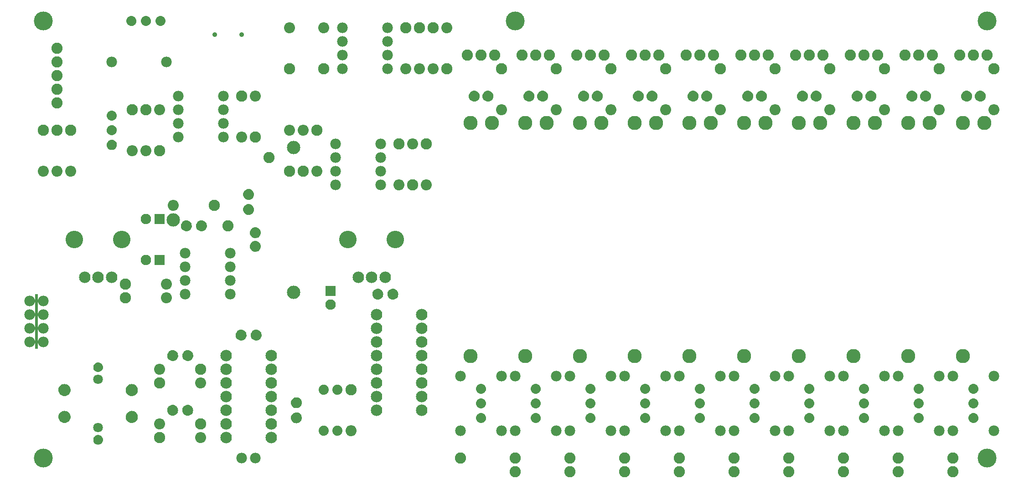
<source format=gbr>
G04 EAGLE Gerber RS-274X export*
G75*
%MOMM*%
%FSLAX34Y34*%
%LPD*%
%INSoldermask Bottom*%
%IPPOS*%
%AMOC8*
5,1,8,0,0,1.08239X$1,22.5*%
G01*
%ADD10C,1.981200*%
%ADD11C,2.630588*%
%ADD12C,2.047813*%
%ADD13C,2.094537*%
%ADD14C,2.082800*%
%ADD15C,2.133600*%
%ADD16C,1.803200*%
%ADD17C,1.930400*%
%ADD18R,1.930400X1.930400*%
%ADD19C,3.505200*%
%ADD20C,3.251200*%
%ADD21C,1.879600*%
%ADD22C,2.489200*%
%ADD23R,0.609600X2.540000*%
%ADD24R,1.473200X0.584200*%
%ADD25C,0.894081*%
%ADD26C,0.900000*%

G36*
X204092Y103670D02*
X204092Y103670D01*
X204135Y103682D01*
X204201Y103689D01*
X205997Y104171D01*
X206014Y104179D01*
X206020Y104180D01*
X206034Y104188D01*
X206037Y104190D01*
X206101Y104209D01*
X207786Y104994D01*
X207823Y105020D01*
X207882Y105050D01*
X209405Y106116D01*
X209436Y106148D01*
X209490Y106187D01*
X210805Y107502D01*
X210830Y107539D01*
X210876Y107587D01*
X211942Y109110D01*
X211961Y109151D01*
X211998Y109206D01*
X212783Y110891D01*
X212795Y110934D01*
X212821Y110995D01*
X213303Y112791D01*
X213306Y112836D01*
X213322Y112900D01*
X213484Y114753D01*
X213480Y114799D01*
X213483Y114871D01*
X213301Y116699D01*
X213289Y116742D01*
X213280Y116808D01*
X212784Y118577D01*
X212764Y118617D01*
X212744Y118681D01*
X211948Y120336D01*
X211922Y120373D01*
X211891Y120432D01*
X210819Y121924D01*
X210787Y121955D01*
X210747Y122008D01*
X209432Y123291D01*
X209395Y123316D01*
X209347Y123361D01*
X207829Y124397D01*
X207788Y124416D01*
X207733Y124451D01*
X206058Y125208D01*
X206015Y125219D01*
X205954Y125244D01*
X204173Y125698D01*
X204129Y125702D01*
X204064Y125716D01*
X202232Y125854D01*
X202190Y125850D01*
X202129Y125854D01*
X200071Y125676D01*
X200024Y125664D01*
X199948Y125653D01*
X197964Y125077D01*
X197920Y125056D01*
X197848Y125031D01*
X196014Y124079D01*
X195976Y124050D01*
X195910Y124011D01*
X194297Y122720D01*
X194265Y122683D01*
X194208Y122633D01*
X192878Y121051D01*
X192854Y121009D01*
X192807Y120949D01*
X191811Y119138D01*
X191796Y119092D01*
X191762Y119024D01*
X191139Y117053D01*
X191132Y117006D01*
X191113Y116932D01*
X190886Y114878D01*
X190889Y114830D01*
X190884Y114753D01*
X191046Y112900D01*
X191058Y112857D01*
X191065Y112791D01*
X191547Y110995D01*
X191566Y110955D01*
X191585Y110891D01*
X192370Y109206D01*
X192396Y109169D01*
X192426Y109110D01*
X193492Y107587D01*
X193524Y107556D01*
X193563Y107502D01*
X194878Y106187D01*
X194915Y106162D01*
X194963Y106116D01*
X196486Y105050D01*
X196527Y105031D01*
X196582Y104994D01*
X198267Y104209D01*
X198310Y104197D01*
X198371Y104171D01*
X200167Y103689D01*
X200212Y103686D01*
X200276Y103670D01*
X202129Y103508D01*
X202173Y103512D01*
X202239Y103508D01*
X204092Y103670D01*
G37*
G36*
X79124Y103670D02*
X79124Y103670D01*
X79167Y103682D01*
X79233Y103689D01*
X81029Y104171D01*
X81046Y104179D01*
X81052Y104180D01*
X81066Y104188D01*
X81069Y104190D01*
X81133Y104209D01*
X82818Y104994D01*
X82855Y105020D01*
X82914Y105050D01*
X84437Y106116D01*
X84468Y106148D01*
X84522Y106187D01*
X85837Y107502D01*
X85862Y107539D01*
X85908Y107587D01*
X86974Y109110D01*
X86993Y109151D01*
X87030Y109206D01*
X87815Y110891D01*
X87827Y110934D01*
X87853Y110995D01*
X88335Y112791D01*
X88338Y112836D01*
X88354Y112900D01*
X88516Y114753D01*
X88512Y114799D01*
X88515Y114871D01*
X88333Y116699D01*
X88321Y116742D01*
X88312Y116808D01*
X87816Y118577D01*
X87796Y118617D01*
X87776Y118681D01*
X86980Y120336D01*
X86954Y120373D01*
X86923Y120432D01*
X85851Y121924D01*
X85819Y121955D01*
X85779Y122008D01*
X84464Y123291D01*
X84427Y123316D01*
X84379Y123361D01*
X82861Y124397D01*
X82820Y124416D01*
X82765Y124451D01*
X81090Y125208D01*
X81047Y125219D01*
X80986Y125244D01*
X79205Y125698D01*
X79161Y125702D01*
X79096Y125716D01*
X77264Y125854D01*
X77222Y125850D01*
X77161Y125854D01*
X75103Y125676D01*
X75056Y125664D01*
X74980Y125653D01*
X72996Y125077D01*
X72952Y125056D01*
X72880Y125031D01*
X71046Y124079D01*
X71008Y124050D01*
X70942Y124011D01*
X69329Y122720D01*
X69297Y122683D01*
X69240Y122633D01*
X67910Y121051D01*
X67886Y121009D01*
X67839Y120949D01*
X66843Y119138D01*
X66828Y119092D01*
X66794Y119024D01*
X66171Y117053D01*
X66164Y117006D01*
X66145Y116932D01*
X65918Y114878D01*
X65921Y114830D01*
X65916Y114753D01*
X66078Y112900D01*
X66090Y112857D01*
X66097Y112791D01*
X66579Y110995D01*
X66598Y110955D01*
X66617Y110891D01*
X67402Y109206D01*
X67428Y109169D01*
X67458Y109110D01*
X68524Y107587D01*
X68556Y107556D01*
X68595Y107502D01*
X69910Y106187D01*
X69947Y106162D01*
X69995Y106116D01*
X71518Y105050D01*
X71559Y105031D01*
X71614Y104994D01*
X73299Y104209D01*
X73342Y104197D01*
X73403Y104171D01*
X75199Y103689D01*
X75244Y103686D01*
X75308Y103670D01*
X77161Y103508D01*
X77205Y103512D01*
X77271Y103508D01*
X79124Y103670D01*
G37*
G36*
X79124Y153708D02*
X79124Y153708D01*
X79167Y153720D01*
X79233Y153727D01*
X81029Y154209D01*
X81046Y154217D01*
X81052Y154218D01*
X81066Y154226D01*
X81069Y154228D01*
X81133Y154247D01*
X82818Y155032D01*
X82855Y155058D01*
X82914Y155088D01*
X84437Y156154D01*
X84468Y156186D01*
X84522Y156225D01*
X85837Y157540D01*
X85862Y157577D01*
X85908Y157625D01*
X86974Y159148D01*
X86993Y159189D01*
X87030Y159244D01*
X87815Y160929D01*
X87827Y160972D01*
X87853Y161033D01*
X88335Y162829D01*
X88338Y162874D01*
X88354Y162938D01*
X88516Y164791D01*
X88512Y164837D01*
X88515Y164909D01*
X88333Y166737D01*
X88321Y166780D01*
X88312Y166846D01*
X87816Y168615D01*
X87796Y168655D01*
X87776Y168719D01*
X86980Y170374D01*
X86954Y170411D01*
X86923Y170470D01*
X85851Y171962D01*
X85819Y171993D01*
X85779Y172046D01*
X84464Y173329D01*
X84427Y173354D01*
X84379Y173399D01*
X82861Y174435D01*
X82820Y174454D01*
X82765Y174489D01*
X81090Y175246D01*
X81047Y175257D01*
X80986Y175282D01*
X79205Y175736D01*
X79161Y175740D01*
X79096Y175754D01*
X77264Y175892D01*
X77222Y175888D01*
X77161Y175892D01*
X75103Y175714D01*
X75056Y175702D01*
X74980Y175691D01*
X72996Y175115D01*
X72952Y175094D01*
X72880Y175069D01*
X71046Y174117D01*
X71008Y174088D01*
X70942Y174049D01*
X69329Y172758D01*
X69297Y172721D01*
X69240Y172671D01*
X67910Y171089D01*
X67886Y171047D01*
X67839Y170987D01*
X66843Y169176D01*
X66828Y169130D01*
X66794Y169062D01*
X66171Y167091D01*
X66164Y167044D01*
X66145Y166970D01*
X65918Y164916D01*
X65921Y164868D01*
X65916Y164791D01*
X66078Y162938D01*
X66090Y162895D01*
X66097Y162829D01*
X66579Y161033D01*
X66598Y160993D01*
X66617Y160929D01*
X67402Y159244D01*
X67428Y159207D01*
X67458Y159148D01*
X68524Y157625D01*
X68556Y157594D01*
X68595Y157540D01*
X69910Y156225D01*
X69947Y156200D01*
X69995Y156154D01*
X71518Y155088D01*
X71559Y155069D01*
X71614Y155032D01*
X73299Y154247D01*
X73342Y154235D01*
X73403Y154209D01*
X75199Y153727D01*
X75244Y153724D01*
X75308Y153708D01*
X77161Y153546D01*
X77205Y153550D01*
X77271Y153546D01*
X79124Y153708D01*
G37*
G36*
X204092Y153708D02*
X204092Y153708D01*
X204135Y153720D01*
X204201Y153727D01*
X205997Y154209D01*
X206014Y154217D01*
X206020Y154218D01*
X206034Y154226D01*
X206037Y154228D01*
X206101Y154247D01*
X207786Y155032D01*
X207823Y155058D01*
X207882Y155088D01*
X209405Y156154D01*
X209436Y156186D01*
X209490Y156225D01*
X210805Y157540D01*
X210830Y157577D01*
X210876Y157625D01*
X211942Y159148D01*
X211961Y159189D01*
X211998Y159244D01*
X212783Y160929D01*
X212795Y160972D01*
X212821Y161033D01*
X213303Y162829D01*
X213306Y162874D01*
X213322Y162938D01*
X213484Y164791D01*
X213480Y164837D01*
X213483Y164909D01*
X213301Y166737D01*
X213289Y166780D01*
X213280Y166846D01*
X212784Y168615D01*
X212764Y168655D01*
X212744Y168719D01*
X211948Y170374D01*
X211922Y170411D01*
X211891Y170470D01*
X210819Y171962D01*
X210787Y171993D01*
X210747Y172046D01*
X209432Y173329D01*
X209395Y173354D01*
X209347Y173399D01*
X207829Y174435D01*
X207788Y174454D01*
X207733Y174489D01*
X206058Y175246D01*
X206015Y175257D01*
X205954Y175282D01*
X204173Y175736D01*
X204129Y175740D01*
X204064Y175754D01*
X202232Y175892D01*
X202190Y175888D01*
X202129Y175892D01*
X200071Y175714D01*
X200024Y175702D01*
X199948Y175691D01*
X197964Y175115D01*
X197920Y175094D01*
X197848Y175069D01*
X196014Y174117D01*
X195976Y174088D01*
X195910Y174049D01*
X194297Y172758D01*
X194265Y172721D01*
X194208Y172671D01*
X192878Y171089D01*
X192854Y171047D01*
X192807Y170987D01*
X191811Y169176D01*
X191796Y169130D01*
X191762Y169062D01*
X191139Y167091D01*
X191132Y167044D01*
X191113Y166970D01*
X190886Y164916D01*
X190889Y164868D01*
X190884Y164791D01*
X191046Y162938D01*
X191058Y162895D01*
X191065Y162829D01*
X191547Y161033D01*
X191566Y160993D01*
X191585Y160929D01*
X192370Y159244D01*
X192396Y159207D01*
X192426Y159148D01*
X193492Y157625D01*
X193524Y157594D01*
X193563Y157540D01*
X194878Y156225D01*
X194915Y156200D01*
X194963Y156154D01*
X196486Y155088D01*
X196527Y155069D01*
X196582Y155032D01*
X198267Y154247D01*
X198310Y154235D01*
X198371Y154209D01*
X200167Y153727D01*
X200212Y153724D01*
X200276Y153708D01*
X202129Y153546D01*
X202173Y153550D01*
X202239Y153546D01*
X204092Y153708D01*
G37*
G36*
X333281Y459859D02*
X333281Y459859D01*
X333324Y459871D01*
X333390Y459880D01*
X335007Y460334D01*
X335048Y460353D01*
X335076Y460362D01*
X335086Y460364D01*
X335090Y460366D01*
X335111Y460373D01*
X336625Y461101D01*
X336661Y461127D01*
X336720Y461157D01*
X338085Y462138D01*
X338116Y462170D01*
X338169Y462210D01*
X339343Y463412D01*
X339368Y463449D01*
X339413Y463497D01*
X340360Y464885D01*
X340378Y464926D01*
X340414Y464982D01*
X341106Y466513D01*
X341117Y466556D01*
X341143Y466617D01*
X341558Y468246D01*
X341561Y468290D01*
X341576Y468355D01*
X341702Y470030D01*
X341698Y470077D01*
X341700Y470149D01*
X341495Y471985D01*
X341481Y472031D01*
X341469Y472106D01*
X340909Y473867D01*
X340886Y473909D01*
X340860Y473981D01*
X339967Y475598D01*
X339937Y475636D01*
X339897Y475701D01*
X338706Y477113D01*
X338669Y477144D01*
X338617Y477200D01*
X337173Y478353D01*
X337131Y478376D01*
X337069Y478420D01*
X335428Y479269D01*
X335382Y479284D01*
X335313Y479315D01*
X333538Y479828D01*
X333490Y479833D01*
X333415Y479851D01*
X331575Y480007D01*
X331531Y480003D01*
X331466Y480007D01*
X329635Y479847D01*
X329589Y479834D01*
X329513Y479824D01*
X327749Y479310D01*
X327705Y479289D01*
X327633Y479264D01*
X326003Y478415D01*
X325965Y478386D01*
X325899Y478347D01*
X324466Y477197D01*
X324434Y477161D01*
X324377Y477110D01*
X323196Y475702D01*
X323172Y475661D01*
X323126Y475600D01*
X322916Y475218D01*
X322242Y473988D01*
X322227Y473943D01*
X322193Y473874D01*
X321641Y472121D01*
X321635Y472074D01*
X321615Y472000D01*
X321416Y470173D01*
X321419Y470127D01*
X321413Y470058D01*
X321536Y468382D01*
X321547Y468339D01*
X321553Y468273D01*
X321965Y466643D01*
X321983Y466603D01*
X322001Y466539D01*
X322689Y465006D01*
X322714Y464969D01*
X322743Y464909D01*
X323687Y463519D01*
X323718Y463487D01*
X323756Y463433D01*
X324927Y462227D01*
X324964Y462201D01*
X325011Y462155D01*
X326373Y461171D01*
X326414Y461152D01*
X326468Y461115D01*
X327981Y460382D01*
X328024Y460370D01*
X328035Y460365D01*
X328062Y460352D01*
X328067Y460351D01*
X328084Y460343D01*
X329701Y459885D01*
X329746Y459880D01*
X329810Y459864D01*
X331482Y459693D01*
X331530Y459697D01*
X331609Y459693D01*
X333281Y459859D01*
G37*
G36*
X305290Y459859D02*
X305290Y459859D01*
X305333Y459871D01*
X305399Y459880D01*
X307016Y460334D01*
X307057Y460353D01*
X307085Y460362D01*
X307095Y460364D01*
X307099Y460366D01*
X307120Y460373D01*
X308634Y461101D01*
X308670Y461127D01*
X308729Y461157D01*
X310094Y462138D01*
X310125Y462170D01*
X310178Y462210D01*
X311352Y463412D01*
X311377Y463449D01*
X311422Y463497D01*
X312369Y464885D01*
X312387Y464926D01*
X312423Y464982D01*
X313115Y466513D01*
X313126Y466556D01*
X313152Y466617D01*
X313567Y468246D01*
X313570Y468290D01*
X313585Y468355D01*
X313711Y470030D01*
X313707Y470077D01*
X313709Y470149D01*
X313504Y471985D01*
X313490Y472031D01*
X313478Y472106D01*
X312918Y473867D01*
X312895Y473909D01*
X312869Y473981D01*
X311976Y475598D01*
X311946Y475636D01*
X311906Y475701D01*
X310715Y477113D01*
X310678Y477144D01*
X310626Y477200D01*
X309182Y478353D01*
X309140Y478376D01*
X309078Y478420D01*
X307437Y479269D01*
X307391Y479284D01*
X307322Y479315D01*
X305547Y479828D01*
X305499Y479833D01*
X305424Y479851D01*
X303584Y480007D01*
X303540Y480003D01*
X303475Y480007D01*
X301644Y479847D01*
X301598Y479834D01*
X301522Y479824D01*
X299758Y479310D01*
X299714Y479289D01*
X299642Y479264D01*
X298012Y478415D01*
X297974Y478386D01*
X297908Y478347D01*
X296475Y477197D01*
X296443Y477161D01*
X296386Y477110D01*
X295205Y475702D01*
X295181Y475661D01*
X295135Y475600D01*
X294925Y475218D01*
X294251Y473988D01*
X294236Y473943D01*
X294202Y473874D01*
X293650Y472121D01*
X293644Y472074D01*
X293624Y472000D01*
X293425Y470173D01*
X293428Y470127D01*
X293422Y470058D01*
X293545Y468382D01*
X293556Y468339D01*
X293562Y468273D01*
X293974Y466643D01*
X293992Y466603D01*
X294010Y466539D01*
X294698Y465006D01*
X294723Y464969D01*
X294752Y464909D01*
X295696Y463519D01*
X295727Y463487D01*
X295765Y463433D01*
X296936Y462227D01*
X296973Y462201D01*
X297020Y462155D01*
X298382Y461171D01*
X298423Y461152D01*
X298477Y461115D01*
X299990Y460382D01*
X300033Y460370D01*
X300044Y460365D01*
X300071Y460352D01*
X300076Y460351D01*
X300093Y460343D01*
X301710Y459885D01*
X301755Y459880D01*
X301819Y459864D01*
X303491Y459693D01*
X303539Y459697D01*
X303618Y459693D01*
X305290Y459859D01*
G37*
G36*
X434881Y256659D02*
X434881Y256659D01*
X434924Y256671D01*
X434990Y256680D01*
X436607Y257134D01*
X436648Y257153D01*
X436676Y257162D01*
X436686Y257164D01*
X436690Y257166D01*
X436711Y257173D01*
X438225Y257901D01*
X438261Y257927D01*
X438320Y257957D01*
X439685Y258938D01*
X439716Y258970D01*
X439769Y259010D01*
X440943Y260212D01*
X440968Y260249D01*
X441013Y260297D01*
X441960Y261685D01*
X441978Y261726D01*
X442014Y261782D01*
X442706Y263313D01*
X442717Y263356D01*
X442743Y263417D01*
X443158Y265046D01*
X443161Y265090D01*
X443176Y265155D01*
X443302Y266830D01*
X443298Y266877D01*
X443300Y266949D01*
X443095Y268785D01*
X443081Y268831D01*
X443069Y268906D01*
X442509Y270667D01*
X442486Y270709D01*
X442460Y270781D01*
X441567Y272398D01*
X441537Y272436D01*
X441497Y272501D01*
X440306Y273913D01*
X440269Y273944D01*
X440217Y274000D01*
X438773Y275153D01*
X438731Y275176D01*
X438669Y275220D01*
X437028Y276069D01*
X436982Y276084D01*
X436913Y276115D01*
X435138Y276628D01*
X435090Y276633D01*
X435015Y276651D01*
X433175Y276807D01*
X433131Y276803D01*
X433066Y276807D01*
X431235Y276647D01*
X431189Y276634D01*
X431113Y276624D01*
X429349Y276110D01*
X429305Y276089D01*
X429233Y276064D01*
X427603Y275215D01*
X427565Y275186D01*
X427499Y275147D01*
X426066Y273997D01*
X426034Y273961D01*
X425977Y273910D01*
X424796Y272502D01*
X424772Y272461D01*
X424726Y272400D01*
X424516Y272018D01*
X423842Y270788D01*
X423827Y270743D01*
X423793Y270674D01*
X423241Y268921D01*
X423235Y268874D01*
X423215Y268800D01*
X423016Y266973D01*
X423019Y266927D01*
X423013Y266858D01*
X423136Y265182D01*
X423147Y265139D01*
X423153Y265073D01*
X423565Y263443D01*
X423583Y263403D01*
X423601Y263339D01*
X424289Y261806D01*
X424314Y261769D01*
X424343Y261709D01*
X425287Y260319D01*
X425318Y260287D01*
X425356Y260233D01*
X426527Y259027D01*
X426564Y259001D01*
X426611Y258955D01*
X427973Y257971D01*
X428014Y257952D01*
X428068Y257915D01*
X429581Y257182D01*
X429624Y257170D01*
X429635Y257165D01*
X429662Y257152D01*
X429667Y257151D01*
X429684Y257143D01*
X431301Y256685D01*
X431346Y256680D01*
X431410Y256664D01*
X433082Y256493D01*
X433130Y256497D01*
X433209Y256493D01*
X434881Y256659D01*
G37*
G36*
X406890Y256659D02*
X406890Y256659D01*
X406933Y256671D01*
X406999Y256680D01*
X408616Y257134D01*
X408657Y257153D01*
X408685Y257162D01*
X408695Y257164D01*
X408699Y257166D01*
X408720Y257173D01*
X410234Y257901D01*
X410270Y257927D01*
X410329Y257957D01*
X411694Y258938D01*
X411725Y258970D01*
X411778Y259010D01*
X412952Y260212D01*
X412977Y260249D01*
X413022Y260297D01*
X413969Y261685D01*
X413987Y261726D01*
X414023Y261782D01*
X414715Y263313D01*
X414726Y263356D01*
X414752Y263417D01*
X415167Y265046D01*
X415170Y265090D01*
X415185Y265155D01*
X415311Y266830D01*
X415307Y266877D01*
X415309Y266949D01*
X415104Y268785D01*
X415090Y268831D01*
X415078Y268906D01*
X414518Y270667D01*
X414495Y270709D01*
X414469Y270781D01*
X413576Y272398D01*
X413546Y272436D01*
X413506Y272501D01*
X412315Y273913D01*
X412278Y273944D01*
X412226Y274000D01*
X410782Y275153D01*
X410740Y275176D01*
X410678Y275220D01*
X409037Y276069D01*
X408991Y276084D01*
X408922Y276115D01*
X407147Y276628D01*
X407099Y276633D01*
X407024Y276651D01*
X405184Y276807D01*
X405140Y276803D01*
X405075Y276807D01*
X403244Y276647D01*
X403198Y276634D01*
X403122Y276624D01*
X401358Y276110D01*
X401314Y276089D01*
X401242Y276064D01*
X399612Y275215D01*
X399574Y275186D01*
X399508Y275147D01*
X398075Y273997D01*
X398043Y273961D01*
X397986Y273910D01*
X396805Y272502D01*
X396781Y272461D01*
X396735Y272400D01*
X396525Y272018D01*
X395851Y270788D01*
X395836Y270743D01*
X395802Y270674D01*
X395250Y268921D01*
X395244Y268874D01*
X395224Y268800D01*
X395025Y266973D01*
X395028Y266927D01*
X395022Y266858D01*
X395145Y265182D01*
X395156Y265139D01*
X395162Y265073D01*
X395574Y263443D01*
X395592Y263403D01*
X395610Y263339D01*
X396298Y261806D01*
X396323Y261769D01*
X396352Y261709D01*
X397296Y260319D01*
X397327Y260287D01*
X397365Y260233D01*
X398536Y259027D01*
X398573Y259001D01*
X398620Y258955D01*
X399982Y257971D01*
X400023Y257952D01*
X400077Y257915D01*
X401590Y257182D01*
X401633Y257170D01*
X401644Y257165D01*
X401671Y257152D01*
X401676Y257151D01*
X401693Y257143D01*
X403310Y256685D01*
X403355Y256680D01*
X403419Y256664D01*
X405091Y256493D01*
X405139Y256497D01*
X405218Y256493D01*
X406890Y256659D01*
G37*
G36*
X279890Y218559D02*
X279890Y218559D01*
X279933Y218571D01*
X279999Y218580D01*
X281616Y219034D01*
X281657Y219053D01*
X281685Y219062D01*
X281695Y219064D01*
X281699Y219066D01*
X281720Y219073D01*
X283234Y219801D01*
X283270Y219827D01*
X283329Y219857D01*
X284694Y220838D01*
X284725Y220870D01*
X284778Y220910D01*
X285952Y222112D01*
X285977Y222149D01*
X286022Y222197D01*
X286969Y223585D01*
X286987Y223626D01*
X287023Y223682D01*
X287715Y225213D01*
X287726Y225256D01*
X287752Y225317D01*
X288167Y226946D01*
X288170Y226990D01*
X288185Y227055D01*
X288311Y228730D01*
X288307Y228777D01*
X288309Y228849D01*
X288104Y230685D01*
X288090Y230731D01*
X288078Y230806D01*
X287518Y232567D01*
X287495Y232609D01*
X287469Y232681D01*
X286576Y234298D01*
X286546Y234336D01*
X286506Y234401D01*
X285315Y235813D01*
X285278Y235844D01*
X285226Y235900D01*
X283782Y237053D01*
X283740Y237076D01*
X283678Y237120D01*
X282037Y237969D01*
X281991Y237984D01*
X281922Y238015D01*
X280147Y238528D01*
X280099Y238533D01*
X280024Y238551D01*
X278184Y238707D01*
X278140Y238703D01*
X278075Y238707D01*
X276244Y238547D01*
X276198Y238534D01*
X276122Y238524D01*
X274358Y238010D01*
X274314Y237989D01*
X274242Y237964D01*
X272612Y237115D01*
X272574Y237086D01*
X272508Y237047D01*
X271075Y235897D01*
X271043Y235861D01*
X270986Y235810D01*
X269805Y234402D01*
X269781Y234361D01*
X269735Y234300D01*
X269525Y233918D01*
X268851Y232688D01*
X268836Y232643D01*
X268802Y232574D01*
X268250Y230821D01*
X268244Y230774D01*
X268224Y230700D01*
X268025Y228873D01*
X268028Y228827D01*
X268022Y228758D01*
X268145Y227082D01*
X268156Y227039D01*
X268162Y226973D01*
X268574Y225343D01*
X268592Y225303D01*
X268610Y225239D01*
X269298Y223706D01*
X269323Y223669D01*
X269352Y223609D01*
X270296Y222219D01*
X270327Y222187D01*
X270365Y222133D01*
X271536Y220927D01*
X271573Y220901D01*
X271620Y220855D01*
X272982Y219871D01*
X273023Y219852D01*
X273077Y219815D01*
X274590Y219082D01*
X274633Y219070D01*
X274644Y219065D01*
X274671Y219052D01*
X274676Y219051D01*
X274693Y219043D01*
X276310Y218585D01*
X276355Y218580D01*
X276419Y218564D01*
X278091Y218393D01*
X278139Y218397D01*
X278218Y218393D01*
X279890Y218559D01*
G37*
G36*
X307881Y218559D02*
X307881Y218559D01*
X307924Y218571D01*
X307990Y218580D01*
X309607Y219034D01*
X309648Y219053D01*
X309676Y219062D01*
X309686Y219064D01*
X309690Y219066D01*
X309711Y219073D01*
X311225Y219801D01*
X311261Y219827D01*
X311320Y219857D01*
X312685Y220838D01*
X312716Y220870D01*
X312769Y220910D01*
X313943Y222112D01*
X313968Y222149D01*
X314013Y222197D01*
X314960Y223585D01*
X314978Y223626D01*
X315014Y223682D01*
X315706Y225213D01*
X315717Y225256D01*
X315743Y225317D01*
X316158Y226946D01*
X316161Y226990D01*
X316176Y227055D01*
X316302Y228730D01*
X316298Y228777D01*
X316300Y228849D01*
X316095Y230685D01*
X316081Y230731D01*
X316069Y230806D01*
X315509Y232567D01*
X315486Y232609D01*
X315460Y232681D01*
X314567Y234298D01*
X314537Y234336D01*
X314497Y234401D01*
X313306Y235813D01*
X313269Y235844D01*
X313217Y235900D01*
X311773Y237053D01*
X311731Y237076D01*
X311669Y237120D01*
X310028Y237969D01*
X309982Y237984D01*
X309913Y238015D01*
X308138Y238528D01*
X308090Y238533D01*
X308015Y238551D01*
X306175Y238707D01*
X306131Y238703D01*
X306066Y238707D01*
X304235Y238547D01*
X304189Y238534D01*
X304113Y238524D01*
X302349Y238010D01*
X302305Y237989D01*
X302233Y237964D01*
X300603Y237115D01*
X300565Y237086D01*
X300499Y237047D01*
X299066Y235897D01*
X299034Y235861D01*
X298977Y235810D01*
X297796Y234402D01*
X297772Y234361D01*
X297726Y234300D01*
X297516Y233918D01*
X296842Y232688D01*
X296827Y232643D01*
X296793Y232574D01*
X296241Y230821D01*
X296235Y230774D01*
X296215Y230700D01*
X296016Y228873D01*
X296019Y228827D01*
X296013Y228758D01*
X296136Y227082D01*
X296147Y227039D01*
X296153Y226973D01*
X296565Y225343D01*
X296583Y225303D01*
X296601Y225239D01*
X297289Y223706D01*
X297314Y223669D01*
X297343Y223609D01*
X298287Y222219D01*
X298318Y222187D01*
X298356Y222133D01*
X299527Y220927D01*
X299564Y220901D01*
X299611Y220855D01*
X300973Y219871D01*
X301014Y219852D01*
X301068Y219815D01*
X302581Y219082D01*
X302624Y219070D01*
X302635Y219065D01*
X302662Y219052D01*
X302667Y219051D01*
X302684Y219043D01*
X304301Y218585D01*
X304346Y218580D01*
X304410Y218564D01*
X306082Y218393D01*
X306130Y218397D01*
X306209Y218393D01*
X307881Y218559D01*
G37*
G36*
X419277Y518143D02*
X419277Y518143D01*
X419349Y518141D01*
X421185Y518346D01*
X421231Y518360D01*
X421306Y518372D01*
X423067Y518932D01*
X423109Y518955D01*
X423181Y518981D01*
X424798Y519874D01*
X424836Y519904D01*
X424901Y519944D01*
X426313Y521135D01*
X426344Y521172D01*
X426400Y521224D01*
X427553Y522668D01*
X427576Y522710D01*
X427620Y522772D01*
X428469Y524413D01*
X428484Y524459D01*
X428515Y524528D01*
X429028Y526303D01*
X429033Y526351D01*
X429051Y526426D01*
X429207Y528266D01*
X429203Y528310D01*
X429207Y528375D01*
X429047Y530206D01*
X429034Y530252D01*
X429024Y530328D01*
X428510Y532092D01*
X428489Y532136D01*
X428464Y532208D01*
X427615Y533838D01*
X427586Y533876D01*
X427547Y533942D01*
X426397Y535375D01*
X426361Y535407D01*
X426310Y535464D01*
X424902Y536645D01*
X424861Y536669D01*
X424800Y536715D01*
X423188Y537599D01*
X423143Y537614D01*
X423074Y537648D01*
X421321Y538200D01*
X421274Y538206D01*
X421200Y538226D01*
X419373Y538426D01*
X419327Y538422D01*
X419258Y538428D01*
X417582Y538305D01*
X417539Y538294D01*
X417473Y538288D01*
X415843Y537877D01*
X415803Y537858D01*
X415739Y537840D01*
X414206Y537152D01*
X414169Y537127D01*
X414109Y537098D01*
X412719Y536154D01*
X412687Y536123D01*
X412633Y536085D01*
X411427Y534914D01*
X411401Y534878D01*
X411355Y534830D01*
X410371Y533468D01*
X410352Y533427D01*
X410315Y533373D01*
X409582Y531860D01*
X409570Y531817D01*
X409543Y531757D01*
X409085Y530140D01*
X409080Y530095D01*
X409064Y530031D01*
X408893Y528359D01*
X408897Y528311D01*
X408893Y528232D01*
X409059Y526560D01*
X409071Y526517D01*
X409080Y526452D01*
X409534Y524834D01*
X409553Y524793D01*
X409573Y524730D01*
X410301Y523216D01*
X410327Y523180D01*
X410357Y523121D01*
X411338Y521756D01*
X411370Y521725D01*
X411410Y521672D01*
X412612Y520498D01*
X412649Y520473D01*
X412697Y520428D01*
X414085Y519481D01*
X414126Y519463D01*
X414182Y519427D01*
X415713Y518735D01*
X415756Y518724D01*
X415817Y518698D01*
X417446Y518283D01*
X417490Y518280D01*
X417555Y518265D01*
X419230Y518139D01*
X419277Y518143D01*
G37*
G36*
X419277Y490152D02*
X419277Y490152D01*
X419349Y490150D01*
X421185Y490355D01*
X421231Y490369D01*
X421306Y490381D01*
X423067Y490941D01*
X423109Y490964D01*
X423181Y490990D01*
X424798Y491883D01*
X424836Y491913D01*
X424901Y491953D01*
X426313Y493144D01*
X426344Y493181D01*
X426400Y493233D01*
X427553Y494677D01*
X427576Y494719D01*
X427620Y494781D01*
X428469Y496422D01*
X428484Y496468D01*
X428515Y496537D01*
X429028Y498312D01*
X429033Y498360D01*
X429051Y498435D01*
X429207Y500275D01*
X429203Y500319D01*
X429207Y500384D01*
X429047Y502215D01*
X429034Y502261D01*
X429024Y502337D01*
X428510Y504101D01*
X428489Y504145D01*
X428464Y504217D01*
X427615Y505847D01*
X427586Y505885D01*
X427547Y505951D01*
X426397Y507384D01*
X426361Y507416D01*
X426310Y507473D01*
X424902Y508654D01*
X424861Y508678D01*
X424800Y508724D01*
X423188Y509608D01*
X423143Y509623D01*
X423074Y509657D01*
X421321Y510209D01*
X421274Y510215D01*
X421200Y510235D01*
X419373Y510435D01*
X419327Y510431D01*
X419258Y510437D01*
X417582Y510314D01*
X417539Y510303D01*
X417473Y510297D01*
X415843Y509886D01*
X415803Y509867D01*
X415739Y509849D01*
X414206Y509161D01*
X414169Y509136D01*
X414109Y509107D01*
X412719Y508163D01*
X412687Y508132D01*
X412633Y508094D01*
X411427Y506923D01*
X411401Y506887D01*
X411355Y506839D01*
X410371Y505477D01*
X410352Y505436D01*
X410315Y505382D01*
X409582Y503869D01*
X409570Y503826D01*
X409543Y503766D01*
X409085Y502149D01*
X409080Y502104D01*
X409064Y502040D01*
X408893Y500368D01*
X408897Y500320D01*
X408893Y500241D01*
X409059Y498569D01*
X409071Y498526D01*
X409080Y498461D01*
X409534Y496843D01*
X409553Y496802D01*
X409573Y496739D01*
X410301Y495225D01*
X410327Y495189D01*
X410357Y495130D01*
X411338Y493765D01*
X411370Y493734D01*
X411410Y493681D01*
X412612Y492507D01*
X412649Y492482D01*
X412697Y492437D01*
X414085Y491490D01*
X414126Y491472D01*
X414182Y491436D01*
X415713Y490744D01*
X415756Y490733D01*
X415817Y490707D01*
X417446Y490292D01*
X417490Y490289D01*
X417555Y490274D01*
X419230Y490148D01*
X419277Y490152D01*
G37*
G36*
X509518Y103045D02*
X509518Y103045D01*
X509561Y103056D01*
X509627Y103062D01*
X511257Y103474D01*
X511297Y103492D01*
X511361Y103510D01*
X512894Y104198D01*
X512931Y104223D01*
X512991Y104252D01*
X514381Y105196D01*
X514413Y105227D01*
X514467Y105265D01*
X515673Y106436D01*
X515699Y106473D01*
X515745Y106520D01*
X516729Y107882D01*
X516748Y107923D01*
X516785Y107977D01*
X517518Y109490D01*
X517530Y109533D01*
X517557Y109593D01*
X518015Y111210D01*
X518020Y111255D01*
X518036Y111319D01*
X518207Y112991D01*
X518203Y113039D01*
X518207Y113118D01*
X518041Y114790D01*
X518029Y114833D01*
X518020Y114899D01*
X517566Y116516D01*
X517547Y116557D01*
X517527Y116620D01*
X516799Y118134D01*
X516773Y118170D01*
X516743Y118229D01*
X515762Y119594D01*
X515730Y119625D01*
X515690Y119678D01*
X514488Y120852D01*
X514451Y120877D01*
X514403Y120922D01*
X513015Y121869D01*
X512974Y121887D01*
X512918Y121923D01*
X511387Y122615D01*
X511344Y122626D01*
X511283Y122652D01*
X509654Y123067D01*
X509610Y123070D01*
X509545Y123085D01*
X507870Y123211D01*
X507823Y123207D01*
X507751Y123209D01*
X505916Y123004D01*
X505869Y122990D01*
X505794Y122978D01*
X504033Y122418D01*
X503991Y122395D01*
X503919Y122369D01*
X502302Y121476D01*
X502264Y121446D01*
X502199Y121406D01*
X500787Y120215D01*
X500756Y120178D01*
X500700Y120126D01*
X499547Y118682D01*
X499525Y118640D01*
X499480Y118578D01*
X498631Y116937D01*
X498617Y116891D01*
X498585Y116822D01*
X498072Y115047D01*
X498067Y114999D01*
X498050Y114924D01*
X497893Y113084D01*
X497897Y113040D01*
X497893Y112975D01*
X498053Y111144D01*
X498066Y111098D01*
X498074Y111037D01*
X498074Y111035D01*
X498076Y111022D01*
X498590Y109258D01*
X498611Y109214D01*
X498636Y109142D01*
X499485Y107512D01*
X499514Y107474D01*
X499553Y107408D01*
X500703Y105975D01*
X500739Y105943D01*
X500790Y105886D01*
X502198Y104705D01*
X502239Y104681D01*
X502300Y104635D01*
X503912Y103751D01*
X503957Y103736D01*
X504026Y103702D01*
X505779Y103150D01*
X505826Y103144D01*
X505900Y103124D01*
X507727Y102925D01*
X507773Y102928D01*
X507842Y102922D01*
X509518Y103045D01*
G37*
G36*
X509518Y131036D02*
X509518Y131036D01*
X509561Y131047D01*
X509627Y131053D01*
X511257Y131465D01*
X511297Y131483D01*
X511361Y131501D01*
X512894Y132189D01*
X512931Y132214D01*
X512991Y132243D01*
X514381Y133187D01*
X514413Y133218D01*
X514467Y133256D01*
X515673Y134427D01*
X515699Y134464D01*
X515745Y134511D01*
X516729Y135873D01*
X516748Y135914D01*
X516785Y135968D01*
X517518Y137481D01*
X517530Y137524D01*
X517557Y137584D01*
X518015Y139201D01*
X518020Y139246D01*
X518036Y139310D01*
X518207Y140982D01*
X518203Y141030D01*
X518207Y141109D01*
X518041Y142781D01*
X518029Y142824D01*
X518020Y142890D01*
X517566Y144507D01*
X517547Y144548D01*
X517527Y144611D01*
X516799Y146125D01*
X516773Y146161D01*
X516743Y146220D01*
X515762Y147585D01*
X515730Y147616D01*
X515690Y147669D01*
X514488Y148843D01*
X514451Y148868D01*
X514403Y148913D01*
X513015Y149860D01*
X512974Y149878D01*
X512918Y149914D01*
X511387Y150606D01*
X511344Y150617D01*
X511283Y150643D01*
X509654Y151058D01*
X509610Y151061D01*
X509545Y151076D01*
X507870Y151202D01*
X507823Y151198D01*
X507751Y151200D01*
X505916Y150995D01*
X505869Y150981D01*
X505794Y150969D01*
X504033Y150409D01*
X503991Y150386D01*
X503919Y150360D01*
X502302Y149467D01*
X502264Y149437D01*
X502199Y149397D01*
X500787Y148206D01*
X500756Y148169D01*
X500700Y148117D01*
X499547Y146673D01*
X499525Y146631D01*
X499480Y146569D01*
X498631Y144928D01*
X498617Y144882D01*
X498585Y144813D01*
X498072Y143038D01*
X498067Y142990D01*
X498050Y142915D01*
X497893Y141075D01*
X497897Y141031D01*
X497893Y140966D01*
X498053Y139135D01*
X498066Y139089D01*
X498074Y139028D01*
X498074Y139026D01*
X498076Y139013D01*
X498590Y137249D01*
X498611Y137205D01*
X498636Y137133D01*
X499485Y135503D01*
X499514Y135465D01*
X499553Y135399D01*
X500703Y133966D01*
X500739Y133934D01*
X500790Y133877D01*
X502198Y132696D01*
X502239Y132672D01*
X502300Y132626D01*
X503912Y131742D01*
X503957Y131727D01*
X504026Y131693D01*
X505779Y131141D01*
X505826Y131135D01*
X505900Y131115D01*
X507727Y130916D01*
X507773Y130919D01*
X507842Y130913D01*
X509518Y131036D01*
G37*
G36*
X433268Y447190D02*
X433268Y447190D01*
X433311Y447201D01*
X433377Y447207D01*
X435007Y447619D01*
X435047Y447637D01*
X435111Y447655D01*
X436644Y448343D01*
X436681Y448368D01*
X436741Y448397D01*
X438131Y449341D01*
X438163Y449372D01*
X438217Y449410D01*
X439423Y450581D01*
X439449Y450618D01*
X439495Y450665D01*
X440479Y452027D01*
X440498Y452068D01*
X440535Y452122D01*
X441268Y453635D01*
X441280Y453678D01*
X441307Y453738D01*
X441765Y455355D01*
X441770Y455400D01*
X441786Y455464D01*
X441957Y457136D01*
X441953Y457184D01*
X441957Y457263D01*
X441791Y458935D01*
X441779Y458978D01*
X441770Y459044D01*
X441316Y460661D01*
X441297Y460702D01*
X441277Y460765D01*
X440549Y462279D01*
X440523Y462315D01*
X440493Y462374D01*
X439512Y463739D01*
X439480Y463770D01*
X439440Y463823D01*
X438238Y464997D01*
X438201Y465022D01*
X438153Y465067D01*
X436765Y466014D01*
X436724Y466032D01*
X436668Y466068D01*
X435137Y466760D01*
X435094Y466771D01*
X435033Y466797D01*
X433404Y467212D01*
X433360Y467215D01*
X433295Y467230D01*
X431620Y467356D01*
X431573Y467352D01*
X431501Y467354D01*
X429666Y467149D01*
X429619Y467135D01*
X429544Y467123D01*
X427783Y466563D01*
X427741Y466540D01*
X427669Y466514D01*
X426052Y465621D01*
X426014Y465591D01*
X425949Y465551D01*
X424537Y464360D01*
X424506Y464323D01*
X424450Y464271D01*
X423297Y462827D01*
X423275Y462785D01*
X423230Y462723D01*
X422381Y461082D01*
X422367Y461036D01*
X422335Y460967D01*
X421822Y459192D01*
X421817Y459144D01*
X421800Y459069D01*
X421643Y457229D01*
X421647Y457185D01*
X421643Y457120D01*
X421803Y455289D01*
X421816Y455243D01*
X421824Y455182D01*
X421824Y455180D01*
X421826Y455167D01*
X422340Y453403D01*
X422361Y453359D01*
X422386Y453287D01*
X423235Y451657D01*
X423264Y451619D01*
X423303Y451553D01*
X424453Y450120D01*
X424489Y450088D01*
X424540Y450031D01*
X425948Y448850D01*
X425989Y448826D01*
X426050Y448780D01*
X427662Y447896D01*
X427707Y447881D01*
X427776Y447847D01*
X429529Y447295D01*
X429576Y447289D01*
X429650Y447269D01*
X431477Y447070D01*
X431523Y447073D01*
X431592Y447067D01*
X433268Y447190D01*
G37*
G36*
X433268Y421790D02*
X433268Y421790D01*
X433311Y421801D01*
X433377Y421807D01*
X435007Y422219D01*
X435047Y422237D01*
X435111Y422255D01*
X436644Y422943D01*
X436681Y422968D01*
X436741Y422997D01*
X438131Y423941D01*
X438163Y423972D01*
X438217Y424010D01*
X439423Y425181D01*
X439449Y425218D01*
X439495Y425265D01*
X440479Y426627D01*
X440498Y426668D01*
X440535Y426722D01*
X441268Y428235D01*
X441280Y428278D01*
X441307Y428338D01*
X441765Y429955D01*
X441770Y430000D01*
X441786Y430064D01*
X441957Y431736D01*
X441953Y431784D01*
X441957Y431863D01*
X441791Y433535D01*
X441779Y433578D01*
X441770Y433644D01*
X441316Y435261D01*
X441297Y435302D01*
X441277Y435365D01*
X440549Y436879D01*
X440523Y436915D01*
X440493Y436974D01*
X439512Y438339D01*
X439480Y438370D01*
X439440Y438423D01*
X438238Y439597D01*
X438201Y439622D01*
X438153Y439667D01*
X436765Y440614D01*
X436724Y440632D01*
X436668Y440668D01*
X435137Y441360D01*
X435094Y441371D01*
X435033Y441397D01*
X433404Y441812D01*
X433360Y441815D01*
X433295Y441830D01*
X431620Y441956D01*
X431573Y441952D01*
X431501Y441954D01*
X429666Y441749D01*
X429619Y441735D01*
X429544Y441723D01*
X427783Y441163D01*
X427741Y441140D01*
X427669Y441114D01*
X426052Y440221D01*
X426014Y440191D01*
X425949Y440151D01*
X424537Y438960D01*
X424506Y438923D01*
X424450Y438871D01*
X423297Y437427D01*
X423275Y437385D01*
X423230Y437323D01*
X422381Y435682D01*
X422367Y435636D01*
X422335Y435567D01*
X421822Y433792D01*
X421817Y433744D01*
X421800Y433669D01*
X421643Y431829D01*
X421647Y431785D01*
X421643Y431720D01*
X421803Y429889D01*
X421816Y429843D01*
X421824Y429782D01*
X421824Y429780D01*
X421826Y429767D01*
X422340Y428003D01*
X422361Y427959D01*
X422386Y427887D01*
X423235Y426257D01*
X423264Y426219D01*
X423303Y426153D01*
X424453Y424720D01*
X424489Y424688D01*
X424540Y424631D01*
X425948Y423450D01*
X425989Y423426D01*
X426050Y423380D01*
X427662Y422496D01*
X427707Y422481D01*
X427776Y422447D01*
X429529Y421895D01*
X429576Y421889D01*
X429650Y421869D01*
X431477Y421670D01*
X431523Y421673D01*
X431592Y421667D01*
X433268Y421790D01*
G37*
G36*
X1041415Y701047D02*
X1041415Y701047D01*
X1041480Y701043D01*
X1043311Y701203D01*
X1043357Y701216D01*
X1043433Y701226D01*
X1045197Y701740D01*
X1045241Y701761D01*
X1045313Y701786D01*
X1046943Y702635D01*
X1046981Y702664D01*
X1047047Y702703D01*
X1048480Y703853D01*
X1048512Y703889D01*
X1048569Y703940D01*
X1049750Y705348D01*
X1049774Y705389D01*
X1049820Y705450D01*
X1050365Y706443D01*
X1050704Y707062D01*
X1050719Y707107D01*
X1050753Y707176D01*
X1051305Y708929D01*
X1051311Y708976D01*
X1051331Y709050D01*
X1051531Y710877D01*
X1051527Y710923D01*
X1051533Y710992D01*
X1051410Y712668D01*
X1051399Y712711D01*
X1051393Y712777D01*
X1050982Y714407D01*
X1050963Y714447D01*
X1050945Y714511D01*
X1050257Y716044D01*
X1050232Y716081D01*
X1050203Y716141D01*
X1049259Y717531D01*
X1049228Y717563D01*
X1049190Y717617D01*
X1048019Y718823D01*
X1047983Y718849D01*
X1047935Y718895D01*
X1046573Y719879D01*
X1046532Y719898D01*
X1046478Y719935D01*
X1044965Y720668D01*
X1044922Y720680D01*
X1044862Y720707D01*
X1043245Y721165D01*
X1043200Y721170D01*
X1043136Y721186D01*
X1041464Y721357D01*
X1041416Y721353D01*
X1041337Y721357D01*
X1039665Y721191D01*
X1039622Y721179D01*
X1039557Y721170D01*
X1037939Y720716D01*
X1037898Y720697D01*
X1037835Y720677D01*
X1036321Y719949D01*
X1036285Y719923D01*
X1036226Y719893D01*
X1034861Y718912D01*
X1034830Y718880D01*
X1034777Y718840D01*
X1033603Y717638D01*
X1033578Y717601D01*
X1033533Y717553D01*
X1032586Y716165D01*
X1032568Y716124D01*
X1032532Y716068D01*
X1031840Y714537D01*
X1031829Y714494D01*
X1031803Y714433D01*
X1031388Y712804D01*
X1031385Y712760D01*
X1031370Y712695D01*
X1031244Y711020D01*
X1031248Y710973D01*
X1031246Y710901D01*
X1031451Y709066D01*
X1031465Y709019D01*
X1031477Y708944D01*
X1032037Y707183D01*
X1032060Y707141D01*
X1032086Y707069D01*
X1032979Y705452D01*
X1033009Y705414D01*
X1033049Y705349D01*
X1034240Y703937D01*
X1034277Y703906D01*
X1034329Y703850D01*
X1035773Y702697D01*
X1035815Y702675D01*
X1035877Y702630D01*
X1037518Y701781D01*
X1037564Y701767D01*
X1037633Y701735D01*
X1039408Y701222D01*
X1039456Y701217D01*
X1039531Y701200D01*
X1041371Y701043D01*
X1041415Y701047D01*
G37*
G36*
X1752615Y701047D02*
X1752615Y701047D01*
X1752680Y701043D01*
X1754511Y701203D01*
X1754557Y701216D01*
X1754633Y701226D01*
X1756397Y701740D01*
X1756441Y701761D01*
X1756513Y701786D01*
X1758143Y702635D01*
X1758181Y702664D01*
X1758247Y702703D01*
X1759680Y703853D01*
X1759712Y703889D01*
X1759769Y703940D01*
X1760950Y705348D01*
X1760974Y705389D01*
X1761020Y705450D01*
X1761565Y706443D01*
X1761904Y707062D01*
X1761919Y707107D01*
X1761953Y707176D01*
X1762505Y708929D01*
X1762511Y708976D01*
X1762531Y709050D01*
X1762731Y710877D01*
X1762727Y710923D01*
X1762733Y710992D01*
X1762610Y712668D01*
X1762599Y712711D01*
X1762593Y712777D01*
X1762182Y714407D01*
X1762163Y714447D01*
X1762145Y714511D01*
X1761457Y716044D01*
X1761432Y716081D01*
X1761403Y716141D01*
X1760459Y717531D01*
X1760428Y717563D01*
X1760390Y717617D01*
X1759219Y718823D01*
X1759183Y718849D01*
X1759135Y718895D01*
X1757773Y719879D01*
X1757732Y719898D01*
X1757678Y719935D01*
X1756165Y720668D01*
X1756122Y720680D01*
X1756062Y720707D01*
X1754445Y721165D01*
X1754400Y721170D01*
X1754336Y721186D01*
X1752664Y721357D01*
X1752616Y721353D01*
X1752537Y721357D01*
X1750865Y721191D01*
X1750822Y721179D01*
X1750757Y721170D01*
X1749139Y720716D01*
X1749098Y720697D01*
X1749035Y720677D01*
X1747521Y719949D01*
X1747485Y719923D01*
X1747426Y719893D01*
X1746061Y718912D01*
X1746030Y718880D01*
X1745977Y718840D01*
X1744803Y717638D01*
X1744778Y717601D01*
X1744733Y717553D01*
X1743786Y716165D01*
X1743768Y716124D01*
X1743732Y716068D01*
X1743040Y714537D01*
X1743029Y714494D01*
X1743003Y714433D01*
X1742588Y712804D01*
X1742585Y712760D01*
X1742570Y712695D01*
X1742444Y711020D01*
X1742448Y710973D01*
X1742446Y710901D01*
X1742651Y709066D01*
X1742665Y709019D01*
X1742677Y708944D01*
X1743237Y707183D01*
X1743260Y707141D01*
X1743286Y707069D01*
X1744179Y705452D01*
X1744209Y705414D01*
X1744249Y705349D01*
X1745440Y703937D01*
X1745477Y703906D01*
X1745529Y703850D01*
X1746973Y702697D01*
X1747015Y702675D01*
X1747077Y702630D01*
X1748718Y701781D01*
X1748764Y701767D01*
X1748833Y701735D01*
X1750608Y701222D01*
X1750656Y701217D01*
X1750731Y701200D01*
X1752571Y701043D01*
X1752615Y701047D01*
G37*
G36*
X306060Y116897D02*
X306060Y116897D01*
X306125Y116893D01*
X307956Y117053D01*
X308002Y117066D01*
X308078Y117076D01*
X309842Y117590D01*
X309886Y117611D01*
X309958Y117636D01*
X311588Y118485D01*
X311626Y118514D01*
X311692Y118553D01*
X313125Y119703D01*
X313157Y119739D01*
X313214Y119790D01*
X314395Y121198D01*
X314419Y121239D01*
X314465Y121300D01*
X315010Y122293D01*
X315349Y122912D01*
X315364Y122957D01*
X315398Y123026D01*
X315950Y124779D01*
X315956Y124826D01*
X315976Y124900D01*
X316176Y126727D01*
X316172Y126773D01*
X316178Y126842D01*
X316055Y128518D01*
X316044Y128561D01*
X316038Y128627D01*
X315627Y130257D01*
X315608Y130297D01*
X315590Y130361D01*
X314902Y131894D01*
X314877Y131931D01*
X314848Y131991D01*
X313904Y133381D01*
X313873Y133413D01*
X313835Y133467D01*
X312664Y134673D01*
X312628Y134699D01*
X312580Y134745D01*
X311218Y135729D01*
X311177Y135748D01*
X311123Y135785D01*
X309610Y136518D01*
X309567Y136530D01*
X309507Y136557D01*
X307890Y137015D01*
X307845Y137020D01*
X307781Y137036D01*
X306109Y137207D01*
X306061Y137203D01*
X305982Y137207D01*
X304310Y137041D01*
X304267Y137029D01*
X304202Y137020D01*
X302584Y136566D01*
X302543Y136547D01*
X302480Y136527D01*
X300966Y135799D01*
X300930Y135773D01*
X300871Y135743D01*
X299506Y134762D01*
X299475Y134730D01*
X299422Y134690D01*
X298248Y133488D01*
X298223Y133451D01*
X298178Y133403D01*
X297231Y132015D01*
X297213Y131974D01*
X297177Y131918D01*
X296485Y130387D01*
X296474Y130344D01*
X296448Y130283D01*
X296033Y128654D01*
X296030Y128610D01*
X296015Y128545D01*
X295889Y126870D01*
X295893Y126823D01*
X295891Y126751D01*
X296096Y124916D01*
X296110Y124869D01*
X296122Y124794D01*
X296682Y123033D01*
X296705Y122991D01*
X296731Y122919D01*
X297624Y121302D01*
X297654Y121264D01*
X297694Y121199D01*
X298885Y119787D01*
X298922Y119756D01*
X298974Y119700D01*
X300418Y118547D01*
X300460Y118525D01*
X300522Y118480D01*
X302163Y117631D01*
X302209Y117617D01*
X302278Y117585D01*
X304053Y117072D01*
X304101Y117067D01*
X304176Y117050D01*
X306016Y116893D01*
X306060Y116897D01*
G37*
G36*
X1447815Y701047D02*
X1447815Y701047D01*
X1447880Y701043D01*
X1449711Y701203D01*
X1449757Y701216D01*
X1449833Y701226D01*
X1451597Y701740D01*
X1451641Y701761D01*
X1451713Y701786D01*
X1453343Y702635D01*
X1453381Y702664D01*
X1453447Y702703D01*
X1454880Y703853D01*
X1454912Y703889D01*
X1454969Y703940D01*
X1456150Y705348D01*
X1456174Y705389D01*
X1456220Y705450D01*
X1456765Y706443D01*
X1457104Y707062D01*
X1457119Y707107D01*
X1457153Y707176D01*
X1457705Y708929D01*
X1457711Y708976D01*
X1457731Y709050D01*
X1457931Y710877D01*
X1457927Y710923D01*
X1457933Y710992D01*
X1457810Y712668D01*
X1457799Y712711D01*
X1457793Y712777D01*
X1457382Y714407D01*
X1457363Y714447D01*
X1457345Y714511D01*
X1456657Y716044D01*
X1456632Y716081D01*
X1456603Y716141D01*
X1455659Y717531D01*
X1455628Y717563D01*
X1455590Y717617D01*
X1454419Y718823D01*
X1454383Y718849D01*
X1454335Y718895D01*
X1452973Y719879D01*
X1452932Y719898D01*
X1452878Y719935D01*
X1451365Y720668D01*
X1451322Y720680D01*
X1451262Y720707D01*
X1449645Y721165D01*
X1449600Y721170D01*
X1449536Y721186D01*
X1447864Y721357D01*
X1447816Y721353D01*
X1447737Y721357D01*
X1446065Y721191D01*
X1446022Y721179D01*
X1445957Y721170D01*
X1444339Y720716D01*
X1444298Y720697D01*
X1444235Y720677D01*
X1442721Y719949D01*
X1442685Y719923D01*
X1442626Y719893D01*
X1441261Y718912D01*
X1441230Y718880D01*
X1441177Y718840D01*
X1440003Y717638D01*
X1439978Y717601D01*
X1439933Y717553D01*
X1438986Y716165D01*
X1438968Y716124D01*
X1438932Y716068D01*
X1438240Y714537D01*
X1438229Y714494D01*
X1438203Y714433D01*
X1437788Y712804D01*
X1437785Y712760D01*
X1437770Y712695D01*
X1437644Y711020D01*
X1437648Y710973D01*
X1437646Y710901D01*
X1437851Y709066D01*
X1437865Y709019D01*
X1437877Y708944D01*
X1438437Y707183D01*
X1438460Y707141D01*
X1438486Y707069D01*
X1439379Y705452D01*
X1439409Y705414D01*
X1439449Y705349D01*
X1440640Y703937D01*
X1440677Y703906D01*
X1440729Y703850D01*
X1442173Y702697D01*
X1442215Y702675D01*
X1442277Y702630D01*
X1443918Y701781D01*
X1443964Y701767D01*
X1444033Y701735D01*
X1445808Y701222D01*
X1445856Y701217D01*
X1445931Y701200D01*
X1447771Y701043D01*
X1447815Y701047D01*
G37*
G36*
X1270015Y701047D02*
X1270015Y701047D01*
X1270080Y701043D01*
X1271911Y701203D01*
X1271957Y701216D01*
X1272033Y701226D01*
X1273797Y701740D01*
X1273841Y701761D01*
X1273913Y701786D01*
X1275543Y702635D01*
X1275581Y702664D01*
X1275647Y702703D01*
X1277080Y703853D01*
X1277112Y703889D01*
X1277169Y703940D01*
X1278350Y705348D01*
X1278374Y705389D01*
X1278420Y705450D01*
X1278965Y706443D01*
X1279304Y707062D01*
X1279319Y707107D01*
X1279353Y707176D01*
X1279905Y708929D01*
X1279911Y708976D01*
X1279931Y709050D01*
X1280131Y710877D01*
X1280127Y710923D01*
X1280133Y710992D01*
X1280010Y712668D01*
X1279999Y712711D01*
X1279993Y712777D01*
X1279582Y714407D01*
X1279563Y714447D01*
X1279545Y714511D01*
X1278857Y716044D01*
X1278832Y716081D01*
X1278803Y716141D01*
X1277859Y717531D01*
X1277828Y717563D01*
X1277790Y717617D01*
X1276619Y718823D01*
X1276583Y718849D01*
X1276535Y718895D01*
X1275173Y719879D01*
X1275132Y719898D01*
X1275078Y719935D01*
X1273565Y720668D01*
X1273522Y720680D01*
X1273462Y720707D01*
X1271845Y721165D01*
X1271800Y721170D01*
X1271736Y721186D01*
X1270064Y721357D01*
X1270016Y721353D01*
X1269937Y721357D01*
X1268265Y721191D01*
X1268222Y721179D01*
X1268157Y721170D01*
X1266539Y720716D01*
X1266498Y720697D01*
X1266435Y720677D01*
X1264921Y719949D01*
X1264885Y719923D01*
X1264826Y719893D01*
X1263461Y718912D01*
X1263430Y718880D01*
X1263377Y718840D01*
X1262203Y717638D01*
X1262178Y717601D01*
X1262133Y717553D01*
X1261186Y716165D01*
X1261168Y716124D01*
X1261132Y716068D01*
X1260440Y714537D01*
X1260429Y714494D01*
X1260403Y714433D01*
X1259988Y712804D01*
X1259985Y712760D01*
X1259970Y712695D01*
X1259844Y711020D01*
X1259848Y710973D01*
X1259846Y710901D01*
X1260051Y709066D01*
X1260065Y709019D01*
X1260077Y708944D01*
X1260637Y707183D01*
X1260660Y707141D01*
X1260686Y707069D01*
X1261579Y705452D01*
X1261609Y705414D01*
X1261649Y705349D01*
X1262840Y703937D01*
X1262877Y703906D01*
X1262929Y703850D01*
X1264373Y702697D01*
X1264415Y702675D01*
X1264477Y702630D01*
X1266118Y701781D01*
X1266164Y701767D01*
X1266233Y701735D01*
X1268008Y701222D01*
X1268056Y701217D01*
X1268131Y701200D01*
X1269971Y701043D01*
X1270015Y701047D01*
G37*
G36*
X863615Y701047D02*
X863615Y701047D01*
X863680Y701043D01*
X865511Y701203D01*
X865557Y701216D01*
X865633Y701226D01*
X867397Y701740D01*
X867441Y701761D01*
X867513Y701786D01*
X869143Y702635D01*
X869181Y702664D01*
X869247Y702703D01*
X870680Y703853D01*
X870712Y703889D01*
X870769Y703940D01*
X871950Y705348D01*
X871974Y705389D01*
X872020Y705450D01*
X872565Y706443D01*
X872904Y707062D01*
X872919Y707107D01*
X872953Y707176D01*
X873505Y708929D01*
X873511Y708976D01*
X873531Y709050D01*
X873731Y710877D01*
X873727Y710923D01*
X873733Y710992D01*
X873610Y712668D01*
X873599Y712711D01*
X873593Y712777D01*
X873182Y714407D01*
X873163Y714447D01*
X873145Y714511D01*
X872457Y716044D01*
X872432Y716081D01*
X872403Y716141D01*
X871459Y717531D01*
X871428Y717563D01*
X871390Y717617D01*
X870219Y718823D01*
X870183Y718849D01*
X870135Y718895D01*
X868773Y719879D01*
X868732Y719898D01*
X868678Y719935D01*
X867165Y720668D01*
X867122Y720680D01*
X867062Y720707D01*
X865445Y721165D01*
X865400Y721170D01*
X865336Y721186D01*
X863664Y721357D01*
X863616Y721353D01*
X863537Y721357D01*
X861865Y721191D01*
X861822Y721179D01*
X861757Y721170D01*
X860139Y720716D01*
X860098Y720697D01*
X860035Y720677D01*
X858521Y719949D01*
X858485Y719923D01*
X858426Y719893D01*
X857061Y718912D01*
X857030Y718880D01*
X856977Y718840D01*
X855803Y717638D01*
X855778Y717601D01*
X855733Y717553D01*
X854786Y716165D01*
X854768Y716124D01*
X854732Y716068D01*
X854040Y714537D01*
X854029Y714494D01*
X854003Y714433D01*
X853588Y712804D01*
X853585Y712760D01*
X853570Y712695D01*
X853444Y711020D01*
X853448Y710973D01*
X853446Y710901D01*
X853651Y709066D01*
X853665Y709019D01*
X853677Y708944D01*
X854237Y707183D01*
X854260Y707141D01*
X854286Y707069D01*
X855179Y705452D01*
X855209Y705414D01*
X855249Y705349D01*
X856440Y703937D01*
X856477Y703906D01*
X856529Y703850D01*
X857973Y702697D01*
X858015Y702675D01*
X858077Y702630D01*
X859718Y701781D01*
X859764Y701767D01*
X859833Y701735D01*
X861608Y701222D01*
X861656Y701217D01*
X861731Y701200D01*
X863571Y701043D01*
X863615Y701047D01*
G37*
G36*
X1651015Y701047D02*
X1651015Y701047D01*
X1651080Y701043D01*
X1652911Y701203D01*
X1652957Y701216D01*
X1653033Y701226D01*
X1654797Y701740D01*
X1654841Y701761D01*
X1654913Y701786D01*
X1656543Y702635D01*
X1656581Y702664D01*
X1656647Y702703D01*
X1658080Y703853D01*
X1658112Y703889D01*
X1658169Y703940D01*
X1659350Y705348D01*
X1659374Y705389D01*
X1659420Y705450D01*
X1659965Y706443D01*
X1660304Y707062D01*
X1660319Y707107D01*
X1660353Y707176D01*
X1660905Y708929D01*
X1660911Y708976D01*
X1660931Y709050D01*
X1661131Y710877D01*
X1661127Y710923D01*
X1661133Y710992D01*
X1661010Y712668D01*
X1660999Y712711D01*
X1660993Y712777D01*
X1660582Y714407D01*
X1660563Y714447D01*
X1660545Y714511D01*
X1659857Y716044D01*
X1659832Y716081D01*
X1659803Y716141D01*
X1658859Y717531D01*
X1658828Y717563D01*
X1658790Y717617D01*
X1657619Y718823D01*
X1657583Y718849D01*
X1657535Y718895D01*
X1656173Y719879D01*
X1656132Y719898D01*
X1656078Y719935D01*
X1654565Y720668D01*
X1654522Y720680D01*
X1654462Y720707D01*
X1652845Y721165D01*
X1652800Y721170D01*
X1652736Y721186D01*
X1651064Y721357D01*
X1651016Y721353D01*
X1650937Y721357D01*
X1649265Y721191D01*
X1649222Y721179D01*
X1649157Y721170D01*
X1647539Y720716D01*
X1647498Y720697D01*
X1647435Y720677D01*
X1645921Y719949D01*
X1645885Y719923D01*
X1645826Y719893D01*
X1644461Y718912D01*
X1644430Y718880D01*
X1644377Y718840D01*
X1643203Y717638D01*
X1643178Y717601D01*
X1643133Y717553D01*
X1642186Y716165D01*
X1642168Y716124D01*
X1642132Y716068D01*
X1641440Y714537D01*
X1641429Y714494D01*
X1641403Y714433D01*
X1640988Y712804D01*
X1640985Y712760D01*
X1640970Y712695D01*
X1640844Y711020D01*
X1640848Y710973D01*
X1640846Y710901D01*
X1641051Y709066D01*
X1641065Y709019D01*
X1641077Y708944D01*
X1641637Y707183D01*
X1641660Y707141D01*
X1641686Y707069D01*
X1642579Y705452D01*
X1642609Y705414D01*
X1642649Y705349D01*
X1643840Y703937D01*
X1643877Y703906D01*
X1643929Y703850D01*
X1645373Y702697D01*
X1645415Y702675D01*
X1645477Y702630D01*
X1647118Y701781D01*
X1647164Y701767D01*
X1647233Y701735D01*
X1649008Y701222D01*
X1649056Y701217D01*
X1649131Y701200D01*
X1650971Y701043D01*
X1651015Y701047D01*
G37*
G36*
X278069Y116897D02*
X278069Y116897D01*
X278134Y116893D01*
X279965Y117053D01*
X280011Y117066D01*
X280087Y117076D01*
X281851Y117590D01*
X281895Y117611D01*
X281967Y117636D01*
X283597Y118485D01*
X283635Y118514D01*
X283701Y118553D01*
X285134Y119703D01*
X285166Y119739D01*
X285223Y119790D01*
X286404Y121198D01*
X286428Y121239D01*
X286474Y121300D01*
X287019Y122293D01*
X287358Y122912D01*
X287373Y122957D01*
X287407Y123026D01*
X287959Y124779D01*
X287965Y124826D01*
X287985Y124900D01*
X288185Y126727D01*
X288181Y126773D01*
X288187Y126842D01*
X288064Y128518D01*
X288053Y128561D01*
X288047Y128627D01*
X287636Y130257D01*
X287617Y130297D01*
X287599Y130361D01*
X286911Y131894D01*
X286886Y131931D01*
X286857Y131991D01*
X285913Y133381D01*
X285882Y133413D01*
X285844Y133467D01*
X284673Y134673D01*
X284637Y134699D01*
X284589Y134745D01*
X283227Y135729D01*
X283186Y135748D01*
X283132Y135785D01*
X281619Y136518D01*
X281576Y136530D01*
X281516Y136557D01*
X279899Y137015D01*
X279854Y137020D01*
X279790Y137036D01*
X278118Y137207D01*
X278070Y137203D01*
X277991Y137207D01*
X276319Y137041D01*
X276276Y137029D01*
X276211Y137020D01*
X274593Y136566D01*
X274552Y136547D01*
X274489Y136527D01*
X272975Y135799D01*
X272939Y135773D01*
X272880Y135743D01*
X271515Y134762D01*
X271484Y134730D01*
X271431Y134690D01*
X270257Y133488D01*
X270232Y133451D01*
X270187Y133403D01*
X269240Y132015D01*
X269222Y131974D01*
X269186Y131918D01*
X268494Y130387D01*
X268483Y130344D01*
X268457Y130283D01*
X268042Y128654D01*
X268039Y128610D01*
X268024Y128545D01*
X267898Y126870D01*
X267902Y126823D01*
X267900Y126751D01*
X268105Y124916D01*
X268119Y124869D01*
X268131Y124794D01*
X268691Y123033D01*
X268714Y122991D01*
X268740Y122919D01*
X269633Y121302D01*
X269663Y121264D01*
X269703Y121199D01*
X270894Y119787D01*
X270931Y119756D01*
X270983Y119700D01*
X272427Y118547D01*
X272469Y118525D01*
X272531Y118480D01*
X274172Y117631D01*
X274218Y117617D01*
X274287Y117585D01*
X276062Y117072D01*
X276110Y117067D01*
X276185Y117050D01*
X278025Y116893D01*
X278069Y116897D01*
G37*
G36*
X1778015Y701047D02*
X1778015Y701047D01*
X1778080Y701043D01*
X1779911Y701203D01*
X1779957Y701216D01*
X1780033Y701226D01*
X1781797Y701740D01*
X1781841Y701761D01*
X1781913Y701786D01*
X1783543Y702635D01*
X1783581Y702664D01*
X1783647Y702703D01*
X1785080Y703853D01*
X1785112Y703889D01*
X1785169Y703940D01*
X1786350Y705348D01*
X1786374Y705389D01*
X1786420Y705450D01*
X1786965Y706443D01*
X1787304Y707062D01*
X1787319Y707107D01*
X1787353Y707176D01*
X1787905Y708929D01*
X1787911Y708976D01*
X1787931Y709050D01*
X1788131Y710877D01*
X1788127Y710923D01*
X1788133Y710992D01*
X1788010Y712668D01*
X1787999Y712711D01*
X1787993Y712777D01*
X1787582Y714407D01*
X1787563Y714447D01*
X1787545Y714511D01*
X1786857Y716044D01*
X1786832Y716081D01*
X1786803Y716141D01*
X1785859Y717531D01*
X1785828Y717563D01*
X1785790Y717617D01*
X1784619Y718823D01*
X1784583Y718849D01*
X1784535Y718895D01*
X1783173Y719879D01*
X1783132Y719898D01*
X1783078Y719935D01*
X1781565Y720668D01*
X1781522Y720680D01*
X1781462Y720707D01*
X1779845Y721165D01*
X1779800Y721170D01*
X1779736Y721186D01*
X1778064Y721357D01*
X1778016Y721353D01*
X1777937Y721357D01*
X1776265Y721191D01*
X1776222Y721179D01*
X1776157Y721170D01*
X1774539Y720716D01*
X1774498Y720697D01*
X1774435Y720677D01*
X1772921Y719949D01*
X1772885Y719923D01*
X1772826Y719893D01*
X1771461Y718912D01*
X1771430Y718880D01*
X1771377Y718840D01*
X1770203Y717638D01*
X1770178Y717601D01*
X1770133Y717553D01*
X1769186Y716165D01*
X1769168Y716124D01*
X1769132Y716068D01*
X1768440Y714537D01*
X1768429Y714494D01*
X1768403Y714433D01*
X1767988Y712804D01*
X1767985Y712760D01*
X1767970Y712695D01*
X1767844Y711020D01*
X1767848Y710973D01*
X1767846Y710901D01*
X1768051Y709066D01*
X1768065Y709019D01*
X1768077Y708944D01*
X1768637Y707183D01*
X1768660Y707141D01*
X1768686Y707069D01*
X1769579Y705452D01*
X1769609Y705414D01*
X1769649Y705349D01*
X1770840Y703937D01*
X1770877Y703906D01*
X1770929Y703850D01*
X1772373Y702697D01*
X1772415Y702675D01*
X1772477Y702630D01*
X1774118Y701781D01*
X1774164Y701767D01*
X1774233Y701735D01*
X1776008Y701222D01*
X1776056Y701217D01*
X1776131Y701200D01*
X1777971Y701043D01*
X1778015Y701047D01*
G37*
G36*
X1676415Y701047D02*
X1676415Y701047D01*
X1676480Y701043D01*
X1678311Y701203D01*
X1678357Y701216D01*
X1678433Y701226D01*
X1680197Y701740D01*
X1680241Y701761D01*
X1680313Y701786D01*
X1681943Y702635D01*
X1681981Y702664D01*
X1682047Y702703D01*
X1683480Y703853D01*
X1683512Y703889D01*
X1683569Y703940D01*
X1684750Y705348D01*
X1684774Y705389D01*
X1684820Y705450D01*
X1685365Y706443D01*
X1685704Y707062D01*
X1685719Y707107D01*
X1685753Y707176D01*
X1686305Y708929D01*
X1686311Y708976D01*
X1686331Y709050D01*
X1686531Y710877D01*
X1686527Y710923D01*
X1686533Y710992D01*
X1686410Y712668D01*
X1686399Y712711D01*
X1686393Y712777D01*
X1685982Y714407D01*
X1685963Y714447D01*
X1685945Y714511D01*
X1685257Y716044D01*
X1685232Y716081D01*
X1685203Y716141D01*
X1684259Y717531D01*
X1684228Y717563D01*
X1684190Y717617D01*
X1683019Y718823D01*
X1682983Y718849D01*
X1682935Y718895D01*
X1681573Y719879D01*
X1681532Y719898D01*
X1681478Y719935D01*
X1679965Y720668D01*
X1679922Y720680D01*
X1679862Y720707D01*
X1678245Y721165D01*
X1678200Y721170D01*
X1678136Y721186D01*
X1676464Y721357D01*
X1676416Y721353D01*
X1676337Y721357D01*
X1674665Y721191D01*
X1674622Y721179D01*
X1674557Y721170D01*
X1672939Y720716D01*
X1672898Y720697D01*
X1672835Y720677D01*
X1671321Y719949D01*
X1671285Y719923D01*
X1671226Y719893D01*
X1669861Y718912D01*
X1669830Y718880D01*
X1669777Y718840D01*
X1668603Y717638D01*
X1668578Y717601D01*
X1668533Y717553D01*
X1667586Y716165D01*
X1667568Y716124D01*
X1667532Y716068D01*
X1666840Y714537D01*
X1666829Y714494D01*
X1666803Y714433D01*
X1666388Y712804D01*
X1666385Y712760D01*
X1666370Y712695D01*
X1666244Y711020D01*
X1666248Y710973D01*
X1666246Y710901D01*
X1666451Y709066D01*
X1666465Y709019D01*
X1666477Y708944D01*
X1667037Y707183D01*
X1667060Y707141D01*
X1667086Y707069D01*
X1667979Y705452D01*
X1668009Y705414D01*
X1668049Y705349D01*
X1669240Y703937D01*
X1669277Y703906D01*
X1669329Y703850D01*
X1670773Y702697D01*
X1670815Y702675D01*
X1670877Y702630D01*
X1672518Y701781D01*
X1672564Y701767D01*
X1672633Y701735D01*
X1674408Y701222D01*
X1674456Y701217D01*
X1674531Y701200D01*
X1676371Y701043D01*
X1676415Y701047D01*
G37*
G36*
X1244615Y701047D02*
X1244615Y701047D01*
X1244680Y701043D01*
X1246511Y701203D01*
X1246557Y701216D01*
X1246633Y701226D01*
X1248397Y701740D01*
X1248441Y701761D01*
X1248513Y701786D01*
X1250143Y702635D01*
X1250181Y702664D01*
X1250247Y702703D01*
X1251680Y703853D01*
X1251712Y703889D01*
X1251769Y703940D01*
X1252950Y705348D01*
X1252974Y705389D01*
X1253020Y705450D01*
X1253565Y706443D01*
X1253904Y707062D01*
X1253919Y707107D01*
X1253953Y707176D01*
X1254505Y708929D01*
X1254511Y708976D01*
X1254531Y709050D01*
X1254731Y710877D01*
X1254727Y710923D01*
X1254733Y710992D01*
X1254610Y712668D01*
X1254599Y712711D01*
X1254593Y712777D01*
X1254182Y714407D01*
X1254163Y714447D01*
X1254145Y714511D01*
X1253457Y716044D01*
X1253432Y716081D01*
X1253403Y716141D01*
X1252459Y717531D01*
X1252428Y717563D01*
X1252390Y717617D01*
X1251219Y718823D01*
X1251183Y718849D01*
X1251135Y718895D01*
X1249773Y719879D01*
X1249732Y719898D01*
X1249678Y719935D01*
X1248165Y720668D01*
X1248122Y720680D01*
X1248062Y720707D01*
X1246445Y721165D01*
X1246400Y721170D01*
X1246336Y721186D01*
X1244664Y721357D01*
X1244616Y721353D01*
X1244537Y721357D01*
X1242865Y721191D01*
X1242822Y721179D01*
X1242757Y721170D01*
X1241139Y720716D01*
X1241098Y720697D01*
X1241035Y720677D01*
X1239521Y719949D01*
X1239485Y719923D01*
X1239426Y719893D01*
X1238061Y718912D01*
X1238030Y718880D01*
X1237977Y718840D01*
X1236803Y717638D01*
X1236778Y717601D01*
X1236733Y717553D01*
X1235786Y716165D01*
X1235768Y716124D01*
X1235732Y716068D01*
X1235040Y714537D01*
X1235029Y714494D01*
X1235003Y714433D01*
X1234588Y712804D01*
X1234585Y712760D01*
X1234570Y712695D01*
X1234444Y711020D01*
X1234448Y710973D01*
X1234446Y710901D01*
X1234651Y709066D01*
X1234665Y709019D01*
X1234677Y708944D01*
X1235237Y707183D01*
X1235260Y707141D01*
X1235286Y707069D01*
X1236179Y705452D01*
X1236209Y705414D01*
X1236249Y705349D01*
X1237440Y703937D01*
X1237477Y703906D01*
X1237529Y703850D01*
X1238973Y702697D01*
X1239015Y702675D01*
X1239077Y702630D01*
X1240718Y701781D01*
X1240764Y701767D01*
X1240833Y701735D01*
X1242608Y701222D01*
X1242656Y701217D01*
X1242731Y701200D01*
X1244571Y701043D01*
X1244615Y701047D01*
G37*
G36*
X1473215Y701047D02*
X1473215Y701047D01*
X1473280Y701043D01*
X1475111Y701203D01*
X1475157Y701216D01*
X1475233Y701226D01*
X1476997Y701740D01*
X1477041Y701761D01*
X1477113Y701786D01*
X1478743Y702635D01*
X1478781Y702664D01*
X1478847Y702703D01*
X1480280Y703853D01*
X1480312Y703889D01*
X1480369Y703940D01*
X1481550Y705348D01*
X1481574Y705389D01*
X1481620Y705450D01*
X1482165Y706443D01*
X1482504Y707062D01*
X1482519Y707107D01*
X1482553Y707176D01*
X1483105Y708929D01*
X1483111Y708976D01*
X1483131Y709050D01*
X1483331Y710877D01*
X1483327Y710923D01*
X1483333Y710992D01*
X1483210Y712668D01*
X1483199Y712711D01*
X1483193Y712777D01*
X1482782Y714407D01*
X1482763Y714447D01*
X1482745Y714511D01*
X1482057Y716044D01*
X1482032Y716081D01*
X1482003Y716141D01*
X1481059Y717531D01*
X1481028Y717563D01*
X1480990Y717617D01*
X1479819Y718823D01*
X1479783Y718849D01*
X1479735Y718895D01*
X1478373Y719879D01*
X1478332Y719898D01*
X1478278Y719935D01*
X1476765Y720668D01*
X1476722Y720680D01*
X1476662Y720707D01*
X1475045Y721165D01*
X1475000Y721170D01*
X1474936Y721186D01*
X1473264Y721357D01*
X1473216Y721353D01*
X1473137Y721357D01*
X1471465Y721191D01*
X1471422Y721179D01*
X1471357Y721170D01*
X1469739Y720716D01*
X1469698Y720697D01*
X1469635Y720677D01*
X1468121Y719949D01*
X1468085Y719923D01*
X1468026Y719893D01*
X1466661Y718912D01*
X1466630Y718880D01*
X1466577Y718840D01*
X1465403Y717638D01*
X1465378Y717601D01*
X1465333Y717553D01*
X1464386Y716165D01*
X1464368Y716124D01*
X1464332Y716068D01*
X1463640Y714537D01*
X1463629Y714494D01*
X1463603Y714433D01*
X1463188Y712804D01*
X1463185Y712760D01*
X1463170Y712695D01*
X1463044Y711020D01*
X1463048Y710973D01*
X1463046Y710901D01*
X1463251Y709066D01*
X1463265Y709019D01*
X1463277Y708944D01*
X1463837Y707183D01*
X1463860Y707141D01*
X1463886Y707069D01*
X1464779Y705452D01*
X1464809Y705414D01*
X1464849Y705349D01*
X1466040Y703937D01*
X1466077Y703906D01*
X1466129Y703850D01*
X1467573Y702697D01*
X1467615Y702675D01*
X1467677Y702630D01*
X1469318Y701781D01*
X1469364Y701767D01*
X1469433Y701735D01*
X1471208Y701222D01*
X1471256Y701217D01*
X1471331Y701200D01*
X1473171Y701043D01*
X1473215Y701047D01*
G37*
G36*
X838215Y701047D02*
X838215Y701047D01*
X838280Y701043D01*
X840111Y701203D01*
X840157Y701216D01*
X840233Y701226D01*
X841997Y701740D01*
X842041Y701761D01*
X842113Y701786D01*
X843743Y702635D01*
X843781Y702664D01*
X843847Y702703D01*
X845280Y703853D01*
X845312Y703889D01*
X845369Y703940D01*
X846550Y705348D01*
X846574Y705389D01*
X846620Y705450D01*
X847165Y706443D01*
X847504Y707062D01*
X847519Y707107D01*
X847553Y707176D01*
X848105Y708929D01*
X848111Y708976D01*
X848131Y709050D01*
X848331Y710877D01*
X848327Y710923D01*
X848333Y710992D01*
X848210Y712668D01*
X848199Y712711D01*
X848193Y712777D01*
X847782Y714407D01*
X847763Y714447D01*
X847745Y714511D01*
X847057Y716044D01*
X847032Y716081D01*
X847003Y716141D01*
X846059Y717531D01*
X846028Y717563D01*
X845990Y717617D01*
X844819Y718823D01*
X844783Y718849D01*
X844735Y718895D01*
X843373Y719879D01*
X843332Y719898D01*
X843278Y719935D01*
X841765Y720668D01*
X841722Y720680D01*
X841662Y720707D01*
X840045Y721165D01*
X840000Y721170D01*
X839936Y721186D01*
X838264Y721357D01*
X838216Y721353D01*
X838137Y721357D01*
X836465Y721191D01*
X836422Y721179D01*
X836357Y721170D01*
X834739Y720716D01*
X834698Y720697D01*
X834635Y720677D01*
X833121Y719949D01*
X833085Y719923D01*
X833026Y719893D01*
X831661Y718912D01*
X831630Y718880D01*
X831577Y718840D01*
X830403Y717638D01*
X830378Y717601D01*
X830333Y717553D01*
X829386Y716165D01*
X829368Y716124D01*
X829332Y716068D01*
X828640Y714537D01*
X828629Y714494D01*
X828603Y714433D01*
X828188Y712804D01*
X828185Y712760D01*
X828170Y712695D01*
X828044Y711020D01*
X828048Y710973D01*
X828046Y710901D01*
X828251Y709066D01*
X828265Y709019D01*
X828277Y708944D01*
X828837Y707183D01*
X828860Y707141D01*
X828886Y707069D01*
X829779Y705452D01*
X829809Y705414D01*
X829849Y705349D01*
X831040Y703937D01*
X831077Y703906D01*
X831129Y703850D01*
X832573Y702697D01*
X832615Y702675D01*
X832677Y702630D01*
X834318Y701781D01*
X834364Y701767D01*
X834433Y701735D01*
X836208Y701222D01*
X836256Y701217D01*
X836331Y701200D01*
X838171Y701043D01*
X838215Y701047D01*
G37*
G36*
X1066815Y701047D02*
X1066815Y701047D01*
X1066880Y701043D01*
X1068711Y701203D01*
X1068757Y701216D01*
X1068833Y701226D01*
X1070597Y701740D01*
X1070641Y701761D01*
X1070713Y701786D01*
X1072343Y702635D01*
X1072381Y702664D01*
X1072447Y702703D01*
X1073880Y703853D01*
X1073912Y703889D01*
X1073969Y703940D01*
X1075150Y705348D01*
X1075174Y705389D01*
X1075220Y705450D01*
X1075765Y706443D01*
X1076104Y707062D01*
X1076119Y707107D01*
X1076153Y707176D01*
X1076705Y708929D01*
X1076711Y708976D01*
X1076731Y709050D01*
X1076931Y710877D01*
X1076927Y710923D01*
X1076933Y710992D01*
X1076810Y712668D01*
X1076799Y712711D01*
X1076793Y712777D01*
X1076382Y714407D01*
X1076363Y714447D01*
X1076345Y714511D01*
X1075657Y716044D01*
X1075632Y716081D01*
X1075603Y716141D01*
X1074659Y717531D01*
X1074628Y717563D01*
X1074590Y717617D01*
X1073419Y718823D01*
X1073383Y718849D01*
X1073335Y718895D01*
X1071973Y719879D01*
X1071932Y719898D01*
X1071878Y719935D01*
X1070365Y720668D01*
X1070322Y720680D01*
X1070262Y720707D01*
X1068645Y721165D01*
X1068600Y721170D01*
X1068536Y721186D01*
X1066864Y721357D01*
X1066816Y721353D01*
X1066737Y721357D01*
X1065065Y721191D01*
X1065022Y721179D01*
X1064957Y721170D01*
X1063339Y720716D01*
X1063298Y720697D01*
X1063235Y720677D01*
X1061721Y719949D01*
X1061685Y719923D01*
X1061626Y719893D01*
X1060261Y718912D01*
X1060230Y718880D01*
X1060177Y718840D01*
X1059003Y717638D01*
X1058978Y717601D01*
X1058933Y717553D01*
X1057986Y716165D01*
X1057968Y716124D01*
X1057932Y716068D01*
X1057240Y714537D01*
X1057229Y714494D01*
X1057203Y714433D01*
X1056788Y712804D01*
X1056785Y712760D01*
X1056770Y712695D01*
X1056644Y711020D01*
X1056648Y710973D01*
X1056646Y710901D01*
X1056851Y709066D01*
X1056865Y709019D01*
X1056877Y708944D01*
X1057437Y707183D01*
X1057460Y707141D01*
X1057486Y707069D01*
X1058379Y705452D01*
X1058409Y705414D01*
X1058449Y705349D01*
X1059640Y703937D01*
X1059677Y703906D01*
X1059729Y703850D01*
X1061173Y702697D01*
X1061215Y702675D01*
X1061277Y702630D01*
X1062918Y701781D01*
X1062964Y701767D01*
X1063033Y701735D01*
X1064808Y701222D01*
X1064856Y701217D01*
X1064931Y701200D01*
X1066771Y701043D01*
X1066815Y701047D01*
G37*
G36*
X1371615Y701047D02*
X1371615Y701047D01*
X1371680Y701043D01*
X1373511Y701203D01*
X1373557Y701216D01*
X1373633Y701226D01*
X1375397Y701740D01*
X1375441Y701761D01*
X1375513Y701786D01*
X1377143Y702635D01*
X1377181Y702664D01*
X1377247Y702703D01*
X1378680Y703853D01*
X1378712Y703889D01*
X1378769Y703940D01*
X1379950Y705348D01*
X1379974Y705389D01*
X1380020Y705450D01*
X1380565Y706443D01*
X1380904Y707062D01*
X1380919Y707107D01*
X1380953Y707176D01*
X1381505Y708929D01*
X1381511Y708976D01*
X1381531Y709050D01*
X1381731Y710877D01*
X1381727Y710923D01*
X1381733Y710992D01*
X1381610Y712668D01*
X1381599Y712711D01*
X1381593Y712777D01*
X1381182Y714407D01*
X1381163Y714447D01*
X1381145Y714511D01*
X1380457Y716044D01*
X1380432Y716081D01*
X1380403Y716141D01*
X1379459Y717531D01*
X1379428Y717563D01*
X1379390Y717617D01*
X1378219Y718823D01*
X1378183Y718849D01*
X1378135Y718895D01*
X1376773Y719879D01*
X1376732Y719898D01*
X1376678Y719935D01*
X1375165Y720668D01*
X1375122Y720680D01*
X1375062Y720707D01*
X1373445Y721165D01*
X1373400Y721170D01*
X1373336Y721186D01*
X1371664Y721357D01*
X1371616Y721353D01*
X1371537Y721357D01*
X1369865Y721191D01*
X1369822Y721179D01*
X1369757Y721170D01*
X1368139Y720716D01*
X1368098Y720697D01*
X1368035Y720677D01*
X1366521Y719949D01*
X1366485Y719923D01*
X1366426Y719893D01*
X1365061Y718912D01*
X1365030Y718880D01*
X1364977Y718840D01*
X1363803Y717638D01*
X1363778Y717601D01*
X1363733Y717553D01*
X1362786Y716165D01*
X1362768Y716124D01*
X1362732Y716068D01*
X1362040Y714537D01*
X1362029Y714494D01*
X1362003Y714433D01*
X1361588Y712804D01*
X1361585Y712760D01*
X1361570Y712695D01*
X1361444Y711020D01*
X1361448Y710973D01*
X1361446Y710901D01*
X1361651Y709066D01*
X1361665Y709019D01*
X1361677Y708944D01*
X1362237Y707183D01*
X1362260Y707141D01*
X1362286Y707069D01*
X1363179Y705452D01*
X1363209Y705414D01*
X1363249Y705349D01*
X1364440Y703937D01*
X1364477Y703906D01*
X1364529Y703850D01*
X1365973Y702697D01*
X1366015Y702675D01*
X1366077Y702630D01*
X1367718Y701781D01*
X1367764Y701767D01*
X1367833Y701735D01*
X1369608Y701222D01*
X1369656Y701217D01*
X1369731Y701200D01*
X1371571Y701043D01*
X1371615Y701047D01*
G37*
G36*
X1143015Y701047D02*
X1143015Y701047D01*
X1143080Y701043D01*
X1144911Y701203D01*
X1144957Y701216D01*
X1145033Y701226D01*
X1146797Y701740D01*
X1146841Y701761D01*
X1146913Y701786D01*
X1148543Y702635D01*
X1148581Y702664D01*
X1148647Y702703D01*
X1150080Y703853D01*
X1150112Y703889D01*
X1150169Y703940D01*
X1151350Y705348D01*
X1151374Y705389D01*
X1151420Y705450D01*
X1151965Y706443D01*
X1152304Y707062D01*
X1152319Y707107D01*
X1152353Y707176D01*
X1152905Y708929D01*
X1152911Y708976D01*
X1152931Y709050D01*
X1153131Y710877D01*
X1153127Y710923D01*
X1153133Y710992D01*
X1153010Y712668D01*
X1152999Y712711D01*
X1152993Y712777D01*
X1152582Y714407D01*
X1152563Y714447D01*
X1152545Y714511D01*
X1151857Y716044D01*
X1151832Y716081D01*
X1151803Y716141D01*
X1150859Y717531D01*
X1150828Y717563D01*
X1150790Y717617D01*
X1149619Y718823D01*
X1149583Y718849D01*
X1149535Y718895D01*
X1148173Y719879D01*
X1148132Y719898D01*
X1148078Y719935D01*
X1146565Y720668D01*
X1146522Y720680D01*
X1146462Y720707D01*
X1144845Y721165D01*
X1144800Y721170D01*
X1144736Y721186D01*
X1143064Y721357D01*
X1143016Y721353D01*
X1142937Y721357D01*
X1141265Y721191D01*
X1141222Y721179D01*
X1141157Y721170D01*
X1139539Y720716D01*
X1139498Y720697D01*
X1139435Y720677D01*
X1137921Y719949D01*
X1137885Y719923D01*
X1137826Y719893D01*
X1136461Y718912D01*
X1136430Y718880D01*
X1136377Y718840D01*
X1135203Y717638D01*
X1135178Y717601D01*
X1135133Y717553D01*
X1134186Y716165D01*
X1134168Y716124D01*
X1134132Y716068D01*
X1133440Y714537D01*
X1133429Y714494D01*
X1133403Y714433D01*
X1132988Y712804D01*
X1132985Y712760D01*
X1132970Y712695D01*
X1132844Y711020D01*
X1132848Y710973D01*
X1132846Y710901D01*
X1133051Y709066D01*
X1133065Y709019D01*
X1133077Y708944D01*
X1133637Y707183D01*
X1133660Y707141D01*
X1133686Y707069D01*
X1134579Y705452D01*
X1134609Y705414D01*
X1134649Y705349D01*
X1135840Y703937D01*
X1135877Y703906D01*
X1135929Y703850D01*
X1137373Y702697D01*
X1137415Y702675D01*
X1137477Y702630D01*
X1139118Y701781D01*
X1139164Y701767D01*
X1139233Y701735D01*
X1141008Y701222D01*
X1141056Y701217D01*
X1141131Y701200D01*
X1142971Y701043D01*
X1143015Y701047D01*
G37*
G36*
X687060Y332797D02*
X687060Y332797D01*
X687125Y332793D01*
X688956Y332953D01*
X689002Y332966D01*
X689078Y332976D01*
X690842Y333490D01*
X690886Y333511D01*
X690958Y333536D01*
X692588Y334385D01*
X692626Y334414D01*
X692692Y334453D01*
X694125Y335603D01*
X694157Y335639D01*
X694214Y335690D01*
X695395Y337098D01*
X695419Y337139D01*
X695465Y337200D01*
X696010Y338193D01*
X696349Y338812D01*
X696364Y338857D01*
X696398Y338926D01*
X696950Y340679D01*
X696956Y340726D01*
X696976Y340800D01*
X697176Y342627D01*
X697172Y342673D01*
X697178Y342742D01*
X697055Y344418D01*
X697044Y344461D01*
X697038Y344527D01*
X696627Y346157D01*
X696608Y346197D01*
X696590Y346261D01*
X695902Y347794D01*
X695877Y347831D01*
X695848Y347891D01*
X694904Y349281D01*
X694873Y349313D01*
X694835Y349367D01*
X693664Y350573D01*
X693628Y350599D01*
X693580Y350645D01*
X692218Y351629D01*
X692177Y351648D01*
X692123Y351685D01*
X690610Y352418D01*
X690567Y352430D01*
X690507Y352457D01*
X688890Y352915D01*
X688845Y352920D01*
X688781Y352936D01*
X687109Y353107D01*
X687061Y353103D01*
X686982Y353107D01*
X685310Y352941D01*
X685267Y352929D01*
X685202Y352920D01*
X683584Y352466D01*
X683543Y352447D01*
X683480Y352427D01*
X681966Y351699D01*
X681930Y351673D01*
X681871Y351643D01*
X680506Y350662D01*
X680475Y350630D01*
X680422Y350590D01*
X679248Y349388D01*
X679223Y349351D01*
X679178Y349303D01*
X678231Y347915D01*
X678213Y347874D01*
X678177Y347818D01*
X677485Y346287D01*
X677474Y346244D01*
X677448Y346183D01*
X677033Y344554D01*
X677030Y344510D01*
X677015Y344445D01*
X676889Y342770D01*
X676893Y342723D01*
X676891Y342651D01*
X677096Y340816D01*
X677110Y340769D01*
X677122Y340694D01*
X677682Y338933D01*
X677705Y338891D01*
X677731Y338819D01*
X678624Y337202D01*
X678654Y337164D01*
X678694Y337099D01*
X679885Y335687D01*
X679922Y335656D01*
X679974Y335600D01*
X681418Y334447D01*
X681460Y334425D01*
X681522Y334380D01*
X683163Y333531D01*
X683209Y333517D01*
X683278Y333485D01*
X685053Y332972D01*
X685101Y332967D01*
X685176Y332950D01*
X687016Y332793D01*
X687060Y332797D01*
G37*
G36*
X659069Y332797D02*
X659069Y332797D01*
X659134Y332793D01*
X660965Y332953D01*
X661011Y332966D01*
X661087Y332976D01*
X662851Y333490D01*
X662895Y333511D01*
X662967Y333536D01*
X664597Y334385D01*
X664635Y334414D01*
X664701Y334453D01*
X666134Y335603D01*
X666166Y335639D01*
X666223Y335690D01*
X667404Y337098D01*
X667428Y337139D01*
X667474Y337200D01*
X668019Y338193D01*
X668358Y338812D01*
X668373Y338857D01*
X668407Y338926D01*
X668959Y340679D01*
X668965Y340726D01*
X668985Y340800D01*
X669185Y342627D01*
X669181Y342673D01*
X669187Y342742D01*
X669064Y344418D01*
X669053Y344461D01*
X669047Y344527D01*
X668636Y346157D01*
X668617Y346197D01*
X668599Y346261D01*
X667911Y347794D01*
X667886Y347831D01*
X667857Y347891D01*
X666913Y349281D01*
X666882Y349313D01*
X666844Y349367D01*
X665673Y350573D01*
X665637Y350599D01*
X665589Y350645D01*
X664227Y351629D01*
X664186Y351648D01*
X664132Y351685D01*
X662619Y352418D01*
X662576Y352430D01*
X662516Y352457D01*
X660899Y352915D01*
X660854Y352920D01*
X660790Y352936D01*
X659118Y353107D01*
X659070Y353103D01*
X658991Y353107D01*
X657319Y352941D01*
X657276Y352929D01*
X657211Y352920D01*
X655593Y352466D01*
X655552Y352447D01*
X655489Y352427D01*
X653975Y351699D01*
X653939Y351673D01*
X653880Y351643D01*
X652515Y350662D01*
X652484Y350630D01*
X652431Y350590D01*
X651257Y349388D01*
X651232Y349351D01*
X651187Y349303D01*
X650240Y347915D01*
X650222Y347874D01*
X650186Y347818D01*
X649494Y346287D01*
X649483Y346244D01*
X649457Y346183D01*
X649042Y344554D01*
X649039Y344510D01*
X649024Y344445D01*
X648898Y342770D01*
X648902Y342723D01*
X648900Y342651D01*
X649105Y340816D01*
X649119Y340769D01*
X649131Y340694D01*
X649691Y338933D01*
X649714Y338891D01*
X649740Y338819D01*
X650633Y337202D01*
X650663Y337164D01*
X650703Y337099D01*
X651894Y335687D01*
X651931Y335656D01*
X651983Y335600D01*
X653427Y334447D01*
X653469Y334425D01*
X653531Y334380D01*
X655172Y333531D01*
X655218Y333517D01*
X655287Y333485D01*
X657062Y332972D01*
X657110Y332967D01*
X657185Y332950D01*
X659025Y332793D01*
X659069Y332797D01*
G37*
G36*
X965215Y701047D02*
X965215Y701047D01*
X965280Y701043D01*
X967111Y701203D01*
X967157Y701216D01*
X967233Y701226D01*
X968997Y701740D01*
X969041Y701761D01*
X969113Y701786D01*
X970743Y702635D01*
X970781Y702664D01*
X970847Y702703D01*
X972280Y703853D01*
X972312Y703889D01*
X972369Y703940D01*
X973550Y705348D01*
X973574Y705389D01*
X973620Y705450D01*
X974165Y706443D01*
X974504Y707062D01*
X974519Y707107D01*
X974553Y707176D01*
X975105Y708929D01*
X975111Y708976D01*
X975131Y709050D01*
X975331Y710877D01*
X975327Y710923D01*
X975333Y710992D01*
X975210Y712668D01*
X975199Y712711D01*
X975193Y712777D01*
X974782Y714407D01*
X974763Y714447D01*
X974745Y714511D01*
X974057Y716044D01*
X974032Y716081D01*
X974003Y716141D01*
X973059Y717531D01*
X973028Y717563D01*
X972990Y717617D01*
X971819Y718823D01*
X971783Y718849D01*
X971735Y718895D01*
X970373Y719879D01*
X970332Y719898D01*
X970278Y719935D01*
X968765Y720668D01*
X968722Y720680D01*
X968662Y720707D01*
X967045Y721165D01*
X967000Y721170D01*
X966936Y721186D01*
X965264Y721357D01*
X965216Y721353D01*
X965137Y721357D01*
X963465Y721191D01*
X963422Y721179D01*
X963357Y721170D01*
X961739Y720716D01*
X961698Y720697D01*
X961635Y720677D01*
X960121Y719949D01*
X960085Y719923D01*
X960026Y719893D01*
X958661Y718912D01*
X958630Y718880D01*
X958577Y718840D01*
X957403Y717638D01*
X957378Y717601D01*
X957333Y717553D01*
X956386Y716165D01*
X956368Y716124D01*
X956332Y716068D01*
X955640Y714537D01*
X955629Y714494D01*
X955603Y714433D01*
X955188Y712804D01*
X955185Y712760D01*
X955170Y712695D01*
X955044Y711020D01*
X955048Y710973D01*
X955046Y710901D01*
X955251Y709066D01*
X955265Y709019D01*
X955277Y708944D01*
X955837Y707183D01*
X955860Y707141D01*
X955886Y707069D01*
X956779Y705452D01*
X956809Y705414D01*
X956849Y705349D01*
X958040Y703937D01*
X958077Y703906D01*
X958129Y703850D01*
X959573Y702697D01*
X959615Y702675D01*
X959677Y702630D01*
X961318Y701781D01*
X961364Y701767D01*
X961433Y701735D01*
X963208Y701222D01*
X963256Y701217D01*
X963331Y701200D01*
X965171Y701043D01*
X965215Y701047D01*
G37*
G36*
X1549415Y701047D02*
X1549415Y701047D01*
X1549480Y701043D01*
X1551311Y701203D01*
X1551357Y701216D01*
X1551433Y701226D01*
X1553197Y701740D01*
X1553241Y701761D01*
X1553313Y701786D01*
X1554943Y702635D01*
X1554981Y702664D01*
X1555047Y702703D01*
X1556480Y703853D01*
X1556512Y703889D01*
X1556569Y703940D01*
X1557750Y705348D01*
X1557774Y705389D01*
X1557820Y705450D01*
X1558365Y706443D01*
X1558704Y707062D01*
X1558719Y707107D01*
X1558753Y707176D01*
X1559305Y708929D01*
X1559311Y708976D01*
X1559331Y709050D01*
X1559531Y710877D01*
X1559527Y710923D01*
X1559533Y710992D01*
X1559410Y712668D01*
X1559399Y712711D01*
X1559393Y712777D01*
X1558982Y714407D01*
X1558963Y714447D01*
X1558945Y714511D01*
X1558257Y716044D01*
X1558232Y716081D01*
X1558203Y716141D01*
X1557259Y717531D01*
X1557228Y717563D01*
X1557190Y717617D01*
X1556019Y718823D01*
X1555983Y718849D01*
X1555935Y718895D01*
X1554573Y719879D01*
X1554532Y719898D01*
X1554478Y719935D01*
X1552965Y720668D01*
X1552922Y720680D01*
X1552862Y720707D01*
X1551245Y721165D01*
X1551200Y721170D01*
X1551136Y721186D01*
X1549464Y721357D01*
X1549416Y721353D01*
X1549337Y721357D01*
X1547665Y721191D01*
X1547622Y721179D01*
X1547557Y721170D01*
X1545939Y720716D01*
X1545898Y720697D01*
X1545835Y720677D01*
X1544321Y719949D01*
X1544285Y719923D01*
X1544226Y719893D01*
X1542861Y718912D01*
X1542830Y718880D01*
X1542777Y718840D01*
X1541603Y717638D01*
X1541578Y717601D01*
X1541533Y717553D01*
X1540586Y716165D01*
X1540568Y716124D01*
X1540532Y716068D01*
X1539840Y714537D01*
X1539829Y714494D01*
X1539803Y714433D01*
X1539388Y712804D01*
X1539385Y712760D01*
X1539370Y712695D01*
X1539244Y711020D01*
X1539248Y710973D01*
X1539246Y710901D01*
X1539451Y709066D01*
X1539465Y709019D01*
X1539477Y708944D01*
X1540037Y707183D01*
X1540060Y707141D01*
X1540086Y707069D01*
X1540979Y705452D01*
X1541009Y705414D01*
X1541049Y705349D01*
X1542240Y703937D01*
X1542277Y703906D01*
X1542329Y703850D01*
X1543773Y702697D01*
X1543815Y702675D01*
X1543877Y702630D01*
X1545518Y701781D01*
X1545564Y701767D01*
X1545633Y701735D01*
X1547408Y701222D01*
X1547456Y701217D01*
X1547531Y701200D01*
X1549371Y701043D01*
X1549415Y701047D01*
G37*
G36*
X1346215Y701047D02*
X1346215Y701047D01*
X1346280Y701043D01*
X1348111Y701203D01*
X1348157Y701216D01*
X1348233Y701226D01*
X1349997Y701740D01*
X1350041Y701761D01*
X1350113Y701786D01*
X1351743Y702635D01*
X1351781Y702664D01*
X1351847Y702703D01*
X1353280Y703853D01*
X1353312Y703889D01*
X1353369Y703940D01*
X1354550Y705348D01*
X1354574Y705389D01*
X1354620Y705450D01*
X1355165Y706443D01*
X1355504Y707062D01*
X1355519Y707107D01*
X1355553Y707176D01*
X1356105Y708929D01*
X1356111Y708976D01*
X1356131Y709050D01*
X1356331Y710877D01*
X1356327Y710923D01*
X1356333Y710992D01*
X1356210Y712668D01*
X1356199Y712711D01*
X1356193Y712777D01*
X1355782Y714407D01*
X1355763Y714447D01*
X1355745Y714511D01*
X1355057Y716044D01*
X1355032Y716081D01*
X1355003Y716141D01*
X1354059Y717531D01*
X1354028Y717563D01*
X1353990Y717617D01*
X1352819Y718823D01*
X1352783Y718849D01*
X1352735Y718895D01*
X1351373Y719879D01*
X1351332Y719898D01*
X1351278Y719935D01*
X1349765Y720668D01*
X1349722Y720680D01*
X1349662Y720707D01*
X1348045Y721165D01*
X1348000Y721170D01*
X1347936Y721186D01*
X1346264Y721357D01*
X1346216Y721353D01*
X1346137Y721357D01*
X1344465Y721191D01*
X1344422Y721179D01*
X1344357Y721170D01*
X1342739Y720716D01*
X1342698Y720697D01*
X1342635Y720677D01*
X1341121Y719949D01*
X1341085Y719923D01*
X1341026Y719893D01*
X1339661Y718912D01*
X1339630Y718880D01*
X1339577Y718840D01*
X1338403Y717638D01*
X1338378Y717601D01*
X1338333Y717553D01*
X1337386Y716165D01*
X1337368Y716124D01*
X1337332Y716068D01*
X1336640Y714537D01*
X1336629Y714494D01*
X1336603Y714433D01*
X1336188Y712804D01*
X1336185Y712760D01*
X1336170Y712695D01*
X1336044Y711020D01*
X1336048Y710973D01*
X1336046Y710901D01*
X1336251Y709066D01*
X1336265Y709019D01*
X1336277Y708944D01*
X1336837Y707183D01*
X1336860Y707141D01*
X1336886Y707069D01*
X1337779Y705452D01*
X1337809Y705414D01*
X1337849Y705349D01*
X1339040Y703937D01*
X1339077Y703906D01*
X1339129Y703850D01*
X1340573Y702697D01*
X1340615Y702675D01*
X1340677Y702630D01*
X1342318Y701781D01*
X1342364Y701767D01*
X1342433Y701735D01*
X1344208Y701222D01*
X1344256Y701217D01*
X1344331Y701200D01*
X1346171Y701043D01*
X1346215Y701047D01*
G37*
G36*
X1168415Y701047D02*
X1168415Y701047D01*
X1168480Y701043D01*
X1170311Y701203D01*
X1170357Y701216D01*
X1170433Y701226D01*
X1172197Y701740D01*
X1172241Y701761D01*
X1172313Y701786D01*
X1173943Y702635D01*
X1173981Y702664D01*
X1174047Y702703D01*
X1175480Y703853D01*
X1175512Y703889D01*
X1175569Y703940D01*
X1176750Y705348D01*
X1176774Y705389D01*
X1176820Y705450D01*
X1177365Y706443D01*
X1177704Y707062D01*
X1177719Y707107D01*
X1177753Y707176D01*
X1178305Y708929D01*
X1178311Y708976D01*
X1178331Y709050D01*
X1178531Y710877D01*
X1178527Y710923D01*
X1178533Y710992D01*
X1178410Y712668D01*
X1178399Y712711D01*
X1178393Y712777D01*
X1177982Y714407D01*
X1177963Y714447D01*
X1177945Y714511D01*
X1177257Y716044D01*
X1177232Y716081D01*
X1177203Y716141D01*
X1176259Y717531D01*
X1176228Y717563D01*
X1176190Y717617D01*
X1175019Y718823D01*
X1174983Y718849D01*
X1174935Y718895D01*
X1173573Y719879D01*
X1173532Y719898D01*
X1173478Y719935D01*
X1171965Y720668D01*
X1171922Y720680D01*
X1171862Y720707D01*
X1170245Y721165D01*
X1170200Y721170D01*
X1170136Y721186D01*
X1168464Y721357D01*
X1168416Y721353D01*
X1168337Y721357D01*
X1166665Y721191D01*
X1166622Y721179D01*
X1166557Y721170D01*
X1164939Y720716D01*
X1164898Y720697D01*
X1164835Y720677D01*
X1163321Y719949D01*
X1163285Y719923D01*
X1163226Y719893D01*
X1161861Y718912D01*
X1161830Y718880D01*
X1161777Y718840D01*
X1160603Y717638D01*
X1160578Y717601D01*
X1160533Y717553D01*
X1159586Y716165D01*
X1159568Y716124D01*
X1159532Y716068D01*
X1158840Y714537D01*
X1158829Y714494D01*
X1158803Y714433D01*
X1158388Y712804D01*
X1158385Y712760D01*
X1158370Y712695D01*
X1158244Y711020D01*
X1158248Y710973D01*
X1158246Y710901D01*
X1158451Y709066D01*
X1158465Y709019D01*
X1158477Y708944D01*
X1159037Y707183D01*
X1159060Y707141D01*
X1159086Y707069D01*
X1159979Y705452D01*
X1160009Y705414D01*
X1160049Y705349D01*
X1161240Y703937D01*
X1161277Y703906D01*
X1161329Y703850D01*
X1162773Y702697D01*
X1162815Y702675D01*
X1162877Y702630D01*
X1164518Y701781D01*
X1164564Y701767D01*
X1164633Y701735D01*
X1166408Y701222D01*
X1166456Y701217D01*
X1166531Y701200D01*
X1168371Y701043D01*
X1168415Y701047D01*
G37*
G36*
X1574815Y701047D02*
X1574815Y701047D01*
X1574880Y701043D01*
X1576711Y701203D01*
X1576757Y701216D01*
X1576833Y701226D01*
X1578597Y701740D01*
X1578641Y701761D01*
X1578713Y701786D01*
X1580343Y702635D01*
X1580381Y702664D01*
X1580447Y702703D01*
X1581880Y703853D01*
X1581912Y703889D01*
X1581969Y703940D01*
X1583150Y705348D01*
X1583174Y705389D01*
X1583220Y705450D01*
X1583765Y706443D01*
X1584104Y707062D01*
X1584119Y707107D01*
X1584153Y707176D01*
X1584705Y708929D01*
X1584711Y708976D01*
X1584731Y709050D01*
X1584931Y710877D01*
X1584927Y710923D01*
X1584933Y710992D01*
X1584810Y712668D01*
X1584799Y712711D01*
X1584793Y712777D01*
X1584382Y714407D01*
X1584363Y714447D01*
X1584345Y714511D01*
X1583657Y716044D01*
X1583632Y716081D01*
X1583603Y716141D01*
X1582659Y717531D01*
X1582628Y717563D01*
X1582590Y717617D01*
X1581419Y718823D01*
X1581383Y718849D01*
X1581335Y718895D01*
X1579973Y719879D01*
X1579932Y719898D01*
X1579878Y719935D01*
X1578365Y720668D01*
X1578322Y720680D01*
X1578262Y720707D01*
X1576645Y721165D01*
X1576600Y721170D01*
X1576536Y721186D01*
X1574864Y721357D01*
X1574816Y721353D01*
X1574737Y721357D01*
X1573065Y721191D01*
X1573022Y721179D01*
X1572957Y721170D01*
X1571339Y720716D01*
X1571298Y720697D01*
X1571235Y720677D01*
X1569721Y719949D01*
X1569685Y719923D01*
X1569626Y719893D01*
X1568261Y718912D01*
X1568230Y718880D01*
X1568177Y718840D01*
X1567003Y717638D01*
X1566978Y717601D01*
X1566933Y717553D01*
X1565986Y716165D01*
X1565968Y716124D01*
X1565932Y716068D01*
X1565240Y714537D01*
X1565229Y714494D01*
X1565203Y714433D01*
X1564788Y712804D01*
X1564785Y712760D01*
X1564770Y712695D01*
X1564644Y711020D01*
X1564648Y710973D01*
X1564646Y710901D01*
X1564851Y709066D01*
X1564865Y709019D01*
X1564877Y708944D01*
X1565437Y707183D01*
X1565460Y707141D01*
X1565486Y707069D01*
X1566379Y705452D01*
X1566409Y705414D01*
X1566449Y705349D01*
X1567640Y703937D01*
X1567677Y703906D01*
X1567729Y703850D01*
X1569173Y702697D01*
X1569215Y702675D01*
X1569277Y702630D01*
X1570918Y701781D01*
X1570964Y701767D01*
X1571033Y701735D01*
X1572808Y701222D01*
X1572856Y701217D01*
X1572931Y701200D01*
X1574771Y701043D01*
X1574815Y701047D01*
G37*
G36*
X939815Y701047D02*
X939815Y701047D01*
X939880Y701043D01*
X941711Y701203D01*
X941757Y701216D01*
X941833Y701226D01*
X943597Y701740D01*
X943641Y701761D01*
X943713Y701786D01*
X945343Y702635D01*
X945381Y702664D01*
X945447Y702703D01*
X946880Y703853D01*
X946912Y703889D01*
X946969Y703940D01*
X948150Y705348D01*
X948174Y705389D01*
X948220Y705450D01*
X948765Y706443D01*
X949104Y707062D01*
X949119Y707107D01*
X949153Y707176D01*
X949705Y708929D01*
X949711Y708976D01*
X949731Y709050D01*
X949931Y710877D01*
X949927Y710923D01*
X949933Y710992D01*
X949810Y712668D01*
X949799Y712711D01*
X949793Y712777D01*
X949382Y714407D01*
X949363Y714447D01*
X949345Y714511D01*
X948657Y716044D01*
X948632Y716081D01*
X948603Y716141D01*
X947659Y717531D01*
X947628Y717563D01*
X947590Y717617D01*
X946419Y718823D01*
X946383Y718849D01*
X946335Y718895D01*
X944973Y719879D01*
X944932Y719898D01*
X944878Y719935D01*
X943365Y720668D01*
X943322Y720680D01*
X943262Y720707D01*
X941645Y721165D01*
X941600Y721170D01*
X941536Y721186D01*
X939864Y721357D01*
X939816Y721353D01*
X939737Y721357D01*
X938065Y721191D01*
X938022Y721179D01*
X937957Y721170D01*
X936339Y720716D01*
X936298Y720697D01*
X936235Y720677D01*
X934721Y719949D01*
X934685Y719923D01*
X934626Y719893D01*
X933261Y718912D01*
X933230Y718880D01*
X933177Y718840D01*
X932003Y717638D01*
X931978Y717601D01*
X931933Y717553D01*
X930986Y716165D01*
X930968Y716124D01*
X930932Y716068D01*
X930240Y714537D01*
X930229Y714494D01*
X930203Y714433D01*
X929788Y712804D01*
X929785Y712760D01*
X929770Y712695D01*
X929644Y711020D01*
X929648Y710973D01*
X929646Y710901D01*
X929851Y709066D01*
X929865Y709019D01*
X929877Y708944D01*
X930437Y707183D01*
X930460Y707141D01*
X930486Y707069D01*
X931379Y705452D01*
X931409Y705414D01*
X931449Y705349D01*
X932640Y703937D01*
X932677Y703906D01*
X932729Y703850D01*
X934173Y702697D01*
X934215Y702675D01*
X934277Y702630D01*
X935918Y701781D01*
X935964Y701767D01*
X936033Y701735D01*
X937808Y701222D01*
X937856Y701217D01*
X937931Y701200D01*
X939771Y701043D01*
X939815Y701047D01*
G37*
G36*
X1766992Y157619D02*
X1766992Y157619D01*
X1767038Y157633D01*
X1767114Y157645D01*
X1768797Y158170D01*
X1768840Y158193D01*
X1768911Y158219D01*
X1770459Y159063D01*
X1770497Y159093D01*
X1770562Y159133D01*
X1771915Y160263D01*
X1771946Y160300D01*
X1772003Y160351D01*
X1773109Y161724D01*
X1773133Y161766D01*
X1773178Y161828D01*
X1773995Y163389D01*
X1774010Y163436D01*
X1774042Y163505D01*
X1774539Y165196D01*
X1774544Y165244D01*
X1774562Y165318D01*
X1774720Y167074D01*
X1774715Y167123D01*
X1774718Y167200D01*
X1774533Y168883D01*
X1774519Y168930D01*
X1774514Y168966D01*
X1774513Y168976D01*
X1774511Y168981D01*
X1774507Y169005D01*
X1773997Y170620D01*
X1773975Y170662D01*
X1773948Y170734D01*
X1773133Y172218D01*
X1773102Y172255D01*
X1773062Y172320D01*
X1771973Y173617D01*
X1771936Y173647D01*
X1771884Y173704D01*
X1770563Y174762D01*
X1770521Y174785D01*
X1770459Y174830D01*
X1768956Y175611D01*
X1768910Y175625D01*
X1768841Y175657D01*
X1767215Y176130D01*
X1767167Y176135D01*
X1767093Y176153D01*
X1765406Y176299D01*
X1765363Y176295D01*
X1765301Y176299D01*
X1763600Y176165D01*
X1763554Y176153D01*
X1763478Y176143D01*
X1761836Y175679D01*
X1761793Y175658D01*
X1761720Y175634D01*
X1760201Y174858D01*
X1760162Y174829D01*
X1760096Y174791D01*
X1758757Y173734D01*
X1758725Y173698D01*
X1758667Y173648D01*
X1757560Y172350D01*
X1757536Y172308D01*
X1757489Y172248D01*
X1756657Y170759D01*
X1756641Y170713D01*
X1756607Y170645D01*
X1756082Y169022D01*
X1756075Y168974D01*
X1756073Y168965D01*
X1756064Y168939D01*
X1756064Y168933D01*
X1756055Y168900D01*
X1755856Y167206D01*
X1755859Y167158D01*
X1755854Y167084D01*
X1755987Y165348D01*
X1755999Y165301D01*
X1756008Y165225D01*
X1756478Y163549D01*
X1756499Y163506D01*
X1756523Y163433D01*
X1757310Y161881D01*
X1757339Y161842D01*
X1757377Y161776D01*
X1758452Y160407D01*
X1758488Y160375D01*
X1758538Y160317D01*
X1759859Y159184D01*
X1759901Y159159D01*
X1759961Y159113D01*
X1761478Y158259D01*
X1761524Y158243D01*
X1761592Y158209D01*
X1763247Y157668D01*
X1763294Y157661D01*
X1763368Y157641D01*
X1765096Y157433D01*
X1765147Y157436D01*
X1765239Y157432D01*
X1766992Y157619D01*
G37*
G36*
X1157392Y157619D02*
X1157392Y157619D01*
X1157438Y157633D01*
X1157514Y157645D01*
X1159197Y158170D01*
X1159240Y158193D01*
X1159311Y158219D01*
X1160859Y159063D01*
X1160897Y159093D01*
X1160962Y159133D01*
X1162315Y160263D01*
X1162346Y160300D01*
X1162403Y160351D01*
X1163509Y161724D01*
X1163533Y161766D01*
X1163578Y161828D01*
X1164395Y163389D01*
X1164410Y163436D01*
X1164442Y163505D01*
X1164939Y165196D01*
X1164944Y165244D01*
X1164962Y165318D01*
X1165120Y167074D01*
X1165115Y167123D01*
X1165118Y167200D01*
X1164933Y168883D01*
X1164919Y168930D01*
X1164914Y168966D01*
X1164913Y168976D01*
X1164911Y168981D01*
X1164907Y169005D01*
X1164397Y170620D01*
X1164375Y170662D01*
X1164348Y170734D01*
X1163533Y172218D01*
X1163502Y172255D01*
X1163462Y172320D01*
X1162373Y173617D01*
X1162336Y173647D01*
X1162284Y173704D01*
X1160963Y174762D01*
X1160921Y174785D01*
X1160859Y174830D01*
X1159356Y175611D01*
X1159310Y175625D01*
X1159241Y175657D01*
X1157615Y176130D01*
X1157567Y176135D01*
X1157493Y176153D01*
X1155806Y176299D01*
X1155763Y176295D01*
X1155701Y176299D01*
X1154000Y176165D01*
X1153954Y176153D01*
X1153878Y176143D01*
X1152236Y175679D01*
X1152193Y175658D01*
X1152120Y175634D01*
X1150601Y174858D01*
X1150562Y174829D01*
X1150496Y174791D01*
X1149157Y173734D01*
X1149125Y173698D01*
X1149067Y173648D01*
X1147960Y172350D01*
X1147936Y172308D01*
X1147889Y172248D01*
X1147057Y170759D01*
X1147041Y170713D01*
X1147007Y170645D01*
X1146482Y169022D01*
X1146475Y168974D01*
X1146473Y168965D01*
X1146464Y168939D01*
X1146464Y168933D01*
X1146455Y168900D01*
X1146256Y167206D01*
X1146259Y167158D01*
X1146254Y167084D01*
X1146387Y165348D01*
X1146399Y165301D01*
X1146408Y165225D01*
X1146878Y163549D01*
X1146899Y163506D01*
X1146923Y163433D01*
X1147710Y161881D01*
X1147739Y161842D01*
X1147777Y161776D01*
X1148852Y160407D01*
X1148888Y160375D01*
X1148938Y160317D01*
X1150259Y159184D01*
X1150301Y159159D01*
X1150361Y159113D01*
X1151878Y158259D01*
X1151924Y158243D01*
X1151992Y158209D01*
X1153647Y157668D01*
X1153694Y157661D01*
X1153768Y157641D01*
X1155496Y157433D01*
X1155547Y157436D01*
X1155639Y157432D01*
X1157392Y157619D01*
G37*
G36*
X1258992Y157619D02*
X1258992Y157619D01*
X1259038Y157633D01*
X1259114Y157645D01*
X1260797Y158170D01*
X1260840Y158193D01*
X1260911Y158219D01*
X1262459Y159063D01*
X1262497Y159093D01*
X1262562Y159133D01*
X1263915Y160263D01*
X1263946Y160300D01*
X1264003Y160351D01*
X1265109Y161724D01*
X1265133Y161766D01*
X1265178Y161828D01*
X1265995Y163389D01*
X1266010Y163436D01*
X1266042Y163505D01*
X1266539Y165196D01*
X1266544Y165244D01*
X1266562Y165318D01*
X1266720Y167074D01*
X1266715Y167123D01*
X1266718Y167200D01*
X1266533Y168883D01*
X1266519Y168930D01*
X1266514Y168966D01*
X1266513Y168976D01*
X1266511Y168981D01*
X1266507Y169005D01*
X1265997Y170620D01*
X1265975Y170662D01*
X1265948Y170734D01*
X1265133Y172218D01*
X1265102Y172255D01*
X1265062Y172320D01*
X1263973Y173617D01*
X1263936Y173647D01*
X1263884Y173704D01*
X1262563Y174762D01*
X1262521Y174785D01*
X1262459Y174830D01*
X1260956Y175611D01*
X1260910Y175625D01*
X1260841Y175657D01*
X1259215Y176130D01*
X1259167Y176135D01*
X1259093Y176153D01*
X1257406Y176299D01*
X1257363Y176295D01*
X1257301Y176299D01*
X1255600Y176165D01*
X1255554Y176153D01*
X1255478Y176143D01*
X1253836Y175679D01*
X1253793Y175658D01*
X1253720Y175634D01*
X1252201Y174858D01*
X1252162Y174829D01*
X1252096Y174791D01*
X1250757Y173734D01*
X1250725Y173698D01*
X1250667Y173648D01*
X1249560Y172350D01*
X1249536Y172308D01*
X1249489Y172248D01*
X1248657Y170759D01*
X1248641Y170713D01*
X1248607Y170645D01*
X1248082Y169022D01*
X1248075Y168974D01*
X1248073Y168965D01*
X1248064Y168939D01*
X1248064Y168933D01*
X1248055Y168900D01*
X1247856Y167206D01*
X1247859Y167158D01*
X1247854Y167084D01*
X1247987Y165348D01*
X1247999Y165301D01*
X1248008Y165225D01*
X1248478Y163549D01*
X1248499Y163506D01*
X1248523Y163433D01*
X1249310Y161881D01*
X1249339Y161842D01*
X1249377Y161776D01*
X1250452Y160407D01*
X1250488Y160375D01*
X1250538Y160317D01*
X1251859Y159184D01*
X1251901Y159159D01*
X1251961Y159113D01*
X1253478Y158259D01*
X1253524Y158243D01*
X1253592Y158209D01*
X1255247Y157668D01*
X1255294Y157661D01*
X1255368Y157641D01*
X1257096Y157433D01*
X1257147Y157436D01*
X1257239Y157432D01*
X1258992Y157619D01*
G37*
G36*
X852592Y157619D02*
X852592Y157619D01*
X852638Y157633D01*
X852714Y157645D01*
X854397Y158170D01*
X854440Y158193D01*
X854511Y158219D01*
X856059Y159063D01*
X856097Y159093D01*
X856162Y159133D01*
X857515Y160263D01*
X857546Y160300D01*
X857603Y160351D01*
X858709Y161724D01*
X858733Y161766D01*
X858778Y161828D01*
X859595Y163389D01*
X859610Y163436D01*
X859642Y163505D01*
X860139Y165196D01*
X860144Y165244D01*
X860162Y165318D01*
X860320Y167074D01*
X860315Y167123D01*
X860318Y167200D01*
X860133Y168883D01*
X860119Y168930D01*
X860114Y168966D01*
X860113Y168976D01*
X860111Y168981D01*
X860107Y169005D01*
X859597Y170620D01*
X859575Y170662D01*
X859548Y170734D01*
X858733Y172218D01*
X858702Y172255D01*
X858662Y172320D01*
X857573Y173617D01*
X857536Y173647D01*
X857484Y173704D01*
X856163Y174762D01*
X856121Y174785D01*
X856059Y174830D01*
X854556Y175611D01*
X854510Y175625D01*
X854441Y175657D01*
X852815Y176130D01*
X852767Y176135D01*
X852693Y176153D01*
X851006Y176299D01*
X850963Y176295D01*
X850901Y176299D01*
X849200Y176165D01*
X849154Y176153D01*
X849078Y176143D01*
X847436Y175679D01*
X847393Y175658D01*
X847320Y175634D01*
X845801Y174858D01*
X845762Y174829D01*
X845696Y174791D01*
X844357Y173734D01*
X844325Y173698D01*
X844267Y173648D01*
X843160Y172350D01*
X843136Y172308D01*
X843089Y172248D01*
X842257Y170759D01*
X842241Y170713D01*
X842207Y170645D01*
X841682Y169022D01*
X841675Y168974D01*
X841673Y168965D01*
X841664Y168939D01*
X841664Y168933D01*
X841655Y168900D01*
X841456Y167206D01*
X841459Y167158D01*
X841454Y167084D01*
X841587Y165348D01*
X841599Y165301D01*
X841608Y165225D01*
X842078Y163549D01*
X842099Y163506D01*
X842123Y163433D01*
X842910Y161881D01*
X842939Y161842D01*
X842977Y161776D01*
X844052Y160407D01*
X844088Y160375D01*
X844138Y160317D01*
X845459Y159184D01*
X845501Y159159D01*
X845561Y159113D01*
X847078Y158259D01*
X847124Y158243D01*
X847192Y158209D01*
X848847Y157668D01*
X848894Y157661D01*
X848968Y157641D01*
X850696Y157433D01*
X850747Y157436D01*
X850839Y157432D01*
X852592Y157619D01*
G37*
G36*
X954192Y157619D02*
X954192Y157619D01*
X954238Y157633D01*
X954314Y157645D01*
X955997Y158170D01*
X956040Y158193D01*
X956111Y158219D01*
X957659Y159063D01*
X957697Y159093D01*
X957762Y159133D01*
X959115Y160263D01*
X959146Y160300D01*
X959203Y160351D01*
X960309Y161724D01*
X960333Y161766D01*
X960378Y161828D01*
X961195Y163389D01*
X961210Y163436D01*
X961242Y163505D01*
X961739Y165196D01*
X961744Y165244D01*
X961762Y165318D01*
X961920Y167074D01*
X961915Y167123D01*
X961918Y167200D01*
X961733Y168883D01*
X961719Y168930D01*
X961714Y168966D01*
X961713Y168976D01*
X961711Y168981D01*
X961707Y169005D01*
X961197Y170620D01*
X961175Y170662D01*
X961148Y170734D01*
X960333Y172218D01*
X960302Y172255D01*
X960262Y172320D01*
X959173Y173617D01*
X959136Y173647D01*
X959084Y173704D01*
X957763Y174762D01*
X957721Y174785D01*
X957659Y174830D01*
X956156Y175611D01*
X956110Y175625D01*
X956041Y175657D01*
X954415Y176130D01*
X954367Y176135D01*
X954293Y176153D01*
X952606Y176299D01*
X952563Y176295D01*
X952501Y176299D01*
X950800Y176165D01*
X950754Y176153D01*
X950678Y176143D01*
X949036Y175679D01*
X948993Y175658D01*
X948920Y175634D01*
X947401Y174858D01*
X947362Y174829D01*
X947296Y174791D01*
X945957Y173734D01*
X945925Y173698D01*
X945867Y173648D01*
X944760Y172350D01*
X944736Y172308D01*
X944689Y172248D01*
X943857Y170759D01*
X943841Y170713D01*
X943807Y170645D01*
X943282Y169022D01*
X943275Y168974D01*
X943273Y168965D01*
X943264Y168939D01*
X943264Y168933D01*
X943255Y168900D01*
X943056Y167206D01*
X943059Y167158D01*
X943054Y167084D01*
X943187Y165348D01*
X943199Y165301D01*
X943208Y165225D01*
X943678Y163549D01*
X943699Y163506D01*
X943723Y163433D01*
X944510Y161881D01*
X944539Y161842D01*
X944577Y161776D01*
X945652Y160407D01*
X945688Y160375D01*
X945738Y160317D01*
X947059Y159184D01*
X947101Y159159D01*
X947161Y159113D01*
X948678Y158259D01*
X948724Y158243D01*
X948792Y158209D01*
X950447Y157668D01*
X950494Y157661D01*
X950568Y157641D01*
X952296Y157433D01*
X952347Y157436D01*
X952439Y157432D01*
X954192Y157619D01*
G37*
G36*
X1563792Y157619D02*
X1563792Y157619D01*
X1563838Y157633D01*
X1563914Y157645D01*
X1565597Y158170D01*
X1565640Y158193D01*
X1565711Y158219D01*
X1567259Y159063D01*
X1567297Y159093D01*
X1567362Y159133D01*
X1568715Y160263D01*
X1568746Y160300D01*
X1568803Y160351D01*
X1569909Y161724D01*
X1569933Y161766D01*
X1569978Y161828D01*
X1570795Y163389D01*
X1570810Y163436D01*
X1570842Y163505D01*
X1571339Y165196D01*
X1571344Y165244D01*
X1571362Y165318D01*
X1571520Y167074D01*
X1571515Y167123D01*
X1571518Y167200D01*
X1571333Y168883D01*
X1571319Y168930D01*
X1571314Y168966D01*
X1571313Y168976D01*
X1571311Y168981D01*
X1571307Y169005D01*
X1570797Y170620D01*
X1570775Y170662D01*
X1570748Y170734D01*
X1569933Y172218D01*
X1569902Y172255D01*
X1569862Y172320D01*
X1568773Y173617D01*
X1568736Y173647D01*
X1568684Y173704D01*
X1567363Y174762D01*
X1567321Y174785D01*
X1567259Y174830D01*
X1565756Y175611D01*
X1565710Y175625D01*
X1565641Y175657D01*
X1564015Y176130D01*
X1563967Y176135D01*
X1563893Y176153D01*
X1562206Y176299D01*
X1562163Y176295D01*
X1562101Y176299D01*
X1560400Y176165D01*
X1560354Y176153D01*
X1560278Y176143D01*
X1558636Y175679D01*
X1558593Y175658D01*
X1558520Y175634D01*
X1557001Y174858D01*
X1556962Y174829D01*
X1556896Y174791D01*
X1555557Y173734D01*
X1555525Y173698D01*
X1555467Y173648D01*
X1554360Y172350D01*
X1554336Y172308D01*
X1554289Y172248D01*
X1553457Y170759D01*
X1553441Y170713D01*
X1553407Y170645D01*
X1552882Y169022D01*
X1552875Y168974D01*
X1552873Y168965D01*
X1552864Y168939D01*
X1552864Y168933D01*
X1552855Y168900D01*
X1552656Y167206D01*
X1552659Y167158D01*
X1552654Y167084D01*
X1552787Y165348D01*
X1552799Y165301D01*
X1552808Y165225D01*
X1553278Y163549D01*
X1553299Y163506D01*
X1553323Y163433D01*
X1554110Y161881D01*
X1554139Y161842D01*
X1554177Y161776D01*
X1555252Y160407D01*
X1555288Y160375D01*
X1555338Y160317D01*
X1556659Y159184D01*
X1556701Y159159D01*
X1556761Y159113D01*
X1558278Y158259D01*
X1558324Y158243D01*
X1558392Y158209D01*
X1560047Y157668D01*
X1560094Y157661D01*
X1560168Y157641D01*
X1561896Y157433D01*
X1561947Y157436D01*
X1562039Y157432D01*
X1563792Y157619D01*
G37*
G36*
X1055792Y157619D02*
X1055792Y157619D01*
X1055838Y157633D01*
X1055914Y157645D01*
X1057597Y158170D01*
X1057640Y158193D01*
X1057711Y158219D01*
X1059259Y159063D01*
X1059297Y159093D01*
X1059362Y159133D01*
X1060715Y160263D01*
X1060746Y160300D01*
X1060803Y160351D01*
X1061909Y161724D01*
X1061933Y161766D01*
X1061978Y161828D01*
X1062795Y163389D01*
X1062810Y163436D01*
X1062842Y163505D01*
X1063339Y165196D01*
X1063344Y165244D01*
X1063362Y165318D01*
X1063520Y167074D01*
X1063515Y167123D01*
X1063518Y167200D01*
X1063333Y168883D01*
X1063319Y168930D01*
X1063314Y168966D01*
X1063313Y168976D01*
X1063311Y168981D01*
X1063307Y169005D01*
X1062797Y170620D01*
X1062775Y170662D01*
X1062748Y170734D01*
X1061933Y172218D01*
X1061902Y172255D01*
X1061862Y172320D01*
X1060773Y173617D01*
X1060736Y173647D01*
X1060684Y173704D01*
X1059363Y174762D01*
X1059321Y174785D01*
X1059259Y174830D01*
X1057756Y175611D01*
X1057710Y175625D01*
X1057641Y175657D01*
X1056015Y176130D01*
X1055967Y176135D01*
X1055893Y176153D01*
X1054206Y176299D01*
X1054163Y176295D01*
X1054101Y176299D01*
X1052400Y176165D01*
X1052354Y176153D01*
X1052278Y176143D01*
X1050636Y175679D01*
X1050593Y175658D01*
X1050520Y175634D01*
X1049001Y174858D01*
X1048962Y174829D01*
X1048896Y174791D01*
X1047557Y173734D01*
X1047525Y173698D01*
X1047467Y173648D01*
X1046360Y172350D01*
X1046336Y172308D01*
X1046289Y172248D01*
X1045457Y170759D01*
X1045441Y170713D01*
X1045407Y170645D01*
X1044882Y169022D01*
X1044875Y168974D01*
X1044873Y168965D01*
X1044864Y168939D01*
X1044864Y168933D01*
X1044855Y168900D01*
X1044656Y167206D01*
X1044659Y167158D01*
X1044654Y167084D01*
X1044787Y165348D01*
X1044799Y165301D01*
X1044808Y165225D01*
X1045278Y163549D01*
X1045299Y163506D01*
X1045323Y163433D01*
X1046110Y161881D01*
X1046139Y161842D01*
X1046177Y161776D01*
X1047252Y160407D01*
X1047288Y160375D01*
X1047338Y160317D01*
X1048659Y159184D01*
X1048701Y159159D01*
X1048761Y159113D01*
X1050278Y158259D01*
X1050324Y158243D01*
X1050392Y158209D01*
X1052047Y157668D01*
X1052094Y157661D01*
X1052168Y157641D01*
X1053896Y157433D01*
X1053947Y157436D01*
X1054039Y157432D01*
X1055792Y157619D01*
G37*
G36*
X1360592Y157619D02*
X1360592Y157619D01*
X1360638Y157633D01*
X1360714Y157645D01*
X1362397Y158170D01*
X1362440Y158193D01*
X1362511Y158219D01*
X1364059Y159063D01*
X1364097Y159093D01*
X1364162Y159133D01*
X1365515Y160263D01*
X1365546Y160300D01*
X1365603Y160351D01*
X1366709Y161724D01*
X1366733Y161766D01*
X1366778Y161828D01*
X1367595Y163389D01*
X1367610Y163436D01*
X1367642Y163505D01*
X1368139Y165196D01*
X1368144Y165244D01*
X1368162Y165318D01*
X1368320Y167074D01*
X1368315Y167123D01*
X1368318Y167200D01*
X1368133Y168883D01*
X1368119Y168930D01*
X1368114Y168966D01*
X1368113Y168976D01*
X1368111Y168981D01*
X1368107Y169005D01*
X1367597Y170620D01*
X1367575Y170662D01*
X1367548Y170734D01*
X1366733Y172218D01*
X1366702Y172255D01*
X1366662Y172320D01*
X1365573Y173617D01*
X1365536Y173647D01*
X1365484Y173704D01*
X1364163Y174762D01*
X1364121Y174785D01*
X1364059Y174830D01*
X1362556Y175611D01*
X1362510Y175625D01*
X1362441Y175657D01*
X1360815Y176130D01*
X1360767Y176135D01*
X1360693Y176153D01*
X1359006Y176299D01*
X1358963Y176295D01*
X1358901Y176299D01*
X1357200Y176165D01*
X1357154Y176153D01*
X1357078Y176143D01*
X1355436Y175679D01*
X1355393Y175658D01*
X1355320Y175634D01*
X1353801Y174858D01*
X1353762Y174829D01*
X1353696Y174791D01*
X1352357Y173734D01*
X1352325Y173698D01*
X1352267Y173648D01*
X1351160Y172350D01*
X1351136Y172308D01*
X1351089Y172248D01*
X1350257Y170759D01*
X1350241Y170713D01*
X1350207Y170645D01*
X1349682Y169022D01*
X1349675Y168974D01*
X1349673Y168965D01*
X1349664Y168939D01*
X1349664Y168933D01*
X1349655Y168900D01*
X1349456Y167206D01*
X1349459Y167158D01*
X1349454Y167084D01*
X1349587Y165348D01*
X1349599Y165301D01*
X1349608Y165225D01*
X1350078Y163549D01*
X1350099Y163506D01*
X1350123Y163433D01*
X1350910Y161881D01*
X1350939Y161842D01*
X1350977Y161776D01*
X1352052Y160407D01*
X1352088Y160375D01*
X1352138Y160317D01*
X1353459Y159184D01*
X1353501Y159159D01*
X1353561Y159113D01*
X1355078Y158259D01*
X1355124Y158243D01*
X1355192Y158209D01*
X1356847Y157668D01*
X1356894Y157661D01*
X1356968Y157641D01*
X1358696Y157433D01*
X1358747Y157436D01*
X1358839Y157432D01*
X1360592Y157619D01*
G37*
G36*
X1462192Y157619D02*
X1462192Y157619D01*
X1462238Y157633D01*
X1462314Y157645D01*
X1463997Y158170D01*
X1464040Y158193D01*
X1464111Y158219D01*
X1465659Y159063D01*
X1465697Y159093D01*
X1465762Y159133D01*
X1467115Y160263D01*
X1467146Y160300D01*
X1467203Y160351D01*
X1468309Y161724D01*
X1468333Y161766D01*
X1468378Y161828D01*
X1469195Y163389D01*
X1469210Y163436D01*
X1469242Y163505D01*
X1469739Y165196D01*
X1469744Y165244D01*
X1469762Y165318D01*
X1469920Y167074D01*
X1469915Y167123D01*
X1469918Y167200D01*
X1469733Y168883D01*
X1469719Y168930D01*
X1469714Y168966D01*
X1469713Y168976D01*
X1469711Y168981D01*
X1469707Y169005D01*
X1469197Y170620D01*
X1469175Y170662D01*
X1469148Y170734D01*
X1468333Y172218D01*
X1468302Y172255D01*
X1468262Y172320D01*
X1467173Y173617D01*
X1467136Y173647D01*
X1467084Y173704D01*
X1465763Y174762D01*
X1465721Y174785D01*
X1465659Y174830D01*
X1464156Y175611D01*
X1464110Y175625D01*
X1464041Y175657D01*
X1462415Y176130D01*
X1462367Y176135D01*
X1462293Y176153D01*
X1460606Y176299D01*
X1460563Y176295D01*
X1460501Y176299D01*
X1458800Y176165D01*
X1458754Y176153D01*
X1458678Y176143D01*
X1457036Y175679D01*
X1456993Y175658D01*
X1456920Y175634D01*
X1455401Y174858D01*
X1455362Y174829D01*
X1455296Y174791D01*
X1453957Y173734D01*
X1453925Y173698D01*
X1453867Y173648D01*
X1452760Y172350D01*
X1452736Y172308D01*
X1452689Y172248D01*
X1451857Y170759D01*
X1451841Y170713D01*
X1451807Y170645D01*
X1451282Y169022D01*
X1451275Y168974D01*
X1451273Y168965D01*
X1451264Y168939D01*
X1451264Y168933D01*
X1451255Y168900D01*
X1451056Y167206D01*
X1451059Y167158D01*
X1451054Y167084D01*
X1451187Y165348D01*
X1451199Y165301D01*
X1451208Y165225D01*
X1451678Y163549D01*
X1451699Y163506D01*
X1451723Y163433D01*
X1452510Y161881D01*
X1452539Y161842D01*
X1452577Y161776D01*
X1453652Y160407D01*
X1453688Y160375D01*
X1453738Y160317D01*
X1455059Y159184D01*
X1455101Y159159D01*
X1455161Y159113D01*
X1456678Y158259D01*
X1456724Y158243D01*
X1456792Y158209D01*
X1458447Y157668D01*
X1458494Y157661D01*
X1458568Y157641D01*
X1460296Y157433D01*
X1460347Y157436D01*
X1460439Y157432D01*
X1462192Y157619D01*
G37*
G36*
X1665392Y157619D02*
X1665392Y157619D01*
X1665438Y157633D01*
X1665514Y157645D01*
X1667197Y158170D01*
X1667240Y158193D01*
X1667311Y158219D01*
X1668859Y159063D01*
X1668897Y159093D01*
X1668962Y159133D01*
X1670315Y160263D01*
X1670346Y160300D01*
X1670403Y160351D01*
X1671509Y161724D01*
X1671533Y161766D01*
X1671578Y161828D01*
X1672395Y163389D01*
X1672410Y163436D01*
X1672442Y163505D01*
X1672939Y165196D01*
X1672944Y165244D01*
X1672962Y165318D01*
X1673120Y167074D01*
X1673115Y167123D01*
X1673118Y167200D01*
X1672933Y168883D01*
X1672919Y168930D01*
X1672914Y168966D01*
X1672913Y168976D01*
X1672911Y168981D01*
X1672907Y169005D01*
X1672397Y170620D01*
X1672375Y170662D01*
X1672348Y170734D01*
X1671533Y172218D01*
X1671502Y172255D01*
X1671462Y172320D01*
X1670373Y173617D01*
X1670336Y173647D01*
X1670284Y173704D01*
X1668963Y174762D01*
X1668921Y174785D01*
X1668859Y174830D01*
X1667356Y175611D01*
X1667310Y175625D01*
X1667241Y175657D01*
X1665615Y176130D01*
X1665567Y176135D01*
X1665493Y176153D01*
X1663806Y176299D01*
X1663763Y176295D01*
X1663701Y176299D01*
X1662000Y176165D01*
X1661954Y176153D01*
X1661878Y176143D01*
X1660236Y175679D01*
X1660193Y175658D01*
X1660120Y175634D01*
X1658601Y174858D01*
X1658562Y174829D01*
X1658496Y174791D01*
X1657157Y173734D01*
X1657125Y173698D01*
X1657067Y173648D01*
X1655960Y172350D01*
X1655936Y172308D01*
X1655889Y172248D01*
X1655057Y170759D01*
X1655041Y170713D01*
X1655007Y170645D01*
X1654482Y169022D01*
X1654475Y168974D01*
X1654473Y168965D01*
X1654464Y168939D01*
X1654464Y168933D01*
X1654455Y168900D01*
X1654256Y167206D01*
X1654259Y167158D01*
X1654254Y167084D01*
X1654387Y165348D01*
X1654399Y165301D01*
X1654408Y165225D01*
X1654878Y163549D01*
X1654899Y163506D01*
X1654923Y163433D01*
X1655710Y161881D01*
X1655739Y161842D01*
X1655777Y161776D01*
X1656852Y160407D01*
X1656888Y160375D01*
X1656938Y160317D01*
X1658259Y159184D01*
X1658301Y159159D01*
X1658361Y159113D01*
X1659878Y158259D01*
X1659924Y158243D01*
X1659992Y158209D01*
X1661647Y157668D01*
X1661694Y157661D01*
X1661768Y157641D01*
X1663496Y157433D01*
X1663547Y157436D01*
X1663639Y157432D01*
X1665392Y157619D01*
G37*
G36*
X166800Y611235D02*
X166800Y611235D01*
X166846Y611248D01*
X166922Y611257D01*
X168564Y611721D01*
X168607Y611742D01*
X168680Y611766D01*
X170199Y612542D01*
X170238Y612571D01*
X170304Y612609D01*
X171643Y613666D01*
X171675Y613702D01*
X171733Y613752D01*
X172840Y615050D01*
X172864Y615092D01*
X172911Y615152D01*
X173743Y616641D01*
X173759Y616687D01*
X173793Y616755D01*
X174319Y618378D01*
X174325Y618426D01*
X174345Y618500D01*
X174544Y620194D01*
X174541Y620242D01*
X174546Y620317D01*
X174413Y622052D01*
X174401Y622099D01*
X174392Y622175D01*
X173922Y623851D01*
X173901Y623894D01*
X173877Y623967D01*
X173090Y625519D01*
X173061Y625558D01*
X173023Y625624D01*
X171948Y626993D01*
X171912Y627025D01*
X171862Y627083D01*
X170541Y628216D01*
X170499Y628241D01*
X170439Y628287D01*
X168922Y629141D01*
X168876Y629157D01*
X168808Y629191D01*
X167153Y629732D01*
X167106Y629739D01*
X167032Y629759D01*
X165304Y629967D01*
X165253Y629964D01*
X165161Y629968D01*
X163408Y629781D01*
X163362Y629767D01*
X163286Y629755D01*
X161603Y629230D01*
X161560Y629207D01*
X161489Y629181D01*
X159941Y628337D01*
X159903Y628307D01*
X159838Y628267D01*
X158485Y627137D01*
X158454Y627100D01*
X158397Y627049D01*
X157291Y625676D01*
X157267Y625634D01*
X157222Y625572D01*
X156405Y624011D01*
X156390Y623965D01*
X156358Y623895D01*
X155861Y622204D01*
X155856Y622156D01*
X155838Y622082D01*
X155680Y620326D01*
X155685Y620277D01*
X155682Y620200D01*
X155867Y618517D01*
X155881Y618470D01*
X155893Y618395D01*
X156403Y616780D01*
X156425Y616738D01*
X156452Y616666D01*
X157267Y615182D01*
X157298Y615145D01*
X157338Y615080D01*
X158427Y613783D01*
X158464Y613753D01*
X158516Y613696D01*
X159837Y612638D01*
X159879Y612615D01*
X159941Y612570D01*
X161444Y611789D01*
X161490Y611775D01*
X161559Y611743D01*
X163185Y611270D01*
X163233Y611265D01*
X163307Y611247D01*
X164994Y611101D01*
X165037Y611105D01*
X165099Y611101D01*
X166800Y611235D01*
G37*
G36*
X202952Y841587D02*
X202952Y841587D01*
X202999Y841599D01*
X203075Y841608D01*
X204751Y842078D01*
X204794Y842099D01*
X204867Y842123D01*
X206419Y842910D01*
X206458Y842939D01*
X206524Y842977D01*
X207893Y844052D01*
X207925Y844088D01*
X207983Y844138D01*
X209116Y845459D01*
X209141Y845501D01*
X209187Y845561D01*
X210041Y847078D01*
X210057Y847124D01*
X210091Y847192D01*
X210632Y848847D01*
X210639Y848894D01*
X210659Y848968D01*
X210867Y850696D01*
X210864Y850747D01*
X210868Y850839D01*
X210681Y852592D01*
X210667Y852638D01*
X210655Y852714D01*
X210130Y854397D01*
X210107Y854440D01*
X210081Y854511D01*
X209237Y856059D01*
X209207Y856097D01*
X209167Y856162D01*
X208037Y857515D01*
X208000Y857546D01*
X207949Y857603D01*
X206576Y858709D01*
X206534Y858733D01*
X206472Y858778D01*
X204911Y859595D01*
X204865Y859610D01*
X204795Y859642D01*
X203104Y860139D01*
X203056Y860144D01*
X202982Y860162D01*
X201226Y860320D01*
X201177Y860315D01*
X201100Y860318D01*
X199417Y860133D01*
X199370Y860119D01*
X199295Y860107D01*
X197680Y859597D01*
X197638Y859575D01*
X197566Y859548D01*
X196082Y858733D01*
X196045Y858702D01*
X195980Y858662D01*
X194683Y857573D01*
X194653Y857536D01*
X194596Y857484D01*
X193538Y856163D01*
X193515Y856121D01*
X193470Y856059D01*
X192689Y854556D01*
X192675Y854510D01*
X192643Y854441D01*
X192170Y852815D01*
X192165Y852767D01*
X192147Y852693D01*
X192001Y851006D01*
X192005Y850963D01*
X192001Y850901D01*
X192135Y849200D01*
X192148Y849154D01*
X192157Y849078D01*
X192621Y847436D01*
X192642Y847393D01*
X192666Y847320D01*
X193442Y845801D01*
X193471Y845762D01*
X193509Y845696D01*
X194566Y844357D01*
X194602Y844325D01*
X194652Y844267D01*
X195950Y843160D01*
X195992Y843136D01*
X196052Y843089D01*
X197541Y842257D01*
X197587Y842241D01*
X197655Y842207D01*
X199278Y841682D01*
X199326Y841675D01*
X199400Y841655D01*
X201094Y841456D01*
X201142Y841459D01*
X201217Y841454D01*
X202952Y841587D01*
G37*
G36*
X257360Y841683D02*
X257360Y841683D01*
X257406Y841696D01*
X257482Y841706D01*
X259148Y842193D01*
X259161Y842200D01*
X259171Y842202D01*
X259196Y842217D01*
X259263Y842240D01*
X260802Y843042D01*
X260840Y843072D01*
X260906Y843110D01*
X262258Y844198D01*
X262272Y844213D01*
X262281Y844219D01*
X262302Y844245D01*
X262347Y844285D01*
X263461Y845615D01*
X263485Y845657D01*
X263531Y845718D01*
X264365Y847240D01*
X264380Y847286D01*
X264413Y847355D01*
X264934Y849010D01*
X264940Y849058D01*
X264959Y849132D01*
X265147Y850858D01*
X265143Y850908D01*
X265147Y850995D01*
X264959Y852720D01*
X264945Y852766D01*
X264933Y852841D01*
X264413Y854497D01*
X264390Y854539D01*
X264364Y854611D01*
X263531Y856133D01*
X263500Y856170D01*
X263461Y856236D01*
X262346Y857566D01*
X262309Y857596D01*
X262257Y857653D01*
X260905Y858740D01*
X260863Y858763D01*
X260801Y858808D01*
X259262Y859610D01*
X259216Y859624D01*
X259147Y859656D01*
X257481Y860143D01*
X257433Y860148D01*
X257359Y860166D01*
X255631Y860319D01*
X255584Y860315D01*
X255511Y860318D01*
X253837Y860149D01*
X253790Y860136D01*
X253715Y860124D01*
X252105Y859632D01*
X252062Y859610D01*
X251991Y859584D01*
X250508Y858786D01*
X250471Y858756D01*
X250405Y858717D01*
X249107Y857646D01*
X249076Y857609D01*
X249019Y857557D01*
X247955Y856253D01*
X247932Y856211D01*
X247886Y856150D01*
X247097Y854663D01*
X247083Y854617D01*
X247050Y854548D01*
X246566Y852936D01*
X246561Y852888D01*
X246542Y852814D01*
X246383Y851138D01*
X246386Y851094D01*
X246382Y851029D01*
X246515Y849320D01*
X246527Y849274D01*
X246536Y849198D01*
X247000Y847548D01*
X247021Y847505D01*
X247045Y847433D01*
X247822Y845905D01*
X247851Y845867D01*
X247889Y845800D01*
X248949Y844454D01*
X248985Y844422D01*
X249035Y844364D01*
X250337Y843251D01*
X250379Y843226D01*
X250439Y843179D01*
X251934Y842341D01*
X251979Y842325D01*
X252048Y842291D01*
X253677Y841761D01*
X253725Y841754D01*
X253799Y841734D01*
X255500Y841532D01*
X255549Y841535D01*
X255631Y841530D01*
X257360Y841683D01*
G37*
G36*
X166680Y665615D02*
X166680Y665615D01*
X166726Y665627D01*
X166802Y665636D01*
X168452Y666100D01*
X168495Y666121D01*
X168567Y666145D01*
X170095Y666922D01*
X170133Y666951D01*
X170200Y666989D01*
X171546Y668049D01*
X171578Y668085D01*
X171636Y668135D01*
X172749Y669437D01*
X172774Y669479D01*
X172821Y669539D01*
X173659Y671034D01*
X173675Y671079D01*
X173709Y671148D01*
X174239Y672777D01*
X174246Y672825D01*
X174266Y672899D01*
X174468Y674600D01*
X174465Y674649D01*
X174470Y674731D01*
X174317Y676460D01*
X174304Y676506D01*
X174294Y676582D01*
X173807Y678248D01*
X173785Y678291D01*
X173760Y678363D01*
X172958Y679902D01*
X172928Y679940D01*
X172890Y680006D01*
X171802Y681358D01*
X171766Y681390D01*
X171715Y681447D01*
X170385Y682561D01*
X170343Y682585D01*
X170282Y682631D01*
X168760Y683465D01*
X168714Y683480D01*
X168645Y683513D01*
X166990Y684034D01*
X166942Y684040D01*
X166868Y684059D01*
X165142Y684247D01*
X165092Y684243D01*
X165005Y684247D01*
X163280Y684059D01*
X163234Y684045D01*
X163159Y684033D01*
X161503Y683513D01*
X161461Y683490D01*
X161389Y683464D01*
X159867Y682631D01*
X159830Y682600D01*
X159765Y682561D01*
X158434Y681446D01*
X158404Y681409D01*
X158347Y681357D01*
X157260Y680005D01*
X157237Y679963D01*
X157192Y679901D01*
X156390Y678362D01*
X156376Y678316D01*
X156344Y678247D01*
X155857Y676581D01*
X155852Y676533D01*
X155834Y676459D01*
X155681Y674731D01*
X155685Y674684D01*
X155682Y674611D01*
X155851Y672937D01*
X155864Y672890D01*
X155876Y672815D01*
X156368Y671205D01*
X156390Y671162D01*
X156416Y671091D01*
X157214Y669608D01*
X157225Y669595D01*
X157230Y669581D01*
X157251Y669558D01*
X157283Y669505D01*
X158354Y668207D01*
X158391Y668176D01*
X158443Y668119D01*
X159747Y667055D01*
X159789Y667032D01*
X159850Y666986D01*
X161337Y666197D01*
X161383Y666183D01*
X161452Y666150D01*
X163064Y665666D01*
X163112Y665661D01*
X163186Y665642D01*
X164862Y665483D01*
X164906Y665486D01*
X164971Y665482D01*
X166680Y665615D01*
G37*
G36*
X1259120Y103341D02*
X1259120Y103341D01*
X1259166Y103355D01*
X1259241Y103367D01*
X1260897Y103887D01*
X1260939Y103910D01*
X1261011Y103936D01*
X1262533Y104769D01*
X1262570Y104800D01*
X1262636Y104840D01*
X1263966Y105954D01*
X1263996Y105991D01*
X1264053Y106043D01*
X1265140Y107395D01*
X1265163Y107437D01*
X1265208Y107499D01*
X1266010Y109038D01*
X1266024Y109084D01*
X1266056Y109153D01*
X1266543Y110819D01*
X1266548Y110867D01*
X1266566Y110941D01*
X1266719Y112669D01*
X1266715Y112716D01*
X1266718Y112789D01*
X1266549Y114463D01*
X1266536Y114510D01*
X1266524Y114585D01*
X1266032Y116195D01*
X1266010Y116238D01*
X1265984Y116309D01*
X1265186Y117792D01*
X1265156Y117830D01*
X1265117Y117895D01*
X1264046Y119193D01*
X1264009Y119224D01*
X1263957Y119281D01*
X1262653Y120345D01*
X1262611Y120368D01*
X1262550Y120414D01*
X1261063Y121203D01*
X1261017Y121217D01*
X1260948Y121250D01*
X1259336Y121734D01*
X1259288Y121739D01*
X1259214Y121758D01*
X1257538Y121917D01*
X1257494Y121914D01*
X1257429Y121918D01*
X1255720Y121785D01*
X1255674Y121773D01*
X1255598Y121764D01*
X1253948Y121300D01*
X1253905Y121279D01*
X1253833Y121255D01*
X1252305Y120478D01*
X1252267Y120449D01*
X1252200Y120411D01*
X1250854Y119351D01*
X1250822Y119315D01*
X1250764Y119265D01*
X1249651Y117963D01*
X1249626Y117921D01*
X1249579Y117861D01*
X1248741Y116366D01*
X1248725Y116321D01*
X1248691Y116252D01*
X1248161Y114623D01*
X1248154Y114575D01*
X1248134Y114501D01*
X1247932Y112800D01*
X1247935Y112751D01*
X1247930Y112669D01*
X1248083Y110940D01*
X1248096Y110894D01*
X1248106Y110818D01*
X1248593Y109152D01*
X1248615Y109109D01*
X1248640Y109037D01*
X1249442Y107498D01*
X1249472Y107460D01*
X1249510Y107394D01*
X1250598Y106042D01*
X1250634Y106010D01*
X1250685Y105953D01*
X1252015Y104839D01*
X1252057Y104815D01*
X1252118Y104769D01*
X1253640Y103935D01*
X1253686Y103920D01*
X1253755Y103887D01*
X1255410Y103366D01*
X1255458Y103360D01*
X1255532Y103341D01*
X1257258Y103153D01*
X1257308Y103157D01*
X1257395Y103153D01*
X1259120Y103341D01*
G37*
G36*
X1462320Y103341D02*
X1462320Y103341D01*
X1462366Y103355D01*
X1462441Y103367D01*
X1464097Y103887D01*
X1464139Y103910D01*
X1464211Y103936D01*
X1465733Y104769D01*
X1465770Y104800D01*
X1465836Y104840D01*
X1467166Y105954D01*
X1467196Y105991D01*
X1467253Y106043D01*
X1468340Y107395D01*
X1468363Y107437D01*
X1468408Y107499D01*
X1469210Y109038D01*
X1469224Y109084D01*
X1469256Y109153D01*
X1469743Y110819D01*
X1469748Y110867D01*
X1469766Y110941D01*
X1469919Y112669D01*
X1469915Y112716D01*
X1469918Y112789D01*
X1469749Y114463D01*
X1469736Y114510D01*
X1469724Y114585D01*
X1469232Y116195D01*
X1469210Y116238D01*
X1469184Y116309D01*
X1468386Y117792D01*
X1468356Y117830D01*
X1468317Y117895D01*
X1467246Y119193D01*
X1467209Y119224D01*
X1467157Y119281D01*
X1465853Y120345D01*
X1465811Y120368D01*
X1465750Y120414D01*
X1464263Y121203D01*
X1464217Y121217D01*
X1464148Y121250D01*
X1462536Y121734D01*
X1462488Y121739D01*
X1462414Y121758D01*
X1460738Y121917D01*
X1460694Y121914D01*
X1460629Y121918D01*
X1458920Y121785D01*
X1458874Y121773D01*
X1458798Y121764D01*
X1457148Y121300D01*
X1457105Y121279D01*
X1457033Y121255D01*
X1455505Y120478D01*
X1455467Y120449D01*
X1455400Y120411D01*
X1454054Y119351D01*
X1454022Y119315D01*
X1453964Y119265D01*
X1452851Y117963D01*
X1452826Y117921D01*
X1452779Y117861D01*
X1451941Y116366D01*
X1451925Y116321D01*
X1451891Y116252D01*
X1451361Y114623D01*
X1451354Y114575D01*
X1451334Y114501D01*
X1451132Y112800D01*
X1451135Y112751D01*
X1451130Y112669D01*
X1451283Y110940D01*
X1451296Y110894D01*
X1451306Y110818D01*
X1451793Y109152D01*
X1451815Y109109D01*
X1451840Y109037D01*
X1452642Y107498D01*
X1452672Y107460D01*
X1452710Y107394D01*
X1453798Y106042D01*
X1453834Y106010D01*
X1453885Y105953D01*
X1455215Y104839D01*
X1455257Y104815D01*
X1455318Y104769D01*
X1456840Y103935D01*
X1456886Y103920D01*
X1456955Y103887D01*
X1458610Y103366D01*
X1458658Y103360D01*
X1458732Y103341D01*
X1460458Y103153D01*
X1460508Y103157D01*
X1460595Y103153D01*
X1462320Y103341D01*
G37*
G36*
X1563920Y103341D02*
X1563920Y103341D01*
X1563966Y103355D01*
X1564041Y103367D01*
X1565697Y103887D01*
X1565739Y103910D01*
X1565811Y103936D01*
X1567333Y104769D01*
X1567370Y104800D01*
X1567436Y104840D01*
X1568766Y105954D01*
X1568796Y105991D01*
X1568853Y106043D01*
X1569940Y107395D01*
X1569963Y107437D01*
X1570008Y107499D01*
X1570810Y109038D01*
X1570824Y109084D01*
X1570856Y109153D01*
X1571343Y110819D01*
X1571348Y110867D01*
X1571366Y110941D01*
X1571519Y112669D01*
X1571515Y112716D01*
X1571518Y112789D01*
X1571349Y114463D01*
X1571336Y114510D01*
X1571324Y114585D01*
X1570832Y116195D01*
X1570810Y116238D01*
X1570784Y116309D01*
X1569986Y117792D01*
X1569956Y117830D01*
X1569917Y117895D01*
X1568846Y119193D01*
X1568809Y119224D01*
X1568757Y119281D01*
X1567453Y120345D01*
X1567411Y120368D01*
X1567350Y120414D01*
X1565863Y121203D01*
X1565817Y121217D01*
X1565748Y121250D01*
X1564136Y121734D01*
X1564088Y121739D01*
X1564014Y121758D01*
X1562338Y121917D01*
X1562294Y121914D01*
X1562229Y121918D01*
X1560520Y121785D01*
X1560474Y121773D01*
X1560398Y121764D01*
X1558748Y121300D01*
X1558705Y121279D01*
X1558633Y121255D01*
X1557105Y120478D01*
X1557067Y120449D01*
X1557000Y120411D01*
X1555654Y119351D01*
X1555622Y119315D01*
X1555564Y119265D01*
X1554451Y117963D01*
X1554426Y117921D01*
X1554379Y117861D01*
X1553541Y116366D01*
X1553525Y116321D01*
X1553491Y116252D01*
X1552961Y114623D01*
X1552954Y114575D01*
X1552934Y114501D01*
X1552732Y112800D01*
X1552735Y112751D01*
X1552730Y112669D01*
X1552883Y110940D01*
X1552896Y110894D01*
X1552906Y110818D01*
X1553393Y109152D01*
X1553415Y109109D01*
X1553440Y109037D01*
X1554242Y107498D01*
X1554272Y107460D01*
X1554310Y107394D01*
X1555398Y106042D01*
X1555434Y106010D01*
X1555485Y105953D01*
X1556815Y104839D01*
X1556857Y104815D01*
X1556918Y104769D01*
X1558440Y103935D01*
X1558486Y103920D01*
X1558555Y103887D01*
X1560210Y103366D01*
X1560258Y103360D01*
X1560332Y103341D01*
X1562058Y103153D01*
X1562108Y103157D01*
X1562195Y103153D01*
X1563920Y103341D01*
G37*
G36*
X1055920Y103341D02*
X1055920Y103341D01*
X1055966Y103355D01*
X1056041Y103367D01*
X1057697Y103887D01*
X1057739Y103910D01*
X1057811Y103936D01*
X1059333Y104769D01*
X1059370Y104800D01*
X1059436Y104840D01*
X1060766Y105954D01*
X1060796Y105991D01*
X1060853Y106043D01*
X1061940Y107395D01*
X1061963Y107437D01*
X1062008Y107499D01*
X1062810Y109038D01*
X1062824Y109084D01*
X1062856Y109153D01*
X1063343Y110819D01*
X1063348Y110867D01*
X1063366Y110941D01*
X1063519Y112669D01*
X1063515Y112716D01*
X1063518Y112789D01*
X1063349Y114463D01*
X1063336Y114510D01*
X1063324Y114585D01*
X1062832Y116195D01*
X1062810Y116238D01*
X1062784Y116309D01*
X1061986Y117792D01*
X1061956Y117830D01*
X1061917Y117895D01*
X1060846Y119193D01*
X1060809Y119224D01*
X1060757Y119281D01*
X1059453Y120345D01*
X1059411Y120368D01*
X1059350Y120414D01*
X1057863Y121203D01*
X1057817Y121217D01*
X1057748Y121250D01*
X1056136Y121734D01*
X1056088Y121739D01*
X1056014Y121758D01*
X1054338Y121917D01*
X1054294Y121914D01*
X1054229Y121918D01*
X1052520Y121785D01*
X1052474Y121773D01*
X1052398Y121764D01*
X1050748Y121300D01*
X1050705Y121279D01*
X1050633Y121255D01*
X1049105Y120478D01*
X1049067Y120449D01*
X1049000Y120411D01*
X1047654Y119351D01*
X1047622Y119315D01*
X1047564Y119265D01*
X1046451Y117963D01*
X1046426Y117921D01*
X1046379Y117861D01*
X1045541Y116366D01*
X1045525Y116321D01*
X1045491Y116252D01*
X1044961Y114623D01*
X1044954Y114575D01*
X1044934Y114501D01*
X1044732Y112800D01*
X1044735Y112751D01*
X1044730Y112669D01*
X1044883Y110940D01*
X1044896Y110894D01*
X1044906Y110818D01*
X1045393Y109152D01*
X1045415Y109109D01*
X1045440Y109037D01*
X1046242Y107498D01*
X1046272Y107460D01*
X1046310Y107394D01*
X1047398Y106042D01*
X1047434Y106010D01*
X1047485Y105953D01*
X1048815Y104839D01*
X1048857Y104815D01*
X1048918Y104769D01*
X1050440Y103935D01*
X1050486Y103920D01*
X1050555Y103887D01*
X1052210Y103366D01*
X1052258Y103360D01*
X1052332Y103341D01*
X1054058Y103153D01*
X1054108Y103157D01*
X1054195Y103153D01*
X1055920Y103341D01*
G37*
G36*
X1360720Y103341D02*
X1360720Y103341D01*
X1360766Y103355D01*
X1360841Y103367D01*
X1362497Y103887D01*
X1362539Y103910D01*
X1362611Y103936D01*
X1364133Y104769D01*
X1364170Y104800D01*
X1364236Y104840D01*
X1365566Y105954D01*
X1365596Y105991D01*
X1365653Y106043D01*
X1366740Y107395D01*
X1366763Y107437D01*
X1366808Y107499D01*
X1367610Y109038D01*
X1367624Y109084D01*
X1367656Y109153D01*
X1368143Y110819D01*
X1368148Y110867D01*
X1368166Y110941D01*
X1368319Y112669D01*
X1368315Y112716D01*
X1368318Y112789D01*
X1368149Y114463D01*
X1368136Y114510D01*
X1368124Y114585D01*
X1367632Y116195D01*
X1367610Y116238D01*
X1367584Y116309D01*
X1366786Y117792D01*
X1366756Y117830D01*
X1366717Y117895D01*
X1365646Y119193D01*
X1365609Y119224D01*
X1365557Y119281D01*
X1364253Y120345D01*
X1364211Y120368D01*
X1364150Y120414D01*
X1362663Y121203D01*
X1362617Y121217D01*
X1362548Y121250D01*
X1360936Y121734D01*
X1360888Y121739D01*
X1360814Y121758D01*
X1359138Y121917D01*
X1359094Y121914D01*
X1359029Y121918D01*
X1357320Y121785D01*
X1357274Y121773D01*
X1357198Y121764D01*
X1355548Y121300D01*
X1355505Y121279D01*
X1355433Y121255D01*
X1353905Y120478D01*
X1353867Y120449D01*
X1353800Y120411D01*
X1352454Y119351D01*
X1352422Y119315D01*
X1352364Y119265D01*
X1351251Y117963D01*
X1351226Y117921D01*
X1351179Y117861D01*
X1350341Y116366D01*
X1350325Y116321D01*
X1350291Y116252D01*
X1349761Y114623D01*
X1349754Y114575D01*
X1349734Y114501D01*
X1349532Y112800D01*
X1349535Y112751D01*
X1349530Y112669D01*
X1349683Y110940D01*
X1349696Y110894D01*
X1349706Y110818D01*
X1350193Y109152D01*
X1350215Y109109D01*
X1350240Y109037D01*
X1351042Y107498D01*
X1351072Y107460D01*
X1351110Y107394D01*
X1352198Y106042D01*
X1352234Y106010D01*
X1352285Y105953D01*
X1353615Y104839D01*
X1353657Y104815D01*
X1353718Y104769D01*
X1355240Y103935D01*
X1355286Y103920D01*
X1355355Y103887D01*
X1357010Y103366D01*
X1357058Y103360D01*
X1357132Y103341D01*
X1358858Y103153D01*
X1358908Y103157D01*
X1358995Y103153D01*
X1360720Y103341D01*
G37*
G36*
X1767120Y103341D02*
X1767120Y103341D01*
X1767166Y103355D01*
X1767241Y103367D01*
X1768897Y103887D01*
X1768939Y103910D01*
X1769011Y103936D01*
X1770533Y104769D01*
X1770570Y104800D01*
X1770636Y104840D01*
X1771966Y105954D01*
X1771996Y105991D01*
X1772053Y106043D01*
X1773140Y107395D01*
X1773163Y107437D01*
X1773208Y107499D01*
X1774010Y109038D01*
X1774024Y109084D01*
X1774056Y109153D01*
X1774543Y110819D01*
X1774548Y110867D01*
X1774566Y110941D01*
X1774719Y112669D01*
X1774715Y112716D01*
X1774718Y112789D01*
X1774549Y114463D01*
X1774536Y114510D01*
X1774524Y114585D01*
X1774032Y116195D01*
X1774010Y116238D01*
X1773984Y116309D01*
X1773186Y117792D01*
X1773156Y117830D01*
X1773117Y117895D01*
X1772046Y119193D01*
X1772009Y119224D01*
X1771957Y119281D01*
X1770653Y120345D01*
X1770611Y120368D01*
X1770550Y120414D01*
X1769063Y121203D01*
X1769017Y121217D01*
X1768948Y121250D01*
X1767336Y121734D01*
X1767288Y121739D01*
X1767214Y121758D01*
X1765538Y121917D01*
X1765494Y121914D01*
X1765429Y121918D01*
X1763720Y121785D01*
X1763674Y121773D01*
X1763598Y121764D01*
X1761948Y121300D01*
X1761905Y121279D01*
X1761833Y121255D01*
X1760305Y120478D01*
X1760267Y120449D01*
X1760200Y120411D01*
X1758854Y119351D01*
X1758822Y119315D01*
X1758764Y119265D01*
X1757651Y117963D01*
X1757626Y117921D01*
X1757579Y117861D01*
X1756741Y116366D01*
X1756725Y116321D01*
X1756691Y116252D01*
X1756161Y114623D01*
X1756154Y114575D01*
X1756134Y114501D01*
X1755932Y112800D01*
X1755935Y112751D01*
X1755930Y112669D01*
X1756083Y110940D01*
X1756096Y110894D01*
X1756106Y110818D01*
X1756593Y109152D01*
X1756615Y109109D01*
X1756640Y109037D01*
X1757442Y107498D01*
X1757472Y107460D01*
X1757510Y107394D01*
X1758598Y106042D01*
X1758634Y106010D01*
X1758685Y105953D01*
X1760015Y104839D01*
X1760057Y104815D01*
X1760118Y104769D01*
X1761640Y103935D01*
X1761686Y103920D01*
X1761755Y103887D01*
X1763410Y103366D01*
X1763458Y103360D01*
X1763532Y103341D01*
X1765258Y103153D01*
X1765308Y103157D01*
X1765395Y103153D01*
X1767120Y103341D01*
G37*
G36*
X954320Y103341D02*
X954320Y103341D01*
X954366Y103355D01*
X954441Y103367D01*
X956097Y103887D01*
X956139Y103910D01*
X956211Y103936D01*
X957733Y104769D01*
X957770Y104800D01*
X957836Y104840D01*
X959166Y105954D01*
X959196Y105991D01*
X959253Y106043D01*
X960340Y107395D01*
X960363Y107437D01*
X960408Y107499D01*
X961210Y109038D01*
X961224Y109084D01*
X961256Y109153D01*
X961743Y110819D01*
X961748Y110867D01*
X961766Y110941D01*
X961919Y112669D01*
X961915Y112716D01*
X961918Y112789D01*
X961749Y114463D01*
X961736Y114510D01*
X961724Y114585D01*
X961232Y116195D01*
X961210Y116238D01*
X961184Y116309D01*
X960386Y117792D01*
X960356Y117830D01*
X960317Y117895D01*
X959246Y119193D01*
X959209Y119224D01*
X959157Y119281D01*
X957853Y120345D01*
X957811Y120368D01*
X957750Y120414D01*
X956263Y121203D01*
X956217Y121217D01*
X956148Y121250D01*
X954536Y121734D01*
X954488Y121739D01*
X954414Y121758D01*
X952738Y121917D01*
X952694Y121914D01*
X952629Y121918D01*
X950920Y121785D01*
X950874Y121773D01*
X950798Y121764D01*
X949148Y121300D01*
X949105Y121279D01*
X949033Y121255D01*
X947505Y120478D01*
X947467Y120449D01*
X947400Y120411D01*
X946054Y119351D01*
X946022Y119315D01*
X945964Y119265D01*
X944851Y117963D01*
X944826Y117921D01*
X944779Y117861D01*
X943941Y116366D01*
X943925Y116321D01*
X943891Y116252D01*
X943361Y114623D01*
X943354Y114575D01*
X943334Y114501D01*
X943132Y112800D01*
X943135Y112751D01*
X943130Y112669D01*
X943283Y110940D01*
X943296Y110894D01*
X943306Y110818D01*
X943793Y109152D01*
X943815Y109109D01*
X943840Y109037D01*
X944642Y107498D01*
X944672Y107460D01*
X944710Y107394D01*
X945798Y106042D01*
X945834Y106010D01*
X945885Y105953D01*
X947215Y104839D01*
X947257Y104815D01*
X947318Y104769D01*
X948840Y103935D01*
X948886Y103920D01*
X948955Y103887D01*
X950610Y103366D01*
X950658Y103360D01*
X950732Y103341D01*
X952458Y103153D01*
X952508Y103157D01*
X952595Y103153D01*
X954320Y103341D01*
G37*
G36*
X852720Y103341D02*
X852720Y103341D01*
X852766Y103355D01*
X852841Y103367D01*
X854497Y103887D01*
X854539Y103910D01*
X854611Y103936D01*
X856133Y104769D01*
X856170Y104800D01*
X856236Y104840D01*
X857566Y105954D01*
X857596Y105991D01*
X857653Y106043D01*
X858740Y107395D01*
X858763Y107437D01*
X858808Y107499D01*
X859610Y109038D01*
X859624Y109084D01*
X859656Y109153D01*
X860143Y110819D01*
X860148Y110867D01*
X860166Y110941D01*
X860319Y112669D01*
X860315Y112716D01*
X860318Y112789D01*
X860149Y114463D01*
X860136Y114510D01*
X860124Y114585D01*
X859632Y116195D01*
X859610Y116238D01*
X859584Y116309D01*
X858786Y117792D01*
X858756Y117830D01*
X858717Y117895D01*
X857646Y119193D01*
X857609Y119224D01*
X857557Y119281D01*
X856253Y120345D01*
X856211Y120368D01*
X856150Y120414D01*
X854663Y121203D01*
X854617Y121217D01*
X854548Y121250D01*
X852936Y121734D01*
X852888Y121739D01*
X852814Y121758D01*
X851138Y121917D01*
X851094Y121914D01*
X851029Y121918D01*
X849320Y121785D01*
X849274Y121773D01*
X849198Y121764D01*
X847548Y121300D01*
X847505Y121279D01*
X847433Y121255D01*
X845905Y120478D01*
X845867Y120449D01*
X845800Y120411D01*
X844454Y119351D01*
X844422Y119315D01*
X844364Y119265D01*
X843251Y117963D01*
X843226Y117921D01*
X843179Y117861D01*
X842341Y116366D01*
X842325Y116321D01*
X842291Y116252D01*
X841761Y114623D01*
X841754Y114575D01*
X841734Y114501D01*
X841532Y112800D01*
X841535Y112751D01*
X841530Y112669D01*
X841683Y110940D01*
X841696Y110894D01*
X841706Y110818D01*
X842193Y109152D01*
X842215Y109109D01*
X842240Y109037D01*
X843042Y107498D01*
X843072Y107460D01*
X843110Y107394D01*
X844198Y106042D01*
X844234Y106010D01*
X844285Y105953D01*
X845615Y104839D01*
X845657Y104815D01*
X845718Y104769D01*
X847240Y103935D01*
X847286Y103920D01*
X847355Y103887D01*
X849010Y103366D01*
X849058Y103360D01*
X849132Y103341D01*
X850858Y103153D01*
X850908Y103157D01*
X850995Y103153D01*
X852720Y103341D01*
G37*
G36*
X1157520Y103341D02*
X1157520Y103341D01*
X1157566Y103355D01*
X1157641Y103367D01*
X1159297Y103887D01*
X1159339Y103910D01*
X1159411Y103936D01*
X1160933Y104769D01*
X1160970Y104800D01*
X1161036Y104840D01*
X1162366Y105954D01*
X1162396Y105991D01*
X1162453Y106043D01*
X1163540Y107395D01*
X1163563Y107437D01*
X1163608Y107499D01*
X1164410Y109038D01*
X1164424Y109084D01*
X1164456Y109153D01*
X1164943Y110819D01*
X1164948Y110867D01*
X1164966Y110941D01*
X1165119Y112669D01*
X1165115Y112716D01*
X1165118Y112789D01*
X1164949Y114463D01*
X1164936Y114510D01*
X1164924Y114585D01*
X1164432Y116195D01*
X1164410Y116238D01*
X1164384Y116309D01*
X1163586Y117792D01*
X1163556Y117830D01*
X1163517Y117895D01*
X1162446Y119193D01*
X1162409Y119224D01*
X1162357Y119281D01*
X1161053Y120345D01*
X1161011Y120368D01*
X1160950Y120414D01*
X1159463Y121203D01*
X1159417Y121217D01*
X1159348Y121250D01*
X1157736Y121734D01*
X1157688Y121739D01*
X1157614Y121758D01*
X1155938Y121917D01*
X1155894Y121914D01*
X1155829Y121918D01*
X1154120Y121785D01*
X1154074Y121773D01*
X1153998Y121764D01*
X1152348Y121300D01*
X1152305Y121279D01*
X1152233Y121255D01*
X1150705Y120478D01*
X1150667Y120449D01*
X1150600Y120411D01*
X1149254Y119351D01*
X1149222Y119315D01*
X1149164Y119265D01*
X1148051Y117963D01*
X1148026Y117921D01*
X1147979Y117861D01*
X1147141Y116366D01*
X1147125Y116321D01*
X1147091Y116252D01*
X1146561Y114623D01*
X1146554Y114575D01*
X1146534Y114501D01*
X1146332Y112800D01*
X1146335Y112751D01*
X1146330Y112669D01*
X1146483Y110940D01*
X1146496Y110894D01*
X1146506Y110818D01*
X1146993Y109152D01*
X1147015Y109109D01*
X1147040Y109037D01*
X1147842Y107498D01*
X1147872Y107460D01*
X1147910Y107394D01*
X1148998Y106042D01*
X1149034Y106010D01*
X1149085Y105953D01*
X1150415Y104839D01*
X1150457Y104815D01*
X1150518Y104769D01*
X1152040Y103935D01*
X1152086Y103920D01*
X1152155Y103887D01*
X1153810Y103366D01*
X1153858Y103360D01*
X1153932Y103341D01*
X1155658Y103153D01*
X1155708Y103157D01*
X1155795Y103153D01*
X1157520Y103341D01*
G37*
G36*
X1665520Y103341D02*
X1665520Y103341D01*
X1665566Y103355D01*
X1665641Y103367D01*
X1667297Y103887D01*
X1667339Y103910D01*
X1667411Y103936D01*
X1668933Y104769D01*
X1668970Y104800D01*
X1669036Y104840D01*
X1670366Y105954D01*
X1670396Y105991D01*
X1670453Y106043D01*
X1671540Y107395D01*
X1671563Y107437D01*
X1671608Y107499D01*
X1672410Y109038D01*
X1672424Y109084D01*
X1672456Y109153D01*
X1672943Y110819D01*
X1672948Y110867D01*
X1672966Y110941D01*
X1673119Y112669D01*
X1673115Y112716D01*
X1673118Y112789D01*
X1672949Y114463D01*
X1672936Y114510D01*
X1672924Y114585D01*
X1672432Y116195D01*
X1672410Y116238D01*
X1672384Y116309D01*
X1671586Y117792D01*
X1671556Y117830D01*
X1671517Y117895D01*
X1670446Y119193D01*
X1670409Y119224D01*
X1670357Y119281D01*
X1669053Y120345D01*
X1669011Y120368D01*
X1668950Y120414D01*
X1667463Y121203D01*
X1667417Y121217D01*
X1667348Y121250D01*
X1665736Y121734D01*
X1665688Y121739D01*
X1665614Y121758D01*
X1663938Y121917D01*
X1663894Y121914D01*
X1663829Y121918D01*
X1662120Y121785D01*
X1662074Y121773D01*
X1661998Y121764D01*
X1660348Y121300D01*
X1660305Y121279D01*
X1660233Y121255D01*
X1658705Y120478D01*
X1658667Y120449D01*
X1658600Y120411D01*
X1657254Y119351D01*
X1657222Y119315D01*
X1657164Y119265D01*
X1656051Y117963D01*
X1656026Y117921D01*
X1655979Y117861D01*
X1655141Y116366D01*
X1655125Y116321D01*
X1655091Y116252D01*
X1654561Y114623D01*
X1654554Y114575D01*
X1654534Y114501D01*
X1654332Y112800D01*
X1654335Y112751D01*
X1654330Y112669D01*
X1654483Y110940D01*
X1654496Y110894D01*
X1654506Y110818D01*
X1654993Y109152D01*
X1655015Y109109D01*
X1655040Y109037D01*
X1655842Y107498D01*
X1655872Y107460D01*
X1655910Y107394D01*
X1656998Y106042D01*
X1657034Y106010D01*
X1657085Y105953D01*
X1658415Y104839D01*
X1658457Y104815D01*
X1658518Y104769D01*
X1660040Y103935D01*
X1660086Y103920D01*
X1660155Y103887D01*
X1661810Y103366D01*
X1661858Y103360D01*
X1661932Y103341D01*
X1663658Y103153D01*
X1663708Y103157D01*
X1663795Y103153D01*
X1665520Y103341D01*
G37*
G36*
X166763Y638480D02*
X166763Y638480D01*
X166809Y638493D01*
X166885Y638503D01*
X168532Y638984D01*
X168559Y638998D01*
X168582Y639002D01*
X168606Y639016D01*
X168647Y639030D01*
X170169Y639823D01*
X170207Y639853D01*
X170273Y639891D01*
X171610Y640966D01*
X171642Y641003D01*
X171699Y641053D01*
X172801Y642368D01*
X172825Y642410D01*
X172871Y642471D01*
X173696Y643976D01*
X173711Y644022D01*
X173744Y644090D01*
X174259Y645727D01*
X174265Y645775D01*
X174283Y645844D01*
X174283Y645845D01*
X174284Y645849D01*
X174470Y647555D01*
X174466Y647602D01*
X174471Y647675D01*
X174331Y649380D01*
X174318Y649427D01*
X174308Y649502D01*
X173838Y651147D01*
X173817Y651190D01*
X173792Y651263D01*
X173010Y652784D01*
X172981Y652823D01*
X172943Y652889D01*
X171879Y654229D01*
X171843Y654261D01*
X171792Y654318D01*
X170488Y655424D01*
X170446Y655449D01*
X170385Y655495D01*
X168890Y656326D01*
X168844Y656341D01*
X168775Y656375D01*
X167147Y656898D01*
X167099Y656904D01*
X167025Y656924D01*
X165325Y657119D01*
X165275Y657116D01*
X165188Y657120D01*
X163442Y656941D01*
X163396Y656927D01*
X163320Y656916D01*
X161643Y656399D01*
X161600Y656377D01*
X161528Y656351D01*
X159984Y655517D01*
X159946Y655487D01*
X159880Y655448D01*
X158528Y654328D01*
X158497Y654292D01*
X158441Y654240D01*
X157333Y652878D01*
X157310Y652836D01*
X157264Y652775D01*
X156444Y651223D01*
X156429Y651177D01*
X156397Y651108D01*
X155895Y649426D01*
X155889Y649378D01*
X155871Y649304D01*
X155707Y647556D01*
X155711Y647508D01*
X155707Y647430D01*
X155884Y645754D01*
X155898Y645708D01*
X155910Y645632D01*
X156410Y644023D01*
X156433Y643980D01*
X156459Y643908D01*
X157264Y642428D01*
X157294Y642390D01*
X157334Y642325D01*
X158413Y641030D01*
X158449Y640999D01*
X158501Y640942D01*
X159812Y639883D01*
X159854Y639859D01*
X159916Y639814D01*
X161408Y639031D01*
X161454Y639016D01*
X161500Y638995D01*
X161510Y638990D01*
X161511Y638989D01*
X161523Y638984D01*
X163140Y638506D01*
X163188Y638501D01*
X163262Y638483D01*
X164941Y638330D01*
X164986Y638334D01*
X165054Y638330D01*
X166763Y638480D01*
G37*
G36*
X230280Y841669D02*
X230280Y841669D01*
X230327Y841682D01*
X230402Y841692D01*
X232047Y842162D01*
X232090Y842183D01*
X232163Y842208D01*
X233684Y842990D01*
X233723Y843019D01*
X233789Y843057D01*
X235129Y844121D01*
X235161Y844157D01*
X235218Y844208D01*
X236324Y845513D01*
X236349Y845554D01*
X236395Y845615D01*
X236773Y846294D01*
X236773Y846295D01*
X237226Y847110D01*
X237241Y847156D01*
X237275Y847225D01*
X237798Y848854D01*
X237804Y848901D01*
X237824Y848975D01*
X238019Y850675D01*
X238016Y850725D01*
X238020Y850812D01*
X237841Y852558D01*
X237827Y852604D01*
X237816Y852680D01*
X237299Y854357D01*
X237277Y854400D01*
X237251Y854472D01*
X236417Y856017D01*
X236387Y856054D01*
X236348Y856120D01*
X235228Y857472D01*
X235192Y857503D01*
X235140Y857559D01*
X233778Y858667D01*
X233736Y858690D01*
X233675Y858736D01*
X232123Y859556D01*
X232077Y859571D01*
X232008Y859603D01*
X230326Y860105D01*
X230278Y860111D01*
X230204Y860129D01*
X228456Y860293D01*
X228408Y860289D01*
X228330Y860293D01*
X226654Y860116D01*
X226608Y860102D01*
X226532Y860090D01*
X224923Y859590D01*
X224880Y859567D01*
X224808Y859541D01*
X223328Y858736D01*
X223290Y858706D01*
X223225Y858666D01*
X221930Y857587D01*
X221899Y857551D01*
X221842Y857499D01*
X220783Y856188D01*
X220759Y856146D01*
X220714Y856084D01*
X219931Y854592D01*
X219916Y854546D01*
X219884Y854477D01*
X219406Y852860D01*
X219401Y852812D01*
X219383Y852738D01*
X219230Y851059D01*
X219234Y851014D01*
X219230Y850947D01*
X219380Y849237D01*
X219393Y849191D01*
X219403Y849115D01*
X219884Y847468D01*
X219906Y847425D01*
X219930Y847353D01*
X220723Y845831D01*
X220753Y845793D01*
X220791Y845727D01*
X221866Y844390D01*
X221903Y844358D01*
X221953Y844301D01*
X223268Y843199D01*
X223310Y843175D01*
X223371Y843129D01*
X224876Y842305D01*
X224922Y842289D01*
X224990Y842256D01*
X226627Y841741D01*
X226675Y841735D01*
X226749Y841716D01*
X228455Y841530D01*
X228502Y841534D01*
X228575Y841529D01*
X230280Y841669D01*
G37*
G36*
X1462158Y130459D02*
X1462158Y130459D01*
X1462204Y130473D01*
X1462280Y130484D01*
X1463957Y131001D01*
X1464000Y131023D01*
X1464072Y131049D01*
X1465617Y131883D01*
X1465654Y131913D01*
X1465720Y131952D01*
X1467072Y133072D01*
X1467103Y133108D01*
X1467159Y133160D01*
X1468267Y134522D01*
X1468290Y134564D01*
X1468336Y134625D01*
X1469156Y136177D01*
X1469171Y136223D01*
X1469203Y136292D01*
X1469705Y137974D01*
X1469711Y138022D01*
X1469729Y138096D01*
X1469893Y139844D01*
X1469889Y139892D01*
X1469893Y139970D01*
X1469716Y141646D01*
X1469702Y141692D01*
X1469690Y141768D01*
X1469190Y143377D01*
X1469167Y143420D01*
X1469141Y143492D01*
X1468336Y144972D01*
X1468306Y145010D01*
X1468266Y145075D01*
X1467187Y146370D01*
X1467151Y146401D01*
X1467099Y146458D01*
X1465788Y147517D01*
X1465746Y147541D01*
X1465684Y147586D01*
X1464192Y148369D01*
X1464146Y148384D01*
X1464077Y148416D01*
X1462460Y148894D01*
X1462412Y148899D01*
X1462338Y148917D01*
X1460659Y149070D01*
X1460614Y149066D01*
X1460547Y149070D01*
X1458837Y148920D01*
X1458791Y148907D01*
X1458715Y148897D01*
X1457068Y148416D01*
X1457025Y148395D01*
X1456953Y148370D01*
X1455431Y147577D01*
X1455393Y147547D01*
X1455327Y147509D01*
X1453990Y146434D01*
X1453958Y146398D01*
X1453901Y146347D01*
X1452799Y145032D01*
X1452775Y144990D01*
X1452729Y144929D01*
X1452514Y144537D01*
X1452514Y144536D01*
X1452166Y143902D01*
X1451905Y143424D01*
X1451889Y143379D01*
X1451856Y143310D01*
X1451341Y141673D01*
X1451335Y141625D01*
X1451316Y141551D01*
X1451130Y139845D01*
X1451134Y139798D01*
X1451129Y139725D01*
X1451269Y138020D01*
X1451282Y137973D01*
X1451292Y137898D01*
X1451762Y136253D01*
X1451783Y136210D01*
X1451808Y136137D01*
X1452590Y134616D01*
X1452619Y134577D01*
X1452657Y134511D01*
X1453721Y133171D01*
X1453757Y133140D01*
X1453808Y133082D01*
X1455113Y131976D01*
X1455154Y131952D01*
X1455215Y131905D01*
X1456710Y131074D01*
X1456756Y131059D01*
X1456825Y131025D01*
X1458454Y130502D01*
X1458501Y130496D01*
X1458575Y130476D01*
X1460275Y130281D01*
X1460325Y130284D01*
X1460412Y130280D01*
X1462158Y130459D01*
G37*
G36*
X1665358Y130459D02*
X1665358Y130459D01*
X1665404Y130473D01*
X1665480Y130484D01*
X1667157Y131001D01*
X1667200Y131023D01*
X1667272Y131049D01*
X1668817Y131883D01*
X1668854Y131913D01*
X1668920Y131952D01*
X1670272Y133072D01*
X1670303Y133108D01*
X1670359Y133160D01*
X1671467Y134522D01*
X1671490Y134564D01*
X1671536Y134625D01*
X1672356Y136177D01*
X1672371Y136223D01*
X1672403Y136292D01*
X1672905Y137974D01*
X1672911Y138022D01*
X1672929Y138096D01*
X1673093Y139844D01*
X1673089Y139892D01*
X1673093Y139970D01*
X1672916Y141646D01*
X1672902Y141692D01*
X1672890Y141768D01*
X1672390Y143377D01*
X1672367Y143420D01*
X1672341Y143492D01*
X1671536Y144972D01*
X1671506Y145010D01*
X1671466Y145075D01*
X1670387Y146370D01*
X1670351Y146401D01*
X1670299Y146458D01*
X1668988Y147517D01*
X1668946Y147541D01*
X1668884Y147586D01*
X1667392Y148369D01*
X1667346Y148384D01*
X1667277Y148416D01*
X1665660Y148894D01*
X1665612Y148899D01*
X1665538Y148917D01*
X1663859Y149070D01*
X1663814Y149066D01*
X1663747Y149070D01*
X1662037Y148920D01*
X1661991Y148907D01*
X1661915Y148897D01*
X1660268Y148416D01*
X1660225Y148395D01*
X1660153Y148370D01*
X1658631Y147577D01*
X1658593Y147547D01*
X1658527Y147509D01*
X1657190Y146434D01*
X1657158Y146398D01*
X1657101Y146347D01*
X1655999Y145032D01*
X1655975Y144990D01*
X1655929Y144929D01*
X1655714Y144537D01*
X1655714Y144536D01*
X1655366Y143902D01*
X1655105Y143424D01*
X1655089Y143379D01*
X1655056Y143310D01*
X1654541Y141673D01*
X1654535Y141625D01*
X1654516Y141551D01*
X1654330Y139845D01*
X1654334Y139798D01*
X1654329Y139725D01*
X1654469Y138020D01*
X1654482Y137973D01*
X1654492Y137898D01*
X1654962Y136253D01*
X1654983Y136210D01*
X1655008Y136137D01*
X1655790Y134616D01*
X1655819Y134577D01*
X1655857Y134511D01*
X1656921Y133171D01*
X1656957Y133140D01*
X1657008Y133082D01*
X1658313Y131976D01*
X1658354Y131952D01*
X1658415Y131905D01*
X1659910Y131074D01*
X1659956Y131059D01*
X1660025Y131025D01*
X1661654Y130502D01*
X1661701Y130496D01*
X1661775Y130476D01*
X1663475Y130281D01*
X1663525Y130284D01*
X1663612Y130280D01*
X1665358Y130459D01*
G37*
G36*
X1360558Y130459D02*
X1360558Y130459D01*
X1360604Y130473D01*
X1360680Y130484D01*
X1362357Y131001D01*
X1362400Y131023D01*
X1362472Y131049D01*
X1364017Y131883D01*
X1364054Y131913D01*
X1364120Y131952D01*
X1365472Y133072D01*
X1365503Y133108D01*
X1365559Y133160D01*
X1366667Y134522D01*
X1366690Y134564D01*
X1366736Y134625D01*
X1367556Y136177D01*
X1367571Y136223D01*
X1367603Y136292D01*
X1368105Y137974D01*
X1368111Y138022D01*
X1368129Y138096D01*
X1368293Y139844D01*
X1368289Y139892D01*
X1368293Y139970D01*
X1368116Y141646D01*
X1368102Y141692D01*
X1368090Y141768D01*
X1367590Y143377D01*
X1367567Y143420D01*
X1367541Y143492D01*
X1366736Y144972D01*
X1366706Y145010D01*
X1366666Y145075D01*
X1365587Y146370D01*
X1365551Y146401D01*
X1365499Y146458D01*
X1364188Y147517D01*
X1364146Y147541D01*
X1364084Y147586D01*
X1362592Y148369D01*
X1362546Y148384D01*
X1362477Y148416D01*
X1360860Y148894D01*
X1360812Y148899D01*
X1360738Y148917D01*
X1359059Y149070D01*
X1359014Y149066D01*
X1358947Y149070D01*
X1357237Y148920D01*
X1357191Y148907D01*
X1357115Y148897D01*
X1355468Y148416D01*
X1355425Y148395D01*
X1355353Y148370D01*
X1353831Y147577D01*
X1353793Y147547D01*
X1353727Y147509D01*
X1352390Y146434D01*
X1352358Y146398D01*
X1352301Y146347D01*
X1351199Y145032D01*
X1351175Y144990D01*
X1351129Y144929D01*
X1350914Y144537D01*
X1350914Y144536D01*
X1350566Y143902D01*
X1350305Y143424D01*
X1350289Y143379D01*
X1350256Y143310D01*
X1349741Y141673D01*
X1349735Y141625D01*
X1349716Y141551D01*
X1349530Y139845D01*
X1349534Y139798D01*
X1349529Y139725D01*
X1349669Y138020D01*
X1349682Y137973D01*
X1349692Y137898D01*
X1350162Y136253D01*
X1350183Y136210D01*
X1350208Y136137D01*
X1350990Y134616D01*
X1351019Y134577D01*
X1351057Y134511D01*
X1352121Y133171D01*
X1352157Y133140D01*
X1352208Y133082D01*
X1353513Y131976D01*
X1353554Y131952D01*
X1353615Y131905D01*
X1355110Y131074D01*
X1355156Y131059D01*
X1355225Y131025D01*
X1356854Y130502D01*
X1356901Y130496D01*
X1356975Y130476D01*
X1358675Y130281D01*
X1358725Y130284D01*
X1358812Y130280D01*
X1360558Y130459D01*
G37*
G36*
X1258958Y130459D02*
X1258958Y130459D01*
X1259004Y130473D01*
X1259080Y130484D01*
X1260757Y131001D01*
X1260800Y131023D01*
X1260872Y131049D01*
X1262417Y131883D01*
X1262454Y131913D01*
X1262520Y131952D01*
X1263872Y133072D01*
X1263903Y133108D01*
X1263959Y133160D01*
X1265067Y134522D01*
X1265090Y134564D01*
X1265136Y134625D01*
X1265956Y136177D01*
X1265971Y136223D01*
X1266003Y136292D01*
X1266505Y137974D01*
X1266511Y138022D01*
X1266529Y138096D01*
X1266693Y139844D01*
X1266689Y139892D01*
X1266693Y139970D01*
X1266516Y141646D01*
X1266502Y141692D01*
X1266490Y141768D01*
X1265990Y143377D01*
X1265967Y143420D01*
X1265941Y143492D01*
X1265136Y144972D01*
X1265106Y145010D01*
X1265066Y145075D01*
X1263987Y146370D01*
X1263951Y146401D01*
X1263899Y146458D01*
X1262588Y147517D01*
X1262546Y147541D01*
X1262484Y147586D01*
X1260992Y148369D01*
X1260946Y148384D01*
X1260877Y148416D01*
X1259260Y148894D01*
X1259212Y148899D01*
X1259138Y148917D01*
X1257459Y149070D01*
X1257414Y149066D01*
X1257347Y149070D01*
X1255637Y148920D01*
X1255591Y148907D01*
X1255515Y148897D01*
X1253868Y148416D01*
X1253825Y148395D01*
X1253753Y148370D01*
X1252231Y147577D01*
X1252193Y147547D01*
X1252127Y147509D01*
X1250790Y146434D01*
X1250758Y146398D01*
X1250701Y146347D01*
X1249599Y145032D01*
X1249575Y144990D01*
X1249529Y144929D01*
X1249314Y144537D01*
X1249314Y144536D01*
X1248966Y143902D01*
X1248705Y143424D01*
X1248689Y143379D01*
X1248656Y143310D01*
X1248141Y141673D01*
X1248135Y141625D01*
X1248116Y141551D01*
X1247930Y139845D01*
X1247934Y139798D01*
X1247929Y139725D01*
X1248069Y138020D01*
X1248082Y137973D01*
X1248092Y137898D01*
X1248562Y136253D01*
X1248583Y136210D01*
X1248608Y136137D01*
X1249390Y134616D01*
X1249419Y134577D01*
X1249457Y134511D01*
X1250521Y133171D01*
X1250557Y133140D01*
X1250608Y133082D01*
X1251913Y131976D01*
X1251954Y131952D01*
X1252015Y131905D01*
X1253510Y131074D01*
X1253556Y131059D01*
X1253625Y131025D01*
X1255254Y130502D01*
X1255301Y130496D01*
X1255375Y130476D01*
X1257075Y130281D01*
X1257125Y130284D01*
X1257212Y130280D01*
X1258958Y130459D01*
G37*
G36*
X1055758Y130459D02*
X1055758Y130459D01*
X1055804Y130473D01*
X1055880Y130484D01*
X1057557Y131001D01*
X1057600Y131023D01*
X1057672Y131049D01*
X1059217Y131883D01*
X1059254Y131913D01*
X1059320Y131952D01*
X1060672Y133072D01*
X1060703Y133108D01*
X1060759Y133160D01*
X1061867Y134522D01*
X1061890Y134564D01*
X1061936Y134625D01*
X1062756Y136177D01*
X1062771Y136223D01*
X1062803Y136292D01*
X1063305Y137974D01*
X1063311Y138022D01*
X1063329Y138096D01*
X1063493Y139844D01*
X1063489Y139892D01*
X1063493Y139970D01*
X1063316Y141646D01*
X1063302Y141692D01*
X1063290Y141768D01*
X1062790Y143377D01*
X1062767Y143420D01*
X1062741Y143492D01*
X1061936Y144972D01*
X1061906Y145010D01*
X1061866Y145075D01*
X1060787Y146370D01*
X1060751Y146401D01*
X1060699Y146458D01*
X1059388Y147517D01*
X1059346Y147541D01*
X1059284Y147586D01*
X1057792Y148369D01*
X1057746Y148384D01*
X1057677Y148416D01*
X1056060Y148894D01*
X1056012Y148899D01*
X1055938Y148917D01*
X1054259Y149070D01*
X1054214Y149066D01*
X1054147Y149070D01*
X1052437Y148920D01*
X1052391Y148907D01*
X1052315Y148897D01*
X1050668Y148416D01*
X1050625Y148395D01*
X1050553Y148370D01*
X1049031Y147577D01*
X1048993Y147547D01*
X1048927Y147509D01*
X1047590Y146434D01*
X1047558Y146398D01*
X1047501Y146347D01*
X1046399Y145032D01*
X1046375Y144990D01*
X1046329Y144929D01*
X1046114Y144537D01*
X1046114Y144536D01*
X1045766Y143902D01*
X1045505Y143424D01*
X1045489Y143379D01*
X1045456Y143310D01*
X1044941Y141673D01*
X1044935Y141625D01*
X1044916Y141551D01*
X1044730Y139845D01*
X1044734Y139798D01*
X1044729Y139725D01*
X1044869Y138020D01*
X1044882Y137973D01*
X1044892Y137898D01*
X1045362Y136253D01*
X1045383Y136210D01*
X1045408Y136137D01*
X1046190Y134616D01*
X1046219Y134577D01*
X1046257Y134511D01*
X1047321Y133171D01*
X1047357Y133140D01*
X1047408Y133082D01*
X1048713Y131976D01*
X1048754Y131952D01*
X1048815Y131905D01*
X1050310Y131074D01*
X1050356Y131059D01*
X1050425Y131025D01*
X1052054Y130502D01*
X1052101Y130496D01*
X1052175Y130476D01*
X1053875Y130281D01*
X1053925Y130284D01*
X1054012Y130280D01*
X1055758Y130459D01*
G37*
G36*
X1157358Y130459D02*
X1157358Y130459D01*
X1157404Y130473D01*
X1157480Y130484D01*
X1159157Y131001D01*
X1159200Y131023D01*
X1159272Y131049D01*
X1160817Y131883D01*
X1160854Y131913D01*
X1160920Y131952D01*
X1162272Y133072D01*
X1162303Y133108D01*
X1162359Y133160D01*
X1163467Y134522D01*
X1163490Y134564D01*
X1163536Y134625D01*
X1164356Y136177D01*
X1164371Y136223D01*
X1164403Y136292D01*
X1164905Y137974D01*
X1164911Y138022D01*
X1164929Y138096D01*
X1165093Y139844D01*
X1165089Y139892D01*
X1165093Y139970D01*
X1164916Y141646D01*
X1164902Y141692D01*
X1164890Y141768D01*
X1164390Y143377D01*
X1164367Y143420D01*
X1164341Y143492D01*
X1163536Y144972D01*
X1163506Y145010D01*
X1163466Y145075D01*
X1162387Y146370D01*
X1162351Y146401D01*
X1162299Y146458D01*
X1160988Y147517D01*
X1160946Y147541D01*
X1160884Y147586D01*
X1159392Y148369D01*
X1159346Y148384D01*
X1159277Y148416D01*
X1157660Y148894D01*
X1157612Y148899D01*
X1157538Y148917D01*
X1155859Y149070D01*
X1155814Y149066D01*
X1155747Y149070D01*
X1154037Y148920D01*
X1153991Y148907D01*
X1153915Y148897D01*
X1152268Y148416D01*
X1152225Y148395D01*
X1152153Y148370D01*
X1150631Y147577D01*
X1150593Y147547D01*
X1150527Y147509D01*
X1149190Y146434D01*
X1149158Y146398D01*
X1149101Y146347D01*
X1147999Y145032D01*
X1147975Y144990D01*
X1147929Y144929D01*
X1147714Y144537D01*
X1147714Y144536D01*
X1147366Y143902D01*
X1147105Y143424D01*
X1147089Y143379D01*
X1147056Y143310D01*
X1146541Y141673D01*
X1146535Y141625D01*
X1146516Y141551D01*
X1146330Y139845D01*
X1146334Y139798D01*
X1146329Y139725D01*
X1146469Y138020D01*
X1146482Y137973D01*
X1146492Y137898D01*
X1146962Y136253D01*
X1146983Y136210D01*
X1147008Y136137D01*
X1147790Y134616D01*
X1147819Y134577D01*
X1147857Y134511D01*
X1148921Y133171D01*
X1148957Y133140D01*
X1149008Y133082D01*
X1150313Y131976D01*
X1150354Y131952D01*
X1150415Y131905D01*
X1151910Y131074D01*
X1151956Y131059D01*
X1152025Y131025D01*
X1153654Y130502D01*
X1153701Y130496D01*
X1153775Y130476D01*
X1155475Y130281D01*
X1155525Y130284D01*
X1155612Y130280D01*
X1157358Y130459D01*
G37*
G36*
X852558Y130459D02*
X852558Y130459D01*
X852604Y130473D01*
X852680Y130484D01*
X854357Y131001D01*
X854400Y131023D01*
X854472Y131049D01*
X856017Y131883D01*
X856054Y131913D01*
X856120Y131952D01*
X857472Y133072D01*
X857503Y133108D01*
X857559Y133160D01*
X858667Y134522D01*
X858690Y134564D01*
X858736Y134625D01*
X859556Y136177D01*
X859571Y136223D01*
X859603Y136292D01*
X860105Y137974D01*
X860111Y138022D01*
X860129Y138096D01*
X860293Y139844D01*
X860289Y139892D01*
X860293Y139970D01*
X860116Y141646D01*
X860102Y141692D01*
X860090Y141768D01*
X859590Y143377D01*
X859567Y143420D01*
X859541Y143492D01*
X858736Y144972D01*
X858706Y145010D01*
X858666Y145075D01*
X857587Y146370D01*
X857551Y146401D01*
X857499Y146458D01*
X856188Y147517D01*
X856146Y147541D01*
X856084Y147586D01*
X854592Y148369D01*
X854546Y148384D01*
X854477Y148416D01*
X852860Y148894D01*
X852812Y148899D01*
X852738Y148917D01*
X851059Y149070D01*
X851014Y149066D01*
X850947Y149070D01*
X849237Y148920D01*
X849191Y148907D01*
X849115Y148897D01*
X847468Y148416D01*
X847425Y148395D01*
X847353Y148370D01*
X845831Y147577D01*
X845793Y147547D01*
X845727Y147509D01*
X844390Y146434D01*
X844358Y146398D01*
X844301Y146347D01*
X843199Y145032D01*
X843175Y144990D01*
X843129Y144929D01*
X842914Y144537D01*
X842914Y144536D01*
X842566Y143902D01*
X842305Y143424D01*
X842289Y143379D01*
X842256Y143310D01*
X841741Y141673D01*
X841735Y141625D01*
X841716Y141551D01*
X841530Y139845D01*
X841534Y139798D01*
X841529Y139725D01*
X841669Y138020D01*
X841682Y137973D01*
X841692Y137898D01*
X842162Y136253D01*
X842183Y136210D01*
X842208Y136137D01*
X842990Y134616D01*
X843019Y134577D01*
X843057Y134511D01*
X844121Y133171D01*
X844157Y133140D01*
X844208Y133082D01*
X845513Y131976D01*
X845554Y131952D01*
X845615Y131905D01*
X847110Y131074D01*
X847156Y131059D01*
X847225Y131025D01*
X848854Y130502D01*
X848901Y130496D01*
X848975Y130476D01*
X850675Y130281D01*
X850725Y130284D01*
X850812Y130280D01*
X852558Y130459D01*
G37*
G36*
X1766958Y130459D02*
X1766958Y130459D01*
X1767004Y130473D01*
X1767080Y130484D01*
X1768757Y131001D01*
X1768800Y131023D01*
X1768872Y131049D01*
X1770417Y131883D01*
X1770454Y131913D01*
X1770520Y131952D01*
X1771872Y133072D01*
X1771903Y133108D01*
X1771959Y133160D01*
X1773067Y134522D01*
X1773090Y134564D01*
X1773136Y134625D01*
X1773956Y136177D01*
X1773971Y136223D01*
X1774003Y136292D01*
X1774505Y137974D01*
X1774511Y138022D01*
X1774529Y138096D01*
X1774693Y139844D01*
X1774689Y139892D01*
X1774693Y139970D01*
X1774516Y141646D01*
X1774502Y141692D01*
X1774490Y141768D01*
X1773990Y143377D01*
X1773967Y143420D01*
X1773941Y143492D01*
X1773136Y144972D01*
X1773106Y145010D01*
X1773066Y145075D01*
X1771987Y146370D01*
X1771951Y146401D01*
X1771899Y146458D01*
X1770588Y147517D01*
X1770546Y147541D01*
X1770484Y147586D01*
X1768992Y148369D01*
X1768946Y148384D01*
X1768877Y148416D01*
X1767260Y148894D01*
X1767212Y148899D01*
X1767138Y148917D01*
X1765459Y149070D01*
X1765414Y149066D01*
X1765347Y149070D01*
X1763637Y148920D01*
X1763591Y148907D01*
X1763515Y148897D01*
X1761868Y148416D01*
X1761825Y148395D01*
X1761753Y148370D01*
X1760231Y147577D01*
X1760193Y147547D01*
X1760127Y147509D01*
X1758790Y146434D01*
X1758758Y146398D01*
X1758701Y146347D01*
X1757599Y145032D01*
X1757575Y144990D01*
X1757529Y144929D01*
X1757314Y144537D01*
X1757314Y144536D01*
X1756966Y143902D01*
X1756705Y143424D01*
X1756689Y143379D01*
X1756656Y143310D01*
X1756141Y141673D01*
X1756135Y141625D01*
X1756116Y141551D01*
X1755930Y139845D01*
X1755934Y139798D01*
X1755929Y139725D01*
X1756069Y138020D01*
X1756082Y137973D01*
X1756092Y137898D01*
X1756562Y136253D01*
X1756583Y136210D01*
X1756608Y136137D01*
X1757390Y134616D01*
X1757419Y134577D01*
X1757457Y134511D01*
X1758521Y133171D01*
X1758557Y133140D01*
X1758608Y133082D01*
X1759913Y131976D01*
X1759954Y131952D01*
X1760015Y131905D01*
X1761510Y131074D01*
X1761556Y131059D01*
X1761625Y131025D01*
X1763254Y130502D01*
X1763301Y130496D01*
X1763375Y130476D01*
X1765075Y130281D01*
X1765125Y130284D01*
X1765212Y130280D01*
X1766958Y130459D01*
G37*
G36*
X1563758Y130459D02*
X1563758Y130459D01*
X1563804Y130473D01*
X1563880Y130484D01*
X1565557Y131001D01*
X1565600Y131023D01*
X1565672Y131049D01*
X1567217Y131883D01*
X1567254Y131913D01*
X1567320Y131952D01*
X1568672Y133072D01*
X1568703Y133108D01*
X1568759Y133160D01*
X1569867Y134522D01*
X1569890Y134564D01*
X1569936Y134625D01*
X1570756Y136177D01*
X1570771Y136223D01*
X1570803Y136292D01*
X1571305Y137974D01*
X1571311Y138022D01*
X1571329Y138096D01*
X1571493Y139844D01*
X1571489Y139892D01*
X1571493Y139970D01*
X1571316Y141646D01*
X1571302Y141692D01*
X1571290Y141768D01*
X1570790Y143377D01*
X1570767Y143420D01*
X1570741Y143492D01*
X1569936Y144972D01*
X1569906Y145010D01*
X1569866Y145075D01*
X1568787Y146370D01*
X1568751Y146401D01*
X1568699Y146458D01*
X1567388Y147517D01*
X1567346Y147541D01*
X1567284Y147586D01*
X1565792Y148369D01*
X1565746Y148384D01*
X1565677Y148416D01*
X1564060Y148894D01*
X1564012Y148899D01*
X1563938Y148917D01*
X1562259Y149070D01*
X1562214Y149066D01*
X1562147Y149070D01*
X1560437Y148920D01*
X1560391Y148907D01*
X1560315Y148897D01*
X1558668Y148416D01*
X1558625Y148395D01*
X1558553Y148370D01*
X1557031Y147577D01*
X1556993Y147547D01*
X1556927Y147509D01*
X1555590Y146434D01*
X1555558Y146398D01*
X1555501Y146347D01*
X1554399Y145032D01*
X1554375Y144990D01*
X1554329Y144929D01*
X1554114Y144537D01*
X1554114Y144536D01*
X1553766Y143902D01*
X1553505Y143424D01*
X1553489Y143379D01*
X1553456Y143310D01*
X1552941Y141673D01*
X1552935Y141625D01*
X1552916Y141551D01*
X1552730Y139845D01*
X1552734Y139798D01*
X1552729Y139725D01*
X1552869Y138020D01*
X1552882Y137973D01*
X1552892Y137898D01*
X1553362Y136253D01*
X1553383Y136210D01*
X1553408Y136137D01*
X1554190Y134616D01*
X1554219Y134577D01*
X1554257Y134511D01*
X1555321Y133171D01*
X1555357Y133140D01*
X1555408Y133082D01*
X1556713Y131976D01*
X1556754Y131952D01*
X1556815Y131905D01*
X1558310Y131074D01*
X1558356Y131059D01*
X1558425Y131025D01*
X1560054Y130502D01*
X1560101Y130496D01*
X1560175Y130476D01*
X1561875Y130281D01*
X1561925Y130284D01*
X1562012Y130280D01*
X1563758Y130459D01*
G37*
G36*
X954158Y130459D02*
X954158Y130459D01*
X954204Y130473D01*
X954280Y130484D01*
X955957Y131001D01*
X956000Y131023D01*
X956072Y131049D01*
X957617Y131883D01*
X957654Y131913D01*
X957720Y131952D01*
X959072Y133072D01*
X959103Y133108D01*
X959159Y133160D01*
X960267Y134522D01*
X960290Y134564D01*
X960336Y134625D01*
X961156Y136177D01*
X961171Y136223D01*
X961203Y136292D01*
X961705Y137974D01*
X961711Y138022D01*
X961729Y138096D01*
X961893Y139844D01*
X961889Y139892D01*
X961893Y139970D01*
X961716Y141646D01*
X961702Y141692D01*
X961690Y141768D01*
X961190Y143377D01*
X961167Y143420D01*
X961141Y143492D01*
X960336Y144972D01*
X960306Y145010D01*
X960266Y145075D01*
X959187Y146370D01*
X959151Y146401D01*
X959099Y146458D01*
X957788Y147517D01*
X957746Y147541D01*
X957684Y147586D01*
X956192Y148369D01*
X956146Y148384D01*
X956077Y148416D01*
X954460Y148894D01*
X954412Y148899D01*
X954338Y148917D01*
X952659Y149070D01*
X952614Y149066D01*
X952547Y149070D01*
X950837Y148920D01*
X950791Y148907D01*
X950715Y148897D01*
X949068Y148416D01*
X949025Y148395D01*
X948953Y148370D01*
X947431Y147577D01*
X947393Y147547D01*
X947327Y147509D01*
X945990Y146434D01*
X945958Y146398D01*
X945901Y146347D01*
X944799Y145032D01*
X944775Y144990D01*
X944729Y144929D01*
X944514Y144537D01*
X944514Y144536D01*
X944166Y143902D01*
X943905Y143424D01*
X943889Y143379D01*
X943856Y143310D01*
X943341Y141673D01*
X943335Y141625D01*
X943316Y141551D01*
X943130Y139845D01*
X943134Y139798D01*
X943129Y139725D01*
X943269Y138020D01*
X943282Y137973D01*
X943292Y137898D01*
X943762Y136253D01*
X943783Y136210D01*
X943808Y136137D01*
X944590Y134616D01*
X944619Y134577D01*
X944657Y134511D01*
X945721Y133171D01*
X945757Y133140D01*
X945808Y133082D01*
X947113Y131976D01*
X947154Y131952D01*
X947215Y131905D01*
X948710Y131074D01*
X948756Y131059D01*
X948825Y131025D01*
X950454Y130502D01*
X950501Y130496D01*
X950575Y130476D01*
X952275Y130281D01*
X952325Y130284D01*
X952412Y130280D01*
X954158Y130459D01*
G37*
G36*
X141365Y198384D02*
X141365Y198384D01*
X141412Y198396D01*
X141488Y198406D01*
X143043Y198852D01*
X143087Y198873D01*
X143159Y198898D01*
X144598Y199639D01*
X144636Y199668D01*
X144702Y199706D01*
X145969Y200714D01*
X146001Y200750D01*
X146058Y200800D01*
X147104Y202035D01*
X147128Y202077D01*
X147175Y202138D01*
X147960Y203553D01*
X147975Y203599D01*
X148009Y203667D01*
X148503Y205209D01*
X148509Y205256D01*
X148529Y205330D01*
X148712Y206938D01*
X148709Y206986D01*
X148714Y207063D01*
X148575Y208725D01*
X148563Y208772D01*
X148553Y208848D01*
X148093Y210451D01*
X148071Y210494D01*
X148047Y210567D01*
X147282Y212049D01*
X147253Y212088D01*
X147215Y212154D01*
X146176Y213459D01*
X146140Y213491D01*
X146089Y213548D01*
X144816Y214626D01*
X144774Y214650D01*
X144713Y214696D01*
X143254Y215505D01*
X143208Y215520D01*
X143140Y215554D01*
X141551Y216062D01*
X141503Y216068D01*
X141429Y216088D01*
X139772Y216276D01*
X139721Y216273D01*
X139628Y216276D01*
X137971Y216088D01*
X137925Y216074D01*
X137849Y216062D01*
X136260Y215554D01*
X136218Y215531D01*
X136146Y215505D01*
X134687Y214696D01*
X134649Y214666D01*
X134584Y214626D01*
X133311Y213548D01*
X133280Y213511D01*
X133224Y213459D01*
X132185Y212154D01*
X132162Y212111D01*
X132118Y212049D01*
X131353Y210567D01*
X131339Y210521D01*
X131307Y210451D01*
X130847Y208848D01*
X130842Y208800D01*
X130825Y208725D01*
X130686Y207063D01*
X130691Y207015D01*
X130688Y206938D01*
X130871Y205330D01*
X130885Y205284D01*
X130897Y205209D01*
X131391Y203667D01*
X131414Y203625D01*
X131440Y203553D01*
X132225Y202138D01*
X132256Y202100D01*
X132296Y202035D01*
X133342Y200800D01*
X133379Y200770D01*
X133431Y200714D01*
X134698Y199706D01*
X134740Y199683D01*
X134802Y199639D01*
X136241Y198898D01*
X136287Y198884D01*
X136357Y198852D01*
X137912Y198406D01*
X137960Y198401D01*
X138035Y198384D01*
X139648Y198250D01*
X139690Y198254D01*
X139752Y198250D01*
X141365Y198384D01*
G37*
G36*
X141365Y63256D02*
X141365Y63256D01*
X141412Y63268D01*
X141488Y63278D01*
X143043Y63724D01*
X143087Y63745D01*
X143159Y63770D01*
X144598Y64511D01*
X144636Y64540D01*
X144702Y64578D01*
X145969Y65586D01*
X146001Y65622D01*
X146058Y65672D01*
X147104Y66907D01*
X147128Y66949D01*
X147175Y67010D01*
X147960Y68425D01*
X147975Y68471D01*
X148009Y68539D01*
X148503Y70081D01*
X148509Y70128D01*
X148529Y70202D01*
X148712Y71810D01*
X148709Y71858D01*
X148714Y71935D01*
X148575Y73597D01*
X148563Y73644D01*
X148553Y73720D01*
X148093Y75323D01*
X148071Y75366D01*
X148047Y75439D01*
X147282Y76921D01*
X147253Y76960D01*
X147215Y77026D01*
X146176Y78331D01*
X146140Y78363D01*
X146089Y78420D01*
X144816Y79498D01*
X144774Y79522D01*
X144713Y79568D01*
X143254Y80377D01*
X143208Y80392D01*
X143140Y80426D01*
X141551Y80934D01*
X141503Y80940D01*
X141429Y80960D01*
X139772Y81148D01*
X139721Y81145D01*
X139628Y81148D01*
X137971Y80960D01*
X137925Y80946D01*
X137849Y80934D01*
X136260Y80426D01*
X136218Y80403D01*
X136146Y80377D01*
X134687Y79568D01*
X134649Y79538D01*
X134584Y79498D01*
X133311Y78420D01*
X133280Y78383D01*
X133224Y78331D01*
X132185Y77026D01*
X132162Y76983D01*
X132118Y76921D01*
X131353Y75439D01*
X131339Y75393D01*
X131307Y75323D01*
X130847Y73720D01*
X130842Y73672D01*
X130825Y73597D01*
X130686Y71935D01*
X130691Y71887D01*
X130688Y71810D01*
X130871Y70202D01*
X130885Y70156D01*
X130897Y70081D01*
X131391Y68539D01*
X131414Y68497D01*
X131440Y68425D01*
X132225Y67010D01*
X132256Y66972D01*
X132296Y66907D01*
X133342Y65672D01*
X133379Y65642D01*
X133431Y65586D01*
X134698Y64578D01*
X134740Y64555D01*
X134802Y64511D01*
X136241Y63770D01*
X136287Y63756D01*
X136357Y63724D01*
X137912Y63278D01*
X137960Y63273D01*
X138035Y63256D01*
X139648Y63122D01*
X139690Y63126D01*
X139752Y63122D01*
X141365Y63256D01*
G37*
D10*
X384810Y419100D03*
X384810Y393700D03*
X384810Y368300D03*
X384810Y342900D03*
X300990Y342900D03*
X300990Y368300D03*
X300990Y393700D03*
X300990Y419100D03*
D11*
X870900Y661000D03*
X830900Y661000D03*
X830900Y228000D03*
D12*
X889000Y685800D03*
D13*
X889000Y762000D03*
D14*
X876300Y787400D03*
X850900Y787400D03*
X825500Y787400D03*
D10*
X580390Y546100D03*
X580390Y571500D03*
X580390Y596900D03*
X580390Y622300D03*
X664210Y622300D03*
X664210Y596900D03*
X664210Y571500D03*
X664210Y546100D03*
D14*
X63500Y749300D03*
X63500Y800100D03*
D10*
X676910Y838200D03*
X676910Y812800D03*
X676910Y787400D03*
X676910Y762000D03*
X593090Y762000D03*
X593090Y787400D03*
X593090Y812800D03*
X593090Y838200D03*
D15*
X461010Y228600D03*
X461010Y203200D03*
X461010Y177800D03*
X461010Y152400D03*
X461010Y127000D03*
X461010Y101600D03*
X461010Y76200D03*
X377190Y101600D03*
X377190Y76200D03*
X377190Y127000D03*
X377190Y152400D03*
X377190Y177800D03*
X377190Y203200D03*
X377190Y228600D03*
D10*
X812800Y190500D03*
X812800Y88900D03*
D16*
X139700Y184700D03*
X139700Y94700D03*
D14*
X914400Y12700D03*
X914400Y38100D03*
D12*
X254000Y203200D03*
D13*
X330200Y203200D03*
D12*
X330200Y177800D03*
D13*
X254000Y177800D03*
D12*
X330200Y76200D03*
D13*
X254000Y76200D03*
D12*
X279400Y508000D03*
D13*
X355600Y508000D03*
D17*
X228600Y406400D03*
D18*
X254000Y406400D03*
D17*
X571500Y323850D03*
D18*
X571500Y349250D03*
D12*
X762000Y762000D03*
D13*
X762000Y838200D03*
D12*
X38100Y571500D03*
D13*
X38100Y647700D03*
D12*
X254000Y685800D03*
D13*
X254000Y609600D03*
D12*
X203200Y609600D03*
D13*
X203200Y685800D03*
D19*
X38100Y38100D03*
X38100Y850900D03*
X914400Y850900D03*
X1790700Y38100D03*
X1790700Y850900D03*
D11*
X972500Y661000D03*
X932500Y661000D03*
X932500Y228000D03*
D12*
X990600Y685800D03*
D13*
X990600Y762000D03*
D14*
X977900Y787400D03*
X952500Y787400D03*
X927100Y787400D03*
D10*
X914400Y190500D03*
X914400Y88900D03*
D14*
X1016000Y12700D03*
X1016000Y38100D03*
D11*
X1074100Y661000D03*
X1034100Y661000D03*
X1034100Y228000D03*
D12*
X1092200Y685800D03*
D13*
X1092200Y762000D03*
D14*
X1079500Y787400D03*
X1054100Y787400D03*
X1028700Y787400D03*
D10*
X1016000Y190500D03*
X1016000Y88900D03*
D14*
X1117600Y12700D03*
X1117600Y38100D03*
D11*
X1175700Y661000D03*
X1135700Y661000D03*
X1135700Y228000D03*
D12*
X1193800Y685800D03*
D13*
X1193800Y762000D03*
D14*
X1181100Y787400D03*
X1155700Y787400D03*
X1130300Y787400D03*
D10*
X1117600Y190500D03*
X1117600Y88900D03*
D14*
X1219200Y12700D03*
X1219200Y38100D03*
D11*
X1277300Y661000D03*
X1237300Y661000D03*
X1237300Y228000D03*
D12*
X1295400Y685800D03*
D13*
X1295400Y762000D03*
D14*
X1282700Y787400D03*
X1257300Y787400D03*
X1231900Y787400D03*
D10*
X1219200Y190500D03*
X1219200Y88900D03*
D11*
X1378900Y661000D03*
X1338900Y661000D03*
X1338900Y228000D03*
D12*
X1397000Y685800D03*
D13*
X1397000Y762000D03*
D14*
X1384300Y787400D03*
X1358900Y787400D03*
X1333500Y787400D03*
D10*
X1320800Y190500D03*
X1320800Y88900D03*
D14*
X1422400Y12700D03*
X1422400Y38100D03*
D11*
X1480500Y661000D03*
X1440500Y661000D03*
X1440500Y228000D03*
D12*
X1498600Y685800D03*
D13*
X1498600Y762000D03*
D14*
X1485900Y787400D03*
X1460500Y787400D03*
X1435100Y787400D03*
D10*
X1422400Y190500D03*
X1422400Y88900D03*
D14*
X1524000Y12700D03*
X1524000Y38100D03*
D11*
X1582100Y661000D03*
X1542100Y661000D03*
X1542100Y228000D03*
D12*
X1600200Y685800D03*
D13*
X1600200Y762000D03*
D14*
X1587500Y787400D03*
X1562100Y787400D03*
X1536700Y787400D03*
D10*
X1524000Y190500D03*
X1524000Y88900D03*
D14*
X1625600Y12700D03*
X1625600Y38100D03*
D11*
X1683700Y661000D03*
X1643700Y661000D03*
X1643700Y228000D03*
D12*
X1701800Y685800D03*
D13*
X1701800Y762000D03*
D14*
X1689100Y787400D03*
X1663700Y787400D03*
X1638300Y787400D03*
D10*
X1625600Y190500D03*
X1625600Y88900D03*
D14*
X1727200Y12700D03*
X1727200Y38100D03*
D11*
X1785300Y661000D03*
X1745300Y661000D03*
X1745300Y228000D03*
D12*
X1803400Y685800D03*
D13*
X1803400Y762000D03*
D14*
X1790700Y787400D03*
X1765300Y787400D03*
X1739900Y787400D03*
D10*
X1727200Y190500D03*
X1727200Y88900D03*
D14*
X1320800Y12700D03*
X1320800Y38100D03*
D12*
X266700Y361950D03*
D13*
X190500Y361950D03*
D12*
X609600Y88900D03*
D13*
X609600Y165100D03*
D20*
X95700Y444500D03*
D15*
X164700Y374500D03*
X139700Y374500D03*
X114700Y374500D03*
D20*
X183700Y444500D03*
X603700Y444500D03*
D15*
X672700Y374500D03*
X647700Y374500D03*
X622700Y374500D03*
D20*
X691700Y444500D03*
D12*
X266700Y336550D03*
D13*
X190500Y336550D03*
D14*
X812800Y38100D03*
D17*
X228600Y482600D03*
D18*
X254000Y482600D03*
D10*
X889000Y88900D03*
X889000Y190500D03*
X990600Y88900D03*
X990600Y190500D03*
X1092200Y88900D03*
X1092200Y190500D03*
X1193800Y88900D03*
X1193800Y190500D03*
X1295400Y88900D03*
X1295400Y190500D03*
X1803400Y88900D03*
X1803400Y190500D03*
X1701800Y88900D03*
X1701800Y190500D03*
X1600200Y88900D03*
X1600200Y190500D03*
X1397000Y88900D03*
X1397000Y190500D03*
X1498600Y88900D03*
X1498600Y190500D03*
D21*
X584200Y88900D03*
X584200Y165100D03*
X558800Y165100D03*
X558800Y88900D03*
D15*
X656590Y177800D03*
X656590Y203200D03*
X656590Y228600D03*
X656590Y254000D03*
X656590Y279400D03*
X656590Y304800D03*
X740410Y304800D03*
X740410Y254000D03*
X740410Y279400D03*
X740410Y228600D03*
X740410Y203200D03*
X740410Y177800D03*
X740410Y152400D03*
X740410Y127000D03*
X656590Y152400D03*
X656590Y127000D03*
D22*
X279400Y481330D03*
X502920Y346710D03*
X502920Y615950D03*
D10*
X38100Y279400D03*
X12700Y279400D03*
D23*
X25400Y279400D03*
D24*
X25400Y279400D03*
D10*
X38100Y304800D03*
X12700Y304800D03*
D23*
X25400Y304800D03*
D24*
X25400Y304800D03*
D10*
X38100Y330200D03*
X12700Y330200D03*
D23*
X25400Y330200D03*
D24*
X25400Y330200D03*
D10*
X38100Y254000D03*
X12700Y254000D03*
D23*
X25400Y254000D03*
D24*
X25400Y254000D03*
D12*
X254000Y101600D03*
D13*
X330200Y101600D03*
D10*
X406400Y38100D03*
X431800Y38100D03*
D14*
X381000Y469900D03*
D12*
X711200Y762000D03*
D13*
X711200Y838200D03*
D12*
X558800Y838200D03*
D13*
X558800Y762000D03*
D12*
X495300Y647700D03*
D13*
X495300Y571500D03*
D12*
X495300Y838200D03*
D13*
X495300Y762000D03*
D12*
X698500Y546100D03*
D13*
X698500Y622300D03*
D12*
X749300Y546100D03*
D13*
X749300Y622300D03*
D12*
X723900Y622300D03*
D13*
X723900Y546100D03*
D14*
X63500Y774700D03*
D10*
X288290Y635000D03*
X288290Y660400D03*
X288290Y685800D03*
X288290Y711200D03*
X372110Y711200D03*
X372110Y685800D03*
X372110Y660400D03*
X372110Y635000D03*
D12*
X63500Y571500D03*
D13*
X63500Y647700D03*
D12*
X88900Y571500D03*
D13*
X88900Y647700D03*
D12*
X406400Y635000D03*
D13*
X406400Y711200D03*
D12*
X431800Y711200D03*
D13*
X431800Y635000D03*
D12*
X520700Y647700D03*
D13*
X520700Y571500D03*
D12*
X546100Y571500D03*
D13*
X546100Y647700D03*
D14*
X457200Y596900D03*
D12*
X228600Y609600D03*
D13*
X228600Y685800D03*
D12*
X736600Y762000D03*
D13*
X736600Y838200D03*
D12*
X787400Y838200D03*
D13*
X787400Y762000D03*
D10*
X266700Y774700D03*
X165100Y774700D03*
D14*
X63500Y723900D03*
X63500Y698500D03*
D25*
X406000Y825500D03*
D26*
X356000Y825500D03*
M02*

</source>
